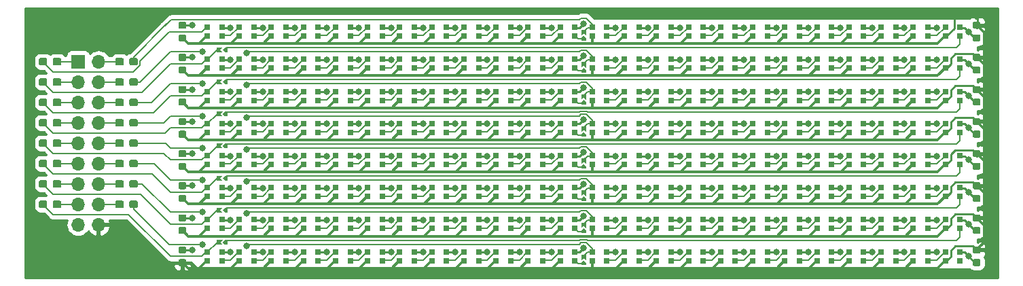
<source format=gbr>
G04 #@! TF.GenerationSoftware,KiCad,Pcbnew,5.1.4*
G04 #@! TF.CreationDate,2019-08-22T23:24:25+12:00*
G04 #@! TF.ProjectId,phloxleds,70686c6f-786c-4656-9473-2e6b69636164,rev?*
G04 #@! TF.SameCoordinates,Original*
G04 #@! TF.FileFunction,Copper,L1,Top*
G04 #@! TF.FilePolarity,Positive*
%FSLAX46Y46*%
G04 Gerber Fmt 4.6, Leading zero omitted, Abs format (unit mm)*
G04 Created by KiCad (PCBNEW 5.1.4) date 2019-08-22 23:24:25*
%MOMM*%
%LPD*%
G04 APERTURE LIST*
%ADD10O,1.700000X1.700000*%
%ADD11R,1.700000X1.700000*%
%ADD12C,0.300000*%
%ADD13C,0.100000*%
%ADD14R,0.700000X0.700000*%
%ADD15C,0.875000*%
%ADD16C,0.950000*%
%ADD17C,0.800000*%
%ADD18C,0.300000*%
%ADD19C,0.250000*%
%ADD20C,0.150000*%
%ADD21C,0.254000*%
G04 APERTURE END LIST*
D10*
X66455000Y-47570000D03*
X63915000Y-47570000D03*
X66455000Y-45030000D03*
X63915000Y-45030000D03*
X66455000Y-42490000D03*
X63915000Y-42490000D03*
X66455000Y-39950000D03*
X63915000Y-39950000D03*
X66455000Y-37410000D03*
X63915000Y-37410000D03*
X66455000Y-34870000D03*
X63915000Y-34870000D03*
X66455000Y-32330000D03*
X63915000Y-32330000D03*
X66455000Y-29790000D03*
X63915000Y-29790000D03*
X66455000Y-27250000D03*
D11*
X63915000Y-27250000D03*
D12*
X81415000Y-49750000D03*
D13*
G36*
X81215000Y-49450000D02*
G01*
X81915000Y-49450000D01*
X81615000Y-49750000D01*
X81915000Y-50050000D01*
X81215000Y-50050000D01*
X81215000Y-49450000D01*
X81215000Y-49450000D01*
G37*
D12*
X82315000Y-49750000D03*
D13*
G36*
X81915000Y-49750000D02*
G01*
X82215000Y-49450000D01*
X82515000Y-49450000D01*
X82515000Y-50050000D01*
X82215000Y-50050000D01*
X81915000Y-49750000D01*
X81915000Y-49750000D01*
G37*
D12*
X81415000Y-45750000D03*
D13*
G36*
X81215000Y-45450000D02*
G01*
X81915000Y-45450000D01*
X81615000Y-45750000D01*
X81915000Y-46050000D01*
X81215000Y-46050000D01*
X81215000Y-45450000D01*
X81215000Y-45450000D01*
G37*
D12*
X82315000Y-45750000D03*
D13*
G36*
X81915000Y-45750000D02*
G01*
X82215000Y-45450000D01*
X82515000Y-45450000D01*
X82515000Y-46050000D01*
X82215000Y-46050000D01*
X81915000Y-45750000D01*
X81915000Y-45750000D01*
G37*
D12*
X81415000Y-41750000D03*
D13*
G36*
X81215000Y-41450000D02*
G01*
X81915000Y-41450000D01*
X81615000Y-41750000D01*
X81915000Y-42050000D01*
X81215000Y-42050000D01*
X81215000Y-41450000D01*
X81215000Y-41450000D01*
G37*
D12*
X82315000Y-41750000D03*
D13*
G36*
X81915000Y-41750000D02*
G01*
X82215000Y-41450000D01*
X82515000Y-41450000D01*
X82515000Y-42050000D01*
X82215000Y-42050000D01*
X81915000Y-41750000D01*
X81915000Y-41750000D01*
G37*
D12*
X81415000Y-37750000D03*
D13*
G36*
X81215000Y-37450000D02*
G01*
X81915000Y-37450000D01*
X81615000Y-37750000D01*
X81915000Y-38050000D01*
X81215000Y-38050000D01*
X81215000Y-37450000D01*
X81215000Y-37450000D01*
G37*
D12*
X82315000Y-37750000D03*
D13*
G36*
X81915000Y-37750000D02*
G01*
X82215000Y-37450000D01*
X82515000Y-37450000D01*
X82515000Y-38050000D01*
X82215000Y-38050000D01*
X81915000Y-37750000D01*
X81915000Y-37750000D01*
G37*
D12*
X81415000Y-33750000D03*
D13*
G36*
X81215000Y-33450000D02*
G01*
X81915000Y-33450000D01*
X81615000Y-33750000D01*
X81915000Y-34050000D01*
X81215000Y-34050000D01*
X81215000Y-33450000D01*
X81215000Y-33450000D01*
G37*
D12*
X82315000Y-33750000D03*
D13*
G36*
X81915000Y-33750000D02*
G01*
X82215000Y-33450000D01*
X82515000Y-33450000D01*
X82515000Y-34050000D01*
X82215000Y-34050000D01*
X81915000Y-33750000D01*
X81915000Y-33750000D01*
G37*
D12*
X81415000Y-29750000D03*
D13*
G36*
X81215000Y-29450000D02*
G01*
X81915000Y-29450000D01*
X81615000Y-29750000D01*
X81915000Y-30050000D01*
X81215000Y-30050000D01*
X81215000Y-29450000D01*
X81215000Y-29450000D01*
G37*
D12*
X82315000Y-29750000D03*
D13*
G36*
X81915000Y-29750000D02*
G01*
X82215000Y-29450000D01*
X82515000Y-29450000D01*
X82515000Y-30050000D01*
X82215000Y-30050000D01*
X81915000Y-29750000D01*
X81915000Y-29750000D01*
G37*
D12*
X126915000Y-51500000D03*
D13*
G36*
X127215000Y-51300000D02*
G01*
X127215000Y-52000000D01*
X126915000Y-51700000D01*
X126615000Y-52000000D01*
X126615000Y-51300000D01*
X127215000Y-51300000D01*
X127215000Y-51300000D01*
G37*
D12*
X126915000Y-52400000D03*
D13*
G36*
X126915000Y-52000000D02*
G01*
X127215000Y-52300000D01*
X127215000Y-52600000D01*
X126615000Y-52600000D01*
X126615000Y-52300000D01*
X126915000Y-52000000D01*
X126915000Y-52000000D01*
G37*
D12*
X126915000Y-47500000D03*
D13*
G36*
X127215000Y-47300000D02*
G01*
X127215000Y-48000000D01*
X126915000Y-47700000D01*
X126615000Y-48000000D01*
X126615000Y-47300000D01*
X127215000Y-47300000D01*
X127215000Y-47300000D01*
G37*
D12*
X126915000Y-48400000D03*
D13*
G36*
X126915000Y-48000000D02*
G01*
X127215000Y-48300000D01*
X127215000Y-48600000D01*
X126615000Y-48600000D01*
X126615000Y-48300000D01*
X126915000Y-48000000D01*
X126915000Y-48000000D01*
G37*
D12*
X126915000Y-43500000D03*
D13*
G36*
X127215000Y-43300000D02*
G01*
X127215000Y-44000000D01*
X126915000Y-43700000D01*
X126615000Y-44000000D01*
X126615000Y-43300000D01*
X127215000Y-43300000D01*
X127215000Y-43300000D01*
G37*
D12*
X126915000Y-44400000D03*
D13*
G36*
X126915000Y-44000000D02*
G01*
X127215000Y-44300000D01*
X127215000Y-44600000D01*
X126615000Y-44600000D01*
X126615000Y-44300000D01*
X126915000Y-44000000D01*
X126915000Y-44000000D01*
G37*
D12*
X126915000Y-39500000D03*
D13*
G36*
X127215000Y-39300000D02*
G01*
X127215000Y-40000000D01*
X126915000Y-39700000D01*
X126615000Y-40000000D01*
X126615000Y-39300000D01*
X127215000Y-39300000D01*
X127215000Y-39300000D01*
G37*
D12*
X126915000Y-40400000D03*
D13*
G36*
X126915000Y-40000000D02*
G01*
X127215000Y-40300000D01*
X127215000Y-40600000D01*
X126615000Y-40600000D01*
X126615000Y-40300000D01*
X126915000Y-40000000D01*
X126915000Y-40000000D01*
G37*
D12*
X126915000Y-31500000D03*
D13*
G36*
X127215000Y-31300000D02*
G01*
X127215000Y-32000000D01*
X126915000Y-31700000D01*
X126615000Y-32000000D01*
X126615000Y-31300000D01*
X127215000Y-31300000D01*
X127215000Y-31300000D01*
G37*
D12*
X126915000Y-32400000D03*
D13*
G36*
X126915000Y-32000000D02*
G01*
X127215000Y-32300000D01*
X127215000Y-32600000D01*
X126615000Y-32600000D01*
X126615000Y-32300000D01*
X126915000Y-32000000D01*
X126915000Y-32000000D01*
G37*
D12*
X126915000Y-27500000D03*
D13*
G36*
X127215000Y-27300000D02*
G01*
X127215000Y-28000000D01*
X126915000Y-27700000D01*
X126615000Y-28000000D01*
X126615000Y-27300000D01*
X127215000Y-27300000D01*
X127215000Y-27300000D01*
G37*
D12*
X126915000Y-28400000D03*
D13*
G36*
X126915000Y-28000000D02*
G01*
X127215000Y-28300000D01*
X127215000Y-28600000D01*
X126615000Y-28600000D01*
X126615000Y-28300000D01*
X126915000Y-28000000D01*
X126915000Y-28000000D01*
G37*
D12*
X126915000Y-23500000D03*
D13*
G36*
X127215000Y-23300000D02*
G01*
X127215000Y-24000000D01*
X126915000Y-23700000D01*
X126615000Y-24000000D01*
X126615000Y-23300000D01*
X127215000Y-23300000D01*
X127215000Y-23300000D01*
G37*
D12*
X126915000Y-24400000D03*
D13*
G36*
X126915000Y-24000000D02*
G01*
X127215000Y-24300000D01*
X127215000Y-24600000D01*
X126615000Y-24600000D01*
X126615000Y-24300000D01*
X126915000Y-24000000D01*
X126915000Y-24000000D01*
G37*
D12*
X81415000Y-25750000D03*
D13*
G36*
X81215000Y-25450000D02*
G01*
X81915000Y-25450000D01*
X81615000Y-25750000D01*
X81915000Y-26050000D01*
X81215000Y-26050000D01*
X81215000Y-25450000D01*
X81215000Y-25450000D01*
G37*
D12*
X82315000Y-25750000D03*
D13*
G36*
X81915000Y-25750000D02*
G01*
X82215000Y-25450000D01*
X82515000Y-25450000D01*
X82515000Y-26050000D01*
X82215000Y-26050000D01*
X81915000Y-25750000D01*
X81915000Y-25750000D01*
G37*
D12*
X126915000Y-35500000D03*
D13*
G36*
X127215000Y-35300000D02*
G01*
X127215000Y-36000000D01*
X126915000Y-35700000D01*
X126615000Y-36000000D01*
X126615000Y-35300000D01*
X127215000Y-35300000D01*
X127215000Y-35300000D01*
G37*
D12*
X126915000Y-36400000D03*
D13*
G36*
X126915000Y-36000000D02*
G01*
X127215000Y-36300000D01*
X127215000Y-36600000D01*
X126615000Y-36600000D01*
X126615000Y-36300000D01*
X126915000Y-36000000D01*
X126915000Y-36000000D01*
G37*
D14*
X173830000Y-50950000D03*
X172000000Y-52050000D03*
X172000000Y-50950000D03*
X173830000Y-52050000D03*
X169830000Y-50950000D03*
X168000000Y-52050000D03*
X168000000Y-50950000D03*
X169830000Y-52050000D03*
X165830000Y-50950000D03*
X164000000Y-52050000D03*
X164000000Y-50950000D03*
X165830000Y-52050000D03*
X161830000Y-50950000D03*
X160000000Y-52050000D03*
X160000000Y-50950000D03*
X161830000Y-52050000D03*
X157830000Y-50950000D03*
X156000000Y-52050000D03*
X156000000Y-50950000D03*
X157830000Y-52050000D03*
X153830000Y-50950000D03*
X152000000Y-52050000D03*
X152000000Y-50950000D03*
X153830000Y-52050000D03*
X149830000Y-50950000D03*
X148000000Y-52050000D03*
X148000000Y-50950000D03*
X149830000Y-52050000D03*
X145830000Y-50950000D03*
X144000000Y-52050000D03*
X144000000Y-50950000D03*
X145830000Y-52050000D03*
X141830000Y-50950000D03*
X140000000Y-52050000D03*
X140000000Y-50950000D03*
X141830000Y-52050000D03*
X137830000Y-50950000D03*
X136000000Y-52050000D03*
X136000000Y-50950000D03*
X137830000Y-52050000D03*
X133830000Y-50950000D03*
X132000000Y-52050000D03*
X132000000Y-50950000D03*
X133830000Y-52050000D03*
X129830000Y-50950000D03*
X128000000Y-52050000D03*
X128000000Y-50950000D03*
X129830000Y-52050000D03*
X173830000Y-46950000D03*
X172000000Y-48050000D03*
X172000000Y-46950000D03*
X173830000Y-48050000D03*
X169830000Y-46950000D03*
X168000000Y-48050000D03*
X168000000Y-46950000D03*
X169830000Y-48050000D03*
X165830000Y-46950000D03*
X164000000Y-48050000D03*
X164000000Y-46950000D03*
X165830000Y-48050000D03*
X161830000Y-46950000D03*
X160000000Y-48050000D03*
X160000000Y-46950000D03*
X161830000Y-48050000D03*
X157830000Y-46950000D03*
X156000000Y-48050000D03*
X156000000Y-46950000D03*
X157830000Y-48050000D03*
X153830000Y-46950000D03*
X152000000Y-48050000D03*
X152000000Y-46950000D03*
X153830000Y-48050000D03*
X149830000Y-46950000D03*
X148000000Y-48050000D03*
X148000000Y-46950000D03*
X149830000Y-48050000D03*
X145830000Y-46950000D03*
X144000000Y-48050000D03*
X144000000Y-46950000D03*
X145830000Y-48050000D03*
X141830000Y-46950000D03*
X140000000Y-48050000D03*
X140000000Y-46950000D03*
X141830000Y-48050000D03*
X137830000Y-46950000D03*
X136000000Y-48050000D03*
X136000000Y-46950000D03*
X137830000Y-48050000D03*
X133830000Y-46950000D03*
X132000000Y-48050000D03*
X132000000Y-46950000D03*
X133830000Y-48050000D03*
X129830000Y-46950000D03*
X128000000Y-48050000D03*
X128000000Y-46950000D03*
X129830000Y-48050000D03*
X173830000Y-42950000D03*
X172000000Y-44050000D03*
X172000000Y-42950000D03*
X173830000Y-44050000D03*
X169830000Y-42950000D03*
X168000000Y-44050000D03*
X168000000Y-42950000D03*
X169830000Y-44050000D03*
X165830000Y-42950000D03*
X164000000Y-44050000D03*
X164000000Y-42950000D03*
X165830000Y-44050000D03*
X161830000Y-42950000D03*
X160000000Y-44050000D03*
X160000000Y-42950000D03*
X161830000Y-44050000D03*
X157830000Y-42950000D03*
X156000000Y-44050000D03*
X156000000Y-42950000D03*
X157830000Y-44050000D03*
X153830000Y-42950000D03*
X152000000Y-44050000D03*
X152000000Y-42950000D03*
X153830000Y-44050000D03*
X149830000Y-42950000D03*
X148000000Y-44050000D03*
X148000000Y-42950000D03*
X149830000Y-44050000D03*
X145830000Y-42950000D03*
X144000000Y-44050000D03*
X144000000Y-42950000D03*
X145830000Y-44050000D03*
X141830000Y-42950000D03*
X140000000Y-44050000D03*
X140000000Y-42950000D03*
X141830000Y-44050000D03*
X137830000Y-42950000D03*
X136000000Y-44050000D03*
X136000000Y-42950000D03*
X137830000Y-44050000D03*
X133830000Y-42950000D03*
X132000000Y-44050000D03*
X132000000Y-42950000D03*
X133830000Y-44050000D03*
X129830000Y-42950000D03*
X128000000Y-44050000D03*
X128000000Y-42950000D03*
X129830000Y-44050000D03*
X173830000Y-38950000D03*
X172000000Y-40050000D03*
X172000000Y-38950000D03*
X173830000Y-40050000D03*
X169830000Y-38950000D03*
X168000000Y-40050000D03*
X168000000Y-38950000D03*
X169830000Y-40050000D03*
X165830000Y-38950000D03*
X164000000Y-40050000D03*
X164000000Y-38950000D03*
X165830000Y-40050000D03*
X161830000Y-38950000D03*
X160000000Y-40050000D03*
X160000000Y-38950000D03*
X161830000Y-40050000D03*
X157830000Y-38950000D03*
X156000000Y-40050000D03*
X156000000Y-38950000D03*
X157830000Y-40050000D03*
X153830000Y-38950000D03*
X152000000Y-40050000D03*
X152000000Y-38950000D03*
X153830000Y-40050000D03*
X149830000Y-38950000D03*
X148000000Y-40050000D03*
X148000000Y-38950000D03*
X149830000Y-40050000D03*
X145830000Y-38950000D03*
X144000000Y-40050000D03*
X144000000Y-38950000D03*
X145830000Y-40050000D03*
X141830000Y-38950000D03*
X140000000Y-40050000D03*
X140000000Y-38950000D03*
X141830000Y-40050000D03*
X137830000Y-38950000D03*
X136000000Y-40050000D03*
X136000000Y-38950000D03*
X137830000Y-40050000D03*
X133830000Y-38950000D03*
X132000000Y-40050000D03*
X132000000Y-38950000D03*
X133830000Y-40050000D03*
X129830000Y-38950000D03*
X128000000Y-40050000D03*
X128000000Y-38950000D03*
X129830000Y-40050000D03*
X173830000Y-34950000D03*
X172000000Y-36050000D03*
X172000000Y-34950000D03*
X173830000Y-36050000D03*
X169830000Y-34950000D03*
X168000000Y-36050000D03*
X168000000Y-34950000D03*
X169830000Y-36050000D03*
X165830000Y-34950000D03*
X164000000Y-36050000D03*
X164000000Y-34950000D03*
X165830000Y-36050000D03*
X161830000Y-34950000D03*
X160000000Y-36050000D03*
X160000000Y-34950000D03*
X161830000Y-36050000D03*
X157830000Y-34950000D03*
X156000000Y-36050000D03*
X156000000Y-34950000D03*
X157830000Y-36050000D03*
X153830000Y-34950000D03*
X152000000Y-36050000D03*
X152000000Y-34950000D03*
X153830000Y-36050000D03*
X149830000Y-34950000D03*
X148000000Y-36050000D03*
X148000000Y-34950000D03*
X149830000Y-36050000D03*
X145830000Y-34950000D03*
X144000000Y-36050000D03*
X144000000Y-34950000D03*
X145830000Y-36050000D03*
X141830000Y-34950000D03*
X140000000Y-36050000D03*
X140000000Y-34950000D03*
X141830000Y-36050000D03*
X137830000Y-34950000D03*
X136000000Y-36050000D03*
X136000000Y-34950000D03*
X137830000Y-36050000D03*
X133830000Y-34950000D03*
X132000000Y-36050000D03*
X132000000Y-34950000D03*
X133830000Y-36050000D03*
X129830000Y-34950000D03*
X128000000Y-36050000D03*
X128000000Y-34950000D03*
X129830000Y-36050000D03*
X173830000Y-30950000D03*
X172000000Y-32050000D03*
X172000000Y-30950000D03*
X173830000Y-32050000D03*
X169830000Y-30950000D03*
X168000000Y-32050000D03*
X168000000Y-30950000D03*
X169830000Y-32050000D03*
X165830000Y-30950000D03*
X164000000Y-32050000D03*
X164000000Y-30950000D03*
X165830000Y-32050000D03*
X161830000Y-30950000D03*
X160000000Y-32050000D03*
X160000000Y-30950000D03*
X161830000Y-32050000D03*
X157830000Y-30950000D03*
X156000000Y-32050000D03*
X156000000Y-30950000D03*
X157830000Y-32050000D03*
X153830000Y-30950000D03*
X152000000Y-32050000D03*
X152000000Y-30950000D03*
X153830000Y-32050000D03*
X149830000Y-30950000D03*
X148000000Y-32050000D03*
X148000000Y-30950000D03*
X149830000Y-32050000D03*
X145830000Y-30950000D03*
X144000000Y-32050000D03*
X144000000Y-30950000D03*
X145830000Y-32050000D03*
X141830000Y-30950000D03*
X140000000Y-32050000D03*
X140000000Y-30950000D03*
X141830000Y-32050000D03*
X137830000Y-30950000D03*
X136000000Y-32050000D03*
X136000000Y-30950000D03*
X137830000Y-32050000D03*
X133830000Y-30950000D03*
X132000000Y-32050000D03*
X132000000Y-30950000D03*
X133830000Y-32050000D03*
X129830000Y-32050000D03*
X128000000Y-30950000D03*
X128000000Y-32050000D03*
X129830000Y-30950000D03*
X125830000Y-52050000D03*
X124000000Y-50950000D03*
X124000000Y-52050000D03*
X125830000Y-50950000D03*
X121830000Y-52050000D03*
X120000000Y-50950000D03*
X120000000Y-52050000D03*
X121830000Y-50950000D03*
X117830000Y-52050000D03*
X116000000Y-50950000D03*
X116000000Y-52050000D03*
X117830000Y-50950000D03*
X113830000Y-52050000D03*
X112000000Y-50950000D03*
X112000000Y-52050000D03*
X113830000Y-50950000D03*
X109830000Y-52050000D03*
X108000000Y-50950000D03*
X108000000Y-52050000D03*
X109830000Y-50950000D03*
X105830000Y-52050000D03*
X104000000Y-50950000D03*
X104000000Y-52050000D03*
X105830000Y-50950000D03*
X101830000Y-52050000D03*
X100000000Y-50950000D03*
X100000000Y-52050000D03*
X101830000Y-50950000D03*
X97830000Y-52050000D03*
X96000000Y-50950000D03*
X96000000Y-52050000D03*
X97830000Y-50950000D03*
X93830000Y-52050000D03*
X92000000Y-50950000D03*
X92000000Y-52050000D03*
X93830000Y-50950000D03*
X89830000Y-52050000D03*
X88000000Y-50950000D03*
X88000000Y-52050000D03*
X89830000Y-50950000D03*
X85830000Y-52050000D03*
X84000000Y-50950000D03*
X84000000Y-52050000D03*
X85830000Y-50950000D03*
X81830000Y-52050000D03*
X80000000Y-50950000D03*
X80000000Y-52050000D03*
X81830000Y-50950000D03*
X125830000Y-48050000D03*
X124000000Y-46950000D03*
X124000000Y-48050000D03*
X125830000Y-46950000D03*
X121830000Y-48050000D03*
X120000000Y-46950000D03*
X120000000Y-48050000D03*
X121830000Y-46950000D03*
X117830000Y-48050000D03*
X116000000Y-46950000D03*
X116000000Y-48050000D03*
X117830000Y-46950000D03*
X113830000Y-48050000D03*
X112000000Y-46950000D03*
X112000000Y-48050000D03*
X113830000Y-46950000D03*
X109830000Y-48050000D03*
X108000000Y-46950000D03*
X108000000Y-48050000D03*
X109830000Y-46950000D03*
X105830000Y-48050000D03*
X104000000Y-46950000D03*
X104000000Y-48050000D03*
X105830000Y-46950000D03*
X101830000Y-48050000D03*
X100000000Y-46950000D03*
X100000000Y-48050000D03*
X101830000Y-46950000D03*
X97830000Y-48050000D03*
X96000000Y-46950000D03*
X96000000Y-48050000D03*
X97830000Y-46950000D03*
X93830000Y-48050000D03*
X92000000Y-46950000D03*
X92000000Y-48050000D03*
X93830000Y-46950000D03*
X89830000Y-48050000D03*
X88000000Y-46950000D03*
X88000000Y-48050000D03*
X89830000Y-46950000D03*
X85830000Y-48050000D03*
X84000000Y-46950000D03*
X84000000Y-48050000D03*
X85830000Y-46950000D03*
X81830000Y-48050000D03*
X80000000Y-46950000D03*
X80000000Y-48050000D03*
X81830000Y-46950000D03*
X125830000Y-44050000D03*
X124000000Y-42950000D03*
X124000000Y-44050000D03*
X125830000Y-42950000D03*
X121830000Y-44050000D03*
X120000000Y-42950000D03*
X120000000Y-44050000D03*
X121830000Y-42950000D03*
X117830000Y-44050000D03*
X116000000Y-42950000D03*
X116000000Y-44050000D03*
X117830000Y-42950000D03*
X113830000Y-44050000D03*
X112000000Y-42950000D03*
X112000000Y-44050000D03*
X113830000Y-42950000D03*
X109830000Y-44050000D03*
X108000000Y-42950000D03*
X108000000Y-44050000D03*
X109830000Y-42950000D03*
X105830000Y-44050000D03*
X104000000Y-42950000D03*
X104000000Y-44050000D03*
X105830000Y-42950000D03*
X101830000Y-44050000D03*
X100000000Y-42950000D03*
X100000000Y-44050000D03*
X101830000Y-42950000D03*
X97830000Y-44050000D03*
X96000000Y-42950000D03*
X96000000Y-44050000D03*
X97830000Y-42950000D03*
X93830000Y-44050000D03*
X92000000Y-42950000D03*
X92000000Y-44050000D03*
X93830000Y-42950000D03*
X89830000Y-44050000D03*
X88000000Y-42950000D03*
X88000000Y-44050000D03*
X89830000Y-42950000D03*
X85830000Y-44050000D03*
X84000000Y-42950000D03*
X84000000Y-44050000D03*
X85830000Y-42950000D03*
X81830000Y-44050000D03*
X80000000Y-42950000D03*
X80000000Y-44050000D03*
X81830000Y-42950000D03*
X125830000Y-40050000D03*
X124000000Y-38950000D03*
X124000000Y-40050000D03*
X125830000Y-38950000D03*
X121830000Y-40050000D03*
X120000000Y-38950000D03*
X120000000Y-40050000D03*
X121830000Y-38950000D03*
X117830000Y-40050000D03*
X116000000Y-38950000D03*
X116000000Y-40050000D03*
X117830000Y-38950000D03*
X113830000Y-40050000D03*
X112000000Y-38950000D03*
X112000000Y-40050000D03*
X113830000Y-38950000D03*
X109830000Y-40050000D03*
X108000000Y-38950000D03*
X108000000Y-40050000D03*
X109830000Y-38950000D03*
X105830000Y-40050000D03*
X104000000Y-38950000D03*
X104000000Y-40050000D03*
X105830000Y-38950000D03*
X101830000Y-40050000D03*
X100000000Y-38950000D03*
X100000000Y-40050000D03*
X101830000Y-38950000D03*
X97830000Y-40050000D03*
X96000000Y-38950000D03*
X96000000Y-40050000D03*
X97830000Y-38950000D03*
X93830000Y-40050000D03*
X92000000Y-38950000D03*
X92000000Y-40050000D03*
X93830000Y-38950000D03*
X89830000Y-40050000D03*
X88000000Y-38950000D03*
X88000000Y-40050000D03*
X89830000Y-38950000D03*
X85830000Y-40050000D03*
X84000000Y-38950000D03*
X84000000Y-40050000D03*
X85830000Y-38950000D03*
X125830000Y-36050000D03*
X124000000Y-34950000D03*
X124000000Y-36050000D03*
X125830000Y-34950000D03*
X121830000Y-36050000D03*
X120000000Y-34950000D03*
X120000000Y-36050000D03*
X121830000Y-34950000D03*
X117830000Y-36050000D03*
X116000000Y-34950000D03*
X116000000Y-36050000D03*
X117830000Y-34950000D03*
X113830000Y-36050000D03*
X112000000Y-34950000D03*
X112000000Y-36050000D03*
X113830000Y-34950000D03*
X109830000Y-36050000D03*
X108000000Y-34950000D03*
X108000000Y-36050000D03*
X109830000Y-34950000D03*
X105830000Y-36050000D03*
X104000000Y-34950000D03*
X104000000Y-36050000D03*
X105830000Y-34950000D03*
X101830000Y-36050000D03*
X100000000Y-34950000D03*
X100000000Y-36050000D03*
X101830000Y-34950000D03*
X97830000Y-36050000D03*
X96000000Y-34950000D03*
X96000000Y-36050000D03*
X97830000Y-34950000D03*
X93830000Y-36050000D03*
X92000000Y-34950000D03*
X92000000Y-36050000D03*
X93830000Y-34950000D03*
X89830000Y-36050000D03*
X88000000Y-34950000D03*
X88000000Y-36050000D03*
X89830000Y-34950000D03*
X85830000Y-36050000D03*
X84000000Y-34950000D03*
X84000000Y-36050000D03*
X85830000Y-34950000D03*
D13*
G36*
X77192691Y-50276053D02*
G01*
X77213926Y-50279203D01*
X77234750Y-50284419D01*
X77254962Y-50291651D01*
X77274368Y-50300830D01*
X77292781Y-50311866D01*
X77310024Y-50324654D01*
X77325930Y-50339070D01*
X77340346Y-50354976D01*
X77353134Y-50372219D01*
X77364170Y-50390632D01*
X77373349Y-50410038D01*
X77380581Y-50430250D01*
X77385797Y-50451074D01*
X77388947Y-50472309D01*
X77390000Y-50493750D01*
X77390000Y-50931250D01*
X77388947Y-50952691D01*
X77385797Y-50973926D01*
X77380581Y-50994750D01*
X77373349Y-51014962D01*
X77364170Y-51034368D01*
X77353134Y-51052781D01*
X77340346Y-51070024D01*
X77325930Y-51085930D01*
X77310024Y-51100346D01*
X77292781Y-51113134D01*
X77274368Y-51124170D01*
X77254962Y-51133349D01*
X77234750Y-51140581D01*
X77213926Y-51145797D01*
X77192691Y-51148947D01*
X77171250Y-51150000D01*
X76658750Y-51150000D01*
X76637309Y-51148947D01*
X76616074Y-51145797D01*
X76595250Y-51140581D01*
X76575038Y-51133349D01*
X76555632Y-51124170D01*
X76537219Y-51113134D01*
X76519976Y-51100346D01*
X76504070Y-51085930D01*
X76489654Y-51070024D01*
X76476866Y-51052781D01*
X76465830Y-51034368D01*
X76456651Y-51014962D01*
X76449419Y-50994750D01*
X76444203Y-50973926D01*
X76441053Y-50952691D01*
X76440000Y-50931250D01*
X76440000Y-50493750D01*
X76441053Y-50472309D01*
X76444203Y-50451074D01*
X76449419Y-50430250D01*
X76456651Y-50410038D01*
X76465830Y-50390632D01*
X76476866Y-50372219D01*
X76489654Y-50354976D01*
X76504070Y-50339070D01*
X76519976Y-50324654D01*
X76537219Y-50311866D01*
X76555632Y-50300830D01*
X76575038Y-50291651D01*
X76595250Y-50284419D01*
X76616074Y-50279203D01*
X76637309Y-50276053D01*
X76658750Y-50275000D01*
X77171250Y-50275000D01*
X77192691Y-50276053D01*
X77192691Y-50276053D01*
G37*
D15*
X76915000Y-50712500D03*
D13*
G36*
X77192691Y-51851053D02*
G01*
X77213926Y-51854203D01*
X77234750Y-51859419D01*
X77254962Y-51866651D01*
X77274368Y-51875830D01*
X77292781Y-51886866D01*
X77310024Y-51899654D01*
X77325930Y-51914070D01*
X77340346Y-51929976D01*
X77353134Y-51947219D01*
X77364170Y-51965632D01*
X77373349Y-51985038D01*
X77380581Y-52005250D01*
X77385797Y-52026074D01*
X77388947Y-52047309D01*
X77390000Y-52068750D01*
X77390000Y-52506250D01*
X77388947Y-52527691D01*
X77385797Y-52548926D01*
X77380581Y-52569750D01*
X77373349Y-52589962D01*
X77364170Y-52609368D01*
X77353134Y-52627781D01*
X77340346Y-52645024D01*
X77325930Y-52660930D01*
X77310024Y-52675346D01*
X77292781Y-52688134D01*
X77274368Y-52699170D01*
X77254962Y-52708349D01*
X77234750Y-52715581D01*
X77213926Y-52720797D01*
X77192691Y-52723947D01*
X77171250Y-52725000D01*
X76658750Y-52725000D01*
X76637309Y-52723947D01*
X76616074Y-52720797D01*
X76595250Y-52715581D01*
X76575038Y-52708349D01*
X76555632Y-52699170D01*
X76537219Y-52688134D01*
X76519976Y-52675346D01*
X76504070Y-52660930D01*
X76489654Y-52645024D01*
X76476866Y-52627781D01*
X76465830Y-52609368D01*
X76456651Y-52589962D01*
X76449419Y-52569750D01*
X76444203Y-52548926D01*
X76441053Y-52527691D01*
X76440000Y-52506250D01*
X76440000Y-52068750D01*
X76441053Y-52047309D01*
X76444203Y-52026074D01*
X76449419Y-52005250D01*
X76456651Y-51985038D01*
X76465830Y-51965632D01*
X76476866Y-51947219D01*
X76489654Y-51929976D01*
X76504070Y-51914070D01*
X76519976Y-51899654D01*
X76537219Y-51886866D01*
X76555632Y-51875830D01*
X76575038Y-51866651D01*
X76595250Y-51859419D01*
X76616074Y-51854203D01*
X76637309Y-51851053D01*
X76658750Y-51850000D01*
X77171250Y-51850000D01*
X77192691Y-51851053D01*
X77192691Y-51851053D01*
G37*
D15*
X76915000Y-52287500D03*
D13*
G36*
X77192691Y-46276053D02*
G01*
X77213926Y-46279203D01*
X77234750Y-46284419D01*
X77254962Y-46291651D01*
X77274368Y-46300830D01*
X77292781Y-46311866D01*
X77310024Y-46324654D01*
X77325930Y-46339070D01*
X77340346Y-46354976D01*
X77353134Y-46372219D01*
X77364170Y-46390632D01*
X77373349Y-46410038D01*
X77380581Y-46430250D01*
X77385797Y-46451074D01*
X77388947Y-46472309D01*
X77390000Y-46493750D01*
X77390000Y-46931250D01*
X77388947Y-46952691D01*
X77385797Y-46973926D01*
X77380581Y-46994750D01*
X77373349Y-47014962D01*
X77364170Y-47034368D01*
X77353134Y-47052781D01*
X77340346Y-47070024D01*
X77325930Y-47085930D01*
X77310024Y-47100346D01*
X77292781Y-47113134D01*
X77274368Y-47124170D01*
X77254962Y-47133349D01*
X77234750Y-47140581D01*
X77213926Y-47145797D01*
X77192691Y-47148947D01*
X77171250Y-47150000D01*
X76658750Y-47150000D01*
X76637309Y-47148947D01*
X76616074Y-47145797D01*
X76595250Y-47140581D01*
X76575038Y-47133349D01*
X76555632Y-47124170D01*
X76537219Y-47113134D01*
X76519976Y-47100346D01*
X76504070Y-47085930D01*
X76489654Y-47070024D01*
X76476866Y-47052781D01*
X76465830Y-47034368D01*
X76456651Y-47014962D01*
X76449419Y-46994750D01*
X76444203Y-46973926D01*
X76441053Y-46952691D01*
X76440000Y-46931250D01*
X76440000Y-46493750D01*
X76441053Y-46472309D01*
X76444203Y-46451074D01*
X76449419Y-46430250D01*
X76456651Y-46410038D01*
X76465830Y-46390632D01*
X76476866Y-46372219D01*
X76489654Y-46354976D01*
X76504070Y-46339070D01*
X76519976Y-46324654D01*
X76537219Y-46311866D01*
X76555632Y-46300830D01*
X76575038Y-46291651D01*
X76595250Y-46284419D01*
X76616074Y-46279203D01*
X76637309Y-46276053D01*
X76658750Y-46275000D01*
X77171250Y-46275000D01*
X77192691Y-46276053D01*
X77192691Y-46276053D01*
G37*
D15*
X76915000Y-46712500D03*
D13*
G36*
X77192691Y-47851053D02*
G01*
X77213926Y-47854203D01*
X77234750Y-47859419D01*
X77254962Y-47866651D01*
X77274368Y-47875830D01*
X77292781Y-47886866D01*
X77310024Y-47899654D01*
X77325930Y-47914070D01*
X77340346Y-47929976D01*
X77353134Y-47947219D01*
X77364170Y-47965632D01*
X77373349Y-47985038D01*
X77380581Y-48005250D01*
X77385797Y-48026074D01*
X77388947Y-48047309D01*
X77390000Y-48068750D01*
X77390000Y-48506250D01*
X77388947Y-48527691D01*
X77385797Y-48548926D01*
X77380581Y-48569750D01*
X77373349Y-48589962D01*
X77364170Y-48609368D01*
X77353134Y-48627781D01*
X77340346Y-48645024D01*
X77325930Y-48660930D01*
X77310024Y-48675346D01*
X77292781Y-48688134D01*
X77274368Y-48699170D01*
X77254962Y-48708349D01*
X77234750Y-48715581D01*
X77213926Y-48720797D01*
X77192691Y-48723947D01*
X77171250Y-48725000D01*
X76658750Y-48725000D01*
X76637309Y-48723947D01*
X76616074Y-48720797D01*
X76595250Y-48715581D01*
X76575038Y-48708349D01*
X76555632Y-48699170D01*
X76537219Y-48688134D01*
X76519976Y-48675346D01*
X76504070Y-48660930D01*
X76489654Y-48645024D01*
X76476866Y-48627781D01*
X76465830Y-48609368D01*
X76456651Y-48589962D01*
X76449419Y-48569750D01*
X76444203Y-48548926D01*
X76441053Y-48527691D01*
X76440000Y-48506250D01*
X76440000Y-48068750D01*
X76441053Y-48047309D01*
X76444203Y-48026074D01*
X76449419Y-48005250D01*
X76456651Y-47985038D01*
X76465830Y-47965632D01*
X76476866Y-47947219D01*
X76489654Y-47929976D01*
X76504070Y-47914070D01*
X76519976Y-47899654D01*
X76537219Y-47886866D01*
X76555632Y-47875830D01*
X76575038Y-47866651D01*
X76595250Y-47859419D01*
X76616074Y-47854203D01*
X76637309Y-47851053D01*
X76658750Y-47850000D01*
X77171250Y-47850000D01*
X77192691Y-47851053D01*
X77192691Y-47851053D01*
G37*
D15*
X76915000Y-48287500D03*
D13*
G36*
X77192691Y-42276053D02*
G01*
X77213926Y-42279203D01*
X77234750Y-42284419D01*
X77254962Y-42291651D01*
X77274368Y-42300830D01*
X77292781Y-42311866D01*
X77310024Y-42324654D01*
X77325930Y-42339070D01*
X77340346Y-42354976D01*
X77353134Y-42372219D01*
X77364170Y-42390632D01*
X77373349Y-42410038D01*
X77380581Y-42430250D01*
X77385797Y-42451074D01*
X77388947Y-42472309D01*
X77390000Y-42493750D01*
X77390000Y-42931250D01*
X77388947Y-42952691D01*
X77385797Y-42973926D01*
X77380581Y-42994750D01*
X77373349Y-43014962D01*
X77364170Y-43034368D01*
X77353134Y-43052781D01*
X77340346Y-43070024D01*
X77325930Y-43085930D01*
X77310024Y-43100346D01*
X77292781Y-43113134D01*
X77274368Y-43124170D01*
X77254962Y-43133349D01*
X77234750Y-43140581D01*
X77213926Y-43145797D01*
X77192691Y-43148947D01*
X77171250Y-43150000D01*
X76658750Y-43150000D01*
X76637309Y-43148947D01*
X76616074Y-43145797D01*
X76595250Y-43140581D01*
X76575038Y-43133349D01*
X76555632Y-43124170D01*
X76537219Y-43113134D01*
X76519976Y-43100346D01*
X76504070Y-43085930D01*
X76489654Y-43070024D01*
X76476866Y-43052781D01*
X76465830Y-43034368D01*
X76456651Y-43014962D01*
X76449419Y-42994750D01*
X76444203Y-42973926D01*
X76441053Y-42952691D01*
X76440000Y-42931250D01*
X76440000Y-42493750D01*
X76441053Y-42472309D01*
X76444203Y-42451074D01*
X76449419Y-42430250D01*
X76456651Y-42410038D01*
X76465830Y-42390632D01*
X76476866Y-42372219D01*
X76489654Y-42354976D01*
X76504070Y-42339070D01*
X76519976Y-42324654D01*
X76537219Y-42311866D01*
X76555632Y-42300830D01*
X76575038Y-42291651D01*
X76595250Y-42284419D01*
X76616074Y-42279203D01*
X76637309Y-42276053D01*
X76658750Y-42275000D01*
X77171250Y-42275000D01*
X77192691Y-42276053D01*
X77192691Y-42276053D01*
G37*
D15*
X76915000Y-42712500D03*
D13*
G36*
X77192691Y-43851053D02*
G01*
X77213926Y-43854203D01*
X77234750Y-43859419D01*
X77254962Y-43866651D01*
X77274368Y-43875830D01*
X77292781Y-43886866D01*
X77310024Y-43899654D01*
X77325930Y-43914070D01*
X77340346Y-43929976D01*
X77353134Y-43947219D01*
X77364170Y-43965632D01*
X77373349Y-43985038D01*
X77380581Y-44005250D01*
X77385797Y-44026074D01*
X77388947Y-44047309D01*
X77390000Y-44068750D01*
X77390000Y-44506250D01*
X77388947Y-44527691D01*
X77385797Y-44548926D01*
X77380581Y-44569750D01*
X77373349Y-44589962D01*
X77364170Y-44609368D01*
X77353134Y-44627781D01*
X77340346Y-44645024D01*
X77325930Y-44660930D01*
X77310024Y-44675346D01*
X77292781Y-44688134D01*
X77274368Y-44699170D01*
X77254962Y-44708349D01*
X77234750Y-44715581D01*
X77213926Y-44720797D01*
X77192691Y-44723947D01*
X77171250Y-44725000D01*
X76658750Y-44725000D01*
X76637309Y-44723947D01*
X76616074Y-44720797D01*
X76595250Y-44715581D01*
X76575038Y-44708349D01*
X76555632Y-44699170D01*
X76537219Y-44688134D01*
X76519976Y-44675346D01*
X76504070Y-44660930D01*
X76489654Y-44645024D01*
X76476866Y-44627781D01*
X76465830Y-44609368D01*
X76456651Y-44589962D01*
X76449419Y-44569750D01*
X76444203Y-44548926D01*
X76441053Y-44527691D01*
X76440000Y-44506250D01*
X76440000Y-44068750D01*
X76441053Y-44047309D01*
X76444203Y-44026074D01*
X76449419Y-44005250D01*
X76456651Y-43985038D01*
X76465830Y-43965632D01*
X76476866Y-43947219D01*
X76489654Y-43929976D01*
X76504070Y-43914070D01*
X76519976Y-43899654D01*
X76537219Y-43886866D01*
X76555632Y-43875830D01*
X76575038Y-43866651D01*
X76595250Y-43859419D01*
X76616074Y-43854203D01*
X76637309Y-43851053D01*
X76658750Y-43850000D01*
X77171250Y-43850000D01*
X77192691Y-43851053D01*
X77192691Y-43851053D01*
G37*
D15*
X76915000Y-44287500D03*
D13*
G36*
X77192691Y-38276053D02*
G01*
X77213926Y-38279203D01*
X77234750Y-38284419D01*
X77254962Y-38291651D01*
X77274368Y-38300830D01*
X77292781Y-38311866D01*
X77310024Y-38324654D01*
X77325930Y-38339070D01*
X77340346Y-38354976D01*
X77353134Y-38372219D01*
X77364170Y-38390632D01*
X77373349Y-38410038D01*
X77380581Y-38430250D01*
X77385797Y-38451074D01*
X77388947Y-38472309D01*
X77390000Y-38493750D01*
X77390000Y-38931250D01*
X77388947Y-38952691D01*
X77385797Y-38973926D01*
X77380581Y-38994750D01*
X77373349Y-39014962D01*
X77364170Y-39034368D01*
X77353134Y-39052781D01*
X77340346Y-39070024D01*
X77325930Y-39085930D01*
X77310024Y-39100346D01*
X77292781Y-39113134D01*
X77274368Y-39124170D01*
X77254962Y-39133349D01*
X77234750Y-39140581D01*
X77213926Y-39145797D01*
X77192691Y-39148947D01*
X77171250Y-39150000D01*
X76658750Y-39150000D01*
X76637309Y-39148947D01*
X76616074Y-39145797D01*
X76595250Y-39140581D01*
X76575038Y-39133349D01*
X76555632Y-39124170D01*
X76537219Y-39113134D01*
X76519976Y-39100346D01*
X76504070Y-39085930D01*
X76489654Y-39070024D01*
X76476866Y-39052781D01*
X76465830Y-39034368D01*
X76456651Y-39014962D01*
X76449419Y-38994750D01*
X76444203Y-38973926D01*
X76441053Y-38952691D01*
X76440000Y-38931250D01*
X76440000Y-38493750D01*
X76441053Y-38472309D01*
X76444203Y-38451074D01*
X76449419Y-38430250D01*
X76456651Y-38410038D01*
X76465830Y-38390632D01*
X76476866Y-38372219D01*
X76489654Y-38354976D01*
X76504070Y-38339070D01*
X76519976Y-38324654D01*
X76537219Y-38311866D01*
X76555632Y-38300830D01*
X76575038Y-38291651D01*
X76595250Y-38284419D01*
X76616074Y-38279203D01*
X76637309Y-38276053D01*
X76658750Y-38275000D01*
X77171250Y-38275000D01*
X77192691Y-38276053D01*
X77192691Y-38276053D01*
G37*
D15*
X76915000Y-38712500D03*
D13*
G36*
X77192691Y-39851053D02*
G01*
X77213926Y-39854203D01*
X77234750Y-39859419D01*
X77254962Y-39866651D01*
X77274368Y-39875830D01*
X77292781Y-39886866D01*
X77310024Y-39899654D01*
X77325930Y-39914070D01*
X77340346Y-39929976D01*
X77353134Y-39947219D01*
X77364170Y-39965632D01*
X77373349Y-39985038D01*
X77380581Y-40005250D01*
X77385797Y-40026074D01*
X77388947Y-40047309D01*
X77390000Y-40068750D01*
X77390000Y-40506250D01*
X77388947Y-40527691D01*
X77385797Y-40548926D01*
X77380581Y-40569750D01*
X77373349Y-40589962D01*
X77364170Y-40609368D01*
X77353134Y-40627781D01*
X77340346Y-40645024D01*
X77325930Y-40660930D01*
X77310024Y-40675346D01*
X77292781Y-40688134D01*
X77274368Y-40699170D01*
X77254962Y-40708349D01*
X77234750Y-40715581D01*
X77213926Y-40720797D01*
X77192691Y-40723947D01*
X77171250Y-40725000D01*
X76658750Y-40725000D01*
X76637309Y-40723947D01*
X76616074Y-40720797D01*
X76595250Y-40715581D01*
X76575038Y-40708349D01*
X76555632Y-40699170D01*
X76537219Y-40688134D01*
X76519976Y-40675346D01*
X76504070Y-40660930D01*
X76489654Y-40645024D01*
X76476866Y-40627781D01*
X76465830Y-40609368D01*
X76456651Y-40589962D01*
X76449419Y-40569750D01*
X76444203Y-40548926D01*
X76441053Y-40527691D01*
X76440000Y-40506250D01*
X76440000Y-40068750D01*
X76441053Y-40047309D01*
X76444203Y-40026074D01*
X76449419Y-40005250D01*
X76456651Y-39985038D01*
X76465830Y-39965632D01*
X76476866Y-39947219D01*
X76489654Y-39929976D01*
X76504070Y-39914070D01*
X76519976Y-39899654D01*
X76537219Y-39886866D01*
X76555632Y-39875830D01*
X76575038Y-39866651D01*
X76595250Y-39859419D01*
X76616074Y-39854203D01*
X76637309Y-39851053D01*
X76658750Y-39850000D01*
X77171250Y-39850000D01*
X77192691Y-39851053D01*
X77192691Y-39851053D01*
G37*
D15*
X76915000Y-40287500D03*
D13*
G36*
X77192691Y-34276053D02*
G01*
X77213926Y-34279203D01*
X77234750Y-34284419D01*
X77254962Y-34291651D01*
X77274368Y-34300830D01*
X77292781Y-34311866D01*
X77310024Y-34324654D01*
X77325930Y-34339070D01*
X77340346Y-34354976D01*
X77353134Y-34372219D01*
X77364170Y-34390632D01*
X77373349Y-34410038D01*
X77380581Y-34430250D01*
X77385797Y-34451074D01*
X77388947Y-34472309D01*
X77390000Y-34493750D01*
X77390000Y-34931250D01*
X77388947Y-34952691D01*
X77385797Y-34973926D01*
X77380581Y-34994750D01*
X77373349Y-35014962D01*
X77364170Y-35034368D01*
X77353134Y-35052781D01*
X77340346Y-35070024D01*
X77325930Y-35085930D01*
X77310024Y-35100346D01*
X77292781Y-35113134D01*
X77274368Y-35124170D01*
X77254962Y-35133349D01*
X77234750Y-35140581D01*
X77213926Y-35145797D01*
X77192691Y-35148947D01*
X77171250Y-35150000D01*
X76658750Y-35150000D01*
X76637309Y-35148947D01*
X76616074Y-35145797D01*
X76595250Y-35140581D01*
X76575038Y-35133349D01*
X76555632Y-35124170D01*
X76537219Y-35113134D01*
X76519976Y-35100346D01*
X76504070Y-35085930D01*
X76489654Y-35070024D01*
X76476866Y-35052781D01*
X76465830Y-35034368D01*
X76456651Y-35014962D01*
X76449419Y-34994750D01*
X76444203Y-34973926D01*
X76441053Y-34952691D01*
X76440000Y-34931250D01*
X76440000Y-34493750D01*
X76441053Y-34472309D01*
X76444203Y-34451074D01*
X76449419Y-34430250D01*
X76456651Y-34410038D01*
X76465830Y-34390632D01*
X76476866Y-34372219D01*
X76489654Y-34354976D01*
X76504070Y-34339070D01*
X76519976Y-34324654D01*
X76537219Y-34311866D01*
X76555632Y-34300830D01*
X76575038Y-34291651D01*
X76595250Y-34284419D01*
X76616074Y-34279203D01*
X76637309Y-34276053D01*
X76658750Y-34275000D01*
X77171250Y-34275000D01*
X77192691Y-34276053D01*
X77192691Y-34276053D01*
G37*
D15*
X76915000Y-34712500D03*
D13*
G36*
X77192691Y-35851053D02*
G01*
X77213926Y-35854203D01*
X77234750Y-35859419D01*
X77254962Y-35866651D01*
X77274368Y-35875830D01*
X77292781Y-35886866D01*
X77310024Y-35899654D01*
X77325930Y-35914070D01*
X77340346Y-35929976D01*
X77353134Y-35947219D01*
X77364170Y-35965632D01*
X77373349Y-35985038D01*
X77380581Y-36005250D01*
X77385797Y-36026074D01*
X77388947Y-36047309D01*
X77390000Y-36068750D01*
X77390000Y-36506250D01*
X77388947Y-36527691D01*
X77385797Y-36548926D01*
X77380581Y-36569750D01*
X77373349Y-36589962D01*
X77364170Y-36609368D01*
X77353134Y-36627781D01*
X77340346Y-36645024D01*
X77325930Y-36660930D01*
X77310024Y-36675346D01*
X77292781Y-36688134D01*
X77274368Y-36699170D01*
X77254962Y-36708349D01*
X77234750Y-36715581D01*
X77213926Y-36720797D01*
X77192691Y-36723947D01*
X77171250Y-36725000D01*
X76658750Y-36725000D01*
X76637309Y-36723947D01*
X76616074Y-36720797D01*
X76595250Y-36715581D01*
X76575038Y-36708349D01*
X76555632Y-36699170D01*
X76537219Y-36688134D01*
X76519976Y-36675346D01*
X76504070Y-36660930D01*
X76489654Y-36645024D01*
X76476866Y-36627781D01*
X76465830Y-36609368D01*
X76456651Y-36589962D01*
X76449419Y-36569750D01*
X76444203Y-36548926D01*
X76441053Y-36527691D01*
X76440000Y-36506250D01*
X76440000Y-36068750D01*
X76441053Y-36047309D01*
X76444203Y-36026074D01*
X76449419Y-36005250D01*
X76456651Y-35985038D01*
X76465830Y-35965632D01*
X76476866Y-35947219D01*
X76489654Y-35929976D01*
X76504070Y-35914070D01*
X76519976Y-35899654D01*
X76537219Y-35886866D01*
X76555632Y-35875830D01*
X76575038Y-35866651D01*
X76595250Y-35859419D01*
X76616074Y-35854203D01*
X76637309Y-35851053D01*
X76658750Y-35850000D01*
X77171250Y-35850000D01*
X77192691Y-35851053D01*
X77192691Y-35851053D01*
G37*
D15*
X76915000Y-36287500D03*
D13*
G36*
X77192691Y-30276053D02*
G01*
X77213926Y-30279203D01*
X77234750Y-30284419D01*
X77254962Y-30291651D01*
X77274368Y-30300830D01*
X77292781Y-30311866D01*
X77310024Y-30324654D01*
X77325930Y-30339070D01*
X77340346Y-30354976D01*
X77353134Y-30372219D01*
X77364170Y-30390632D01*
X77373349Y-30410038D01*
X77380581Y-30430250D01*
X77385797Y-30451074D01*
X77388947Y-30472309D01*
X77390000Y-30493750D01*
X77390000Y-30931250D01*
X77388947Y-30952691D01*
X77385797Y-30973926D01*
X77380581Y-30994750D01*
X77373349Y-31014962D01*
X77364170Y-31034368D01*
X77353134Y-31052781D01*
X77340346Y-31070024D01*
X77325930Y-31085930D01*
X77310024Y-31100346D01*
X77292781Y-31113134D01*
X77274368Y-31124170D01*
X77254962Y-31133349D01*
X77234750Y-31140581D01*
X77213926Y-31145797D01*
X77192691Y-31148947D01*
X77171250Y-31150000D01*
X76658750Y-31150000D01*
X76637309Y-31148947D01*
X76616074Y-31145797D01*
X76595250Y-31140581D01*
X76575038Y-31133349D01*
X76555632Y-31124170D01*
X76537219Y-31113134D01*
X76519976Y-31100346D01*
X76504070Y-31085930D01*
X76489654Y-31070024D01*
X76476866Y-31052781D01*
X76465830Y-31034368D01*
X76456651Y-31014962D01*
X76449419Y-30994750D01*
X76444203Y-30973926D01*
X76441053Y-30952691D01*
X76440000Y-30931250D01*
X76440000Y-30493750D01*
X76441053Y-30472309D01*
X76444203Y-30451074D01*
X76449419Y-30430250D01*
X76456651Y-30410038D01*
X76465830Y-30390632D01*
X76476866Y-30372219D01*
X76489654Y-30354976D01*
X76504070Y-30339070D01*
X76519976Y-30324654D01*
X76537219Y-30311866D01*
X76555632Y-30300830D01*
X76575038Y-30291651D01*
X76595250Y-30284419D01*
X76616074Y-30279203D01*
X76637309Y-30276053D01*
X76658750Y-30275000D01*
X77171250Y-30275000D01*
X77192691Y-30276053D01*
X77192691Y-30276053D01*
G37*
D15*
X76915000Y-30712500D03*
D13*
G36*
X77192691Y-31851053D02*
G01*
X77213926Y-31854203D01*
X77234750Y-31859419D01*
X77254962Y-31866651D01*
X77274368Y-31875830D01*
X77292781Y-31886866D01*
X77310024Y-31899654D01*
X77325930Y-31914070D01*
X77340346Y-31929976D01*
X77353134Y-31947219D01*
X77364170Y-31965632D01*
X77373349Y-31985038D01*
X77380581Y-32005250D01*
X77385797Y-32026074D01*
X77388947Y-32047309D01*
X77390000Y-32068750D01*
X77390000Y-32506250D01*
X77388947Y-32527691D01*
X77385797Y-32548926D01*
X77380581Y-32569750D01*
X77373349Y-32589962D01*
X77364170Y-32609368D01*
X77353134Y-32627781D01*
X77340346Y-32645024D01*
X77325930Y-32660930D01*
X77310024Y-32675346D01*
X77292781Y-32688134D01*
X77274368Y-32699170D01*
X77254962Y-32708349D01*
X77234750Y-32715581D01*
X77213926Y-32720797D01*
X77192691Y-32723947D01*
X77171250Y-32725000D01*
X76658750Y-32725000D01*
X76637309Y-32723947D01*
X76616074Y-32720797D01*
X76595250Y-32715581D01*
X76575038Y-32708349D01*
X76555632Y-32699170D01*
X76537219Y-32688134D01*
X76519976Y-32675346D01*
X76504070Y-32660930D01*
X76489654Y-32645024D01*
X76476866Y-32627781D01*
X76465830Y-32609368D01*
X76456651Y-32589962D01*
X76449419Y-32569750D01*
X76444203Y-32548926D01*
X76441053Y-32527691D01*
X76440000Y-32506250D01*
X76440000Y-32068750D01*
X76441053Y-32047309D01*
X76444203Y-32026074D01*
X76449419Y-32005250D01*
X76456651Y-31985038D01*
X76465830Y-31965632D01*
X76476866Y-31947219D01*
X76489654Y-31929976D01*
X76504070Y-31914070D01*
X76519976Y-31899654D01*
X76537219Y-31886866D01*
X76555632Y-31875830D01*
X76575038Y-31866651D01*
X76595250Y-31859419D01*
X76616074Y-31854203D01*
X76637309Y-31851053D01*
X76658750Y-31850000D01*
X77171250Y-31850000D01*
X77192691Y-31851053D01*
X77192691Y-31851053D01*
G37*
D15*
X76915000Y-32287500D03*
D14*
X81830000Y-34950000D03*
X80000000Y-36050000D03*
X80000000Y-34950000D03*
X81830000Y-36050000D03*
D13*
G36*
X176192691Y-51851053D02*
G01*
X176213926Y-51854203D01*
X176234750Y-51859419D01*
X176254962Y-51866651D01*
X176274368Y-51875830D01*
X176292781Y-51886866D01*
X176310024Y-51899654D01*
X176325930Y-51914070D01*
X176340346Y-51929976D01*
X176353134Y-51947219D01*
X176364170Y-51965632D01*
X176373349Y-51985038D01*
X176380581Y-52005250D01*
X176385797Y-52026074D01*
X176388947Y-52047309D01*
X176390000Y-52068750D01*
X176390000Y-52506250D01*
X176388947Y-52527691D01*
X176385797Y-52548926D01*
X176380581Y-52569750D01*
X176373349Y-52589962D01*
X176364170Y-52609368D01*
X176353134Y-52627781D01*
X176340346Y-52645024D01*
X176325930Y-52660930D01*
X176310024Y-52675346D01*
X176292781Y-52688134D01*
X176274368Y-52699170D01*
X176254962Y-52708349D01*
X176234750Y-52715581D01*
X176213926Y-52720797D01*
X176192691Y-52723947D01*
X176171250Y-52725000D01*
X175658750Y-52725000D01*
X175637309Y-52723947D01*
X175616074Y-52720797D01*
X175595250Y-52715581D01*
X175575038Y-52708349D01*
X175555632Y-52699170D01*
X175537219Y-52688134D01*
X175519976Y-52675346D01*
X175504070Y-52660930D01*
X175489654Y-52645024D01*
X175476866Y-52627781D01*
X175465830Y-52609368D01*
X175456651Y-52589962D01*
X175449419Y-52569750D01*
X175444203Y-52548926D01*
X175441053Y-52527691D01*
X175440000Y-52506250D01*
X175440000Y-52068750D01*
X175441053Y-52047309D01*
X175444203Y-52026074D01*
X175449419Y-52005250D01*
X175456651Y-51985038D01*
X175465830Y-51965632D01*
X175476866Y-51947219D01*
X175489654Y-51929976D01*
X175504070Y-51914070D01*
X175519976Y-51899654D01*
X175537219Y-51886866D01*
X175555632Y-51875830D01*
X175575038Y-51866651D01*
X175595250Y-51859419D01*
X175616074Y-51854203D01*
X175637309Y-51851053D01*
X175658750Y-51850000D01*
X176171250Y-51850000D01*
X176192691Y-51851053D01*
X176192691Y-51851053D01*
G37*
D15*
X175915000Y-52287500D03*
D13*
G36*
X176192691Y-50276053D02*
G01*
X176213926Y-50279203D01*
X176234750Y-50284419D01*
X176254962Y-50291651D01*
X176274368Y-50300830D01*
X176292781Y-50311866D01*
X176310024Y-50324654D01*
X176325930Y-50339070D01*
X176340346Y-50354976D01*
X176353134Y-50372219D01*
X176364170Y-50390632D01*
X176373349Y-50410038D01*
X176380581Y-50430250D01*
X176385797Y-50451074D01*
X176388947Y-50472309D01*
X176390000Y-50493750D01*
X176390000Y-50931250D01*
X176388947Y-50952691D01*
X176385797Y-50973926D01*
X176380581Y-50994750D01*
X176373349Y-51014962D01*
X176364170Y-51034368D01*
X176353134Y-51052781D01*
X176340346Y-51070024D01*
X176325930Y-51085930D01*
X176310024Y-51100346D01*
X176292781Y-51113134D01*
X176274368Y-51124170D01*
X176254962Y-51133349D01*
X176234750Y-51140581D01*
X176213926Y-51145797D01*
X176192691Y-51148947D01*
X176171250Y-51150000D01*
X175658750Y-51150000D01*
X175637309Y-51148947D01*
X175616074Y-51145797D01*
X175595250Y-51140581D01*
X175575038Y-51133349D01*
X175555632Y-51124170D01*
X175537219Y-51113134D01*
X175519976Y-51100346D01*
X175504070Y-51085930D01*
X175489654Y-51070024D01*
X175476866Y-51052781D01*
X175465830Y-51034368D01*
X175456651Y-51014962D01*
X175449419Y-50994750D01*
X175444203Y-50973926D01*
X175441053Y-50952691D01*
X175440000Y-50931250D01*
X175440000Y-50493750D01*
X175441053Y-50472309D01*
X175444203Y-50451074D01*
X175449419Y-50430250D01*
X175456651Y-50410038D01*
X175465830Y-50390632D01*
X175476866Y-50372219D01*
X175489654Y-50354976D01*
X175504070Y-50339070D01*
X175519976Y-50324654D01*
X175537219Y-50311866D01*
X175555632Y-50300830D01*
X175575038Y-50291651D01*
X175595250Y-50284419D01*
X175616074Y-50279203D01*
X175637309Y-50276053D01*
X175658750Y-50275000D01*
X176171250Y-50275000D01*
X176192691Y-50276053D01*
X176192691Y-50276053D01*
G37*
D15*
X175915000Y-50712500D03*
D13*
G36*
X176192691Y-47851053D02*
G01*
X176213926Y-47854203D01*
X176234750Y-47859419D01*
X176254962Y-47866651D01*
X176274368Y-47875830D01*
X176292781Y-47886866D01*
X176310024Y-47899654D01*
X176325930Y-47914070D01*
X176340346Y-47929976D01*
X176353134Y-47947219D01*
X176364170Y-47965632D01*
X176373349Y-47985038D01*
X176380581Y-48005250D01*
X176385797Y-48026074D01*
X176388947Y-48047309D01*
X176390000Y-48068750D01*
X176390000Y-48506250D01*
X176388947Y-48527691D01*
X176385797Y-48548926D01*
X176380581Y-48569750D01*
X176373349Y-48589962D01*
X176364170Y-48609368D01*
X176353134Y-48627781D01*
X176340346Y-48645024D01*
X176325930Y-48660930D01*
X176310024Y-48675346D01*
X176292781Y-48688134D01*
X176274368Y-48699170D01*
X176254962Y-48708349D01*
X176234750Y-48715581D01*
X176213926Y-48720797D01*
X176192691Y-48723947D01*
X176171250Y-48725000D01*
X175658750Y-48725000D01*
X175637309Y-48723947D01*
X175616074Y-48720797D01*
X175595250Y-48715581D01*
X175575038Y-48708349D01*
X175555632Y-48699170D01*
X175537219Y-48688134D01*
X175519976Y-48675346D01*
X175504070Y-48660930D01*
X175489654Y-48645024D01*
X175476866Y-48627781D01*
X175465830Y-48609368D01*
X175456651Y-48589962D01*
X175449419Y-48569750D01*
X175444203Y-48548926D01*
X175441053Y-48527691D01*
X175440000Y-48506250D01*
X175440000Y-48068750D01*
X175441053Y-48047309D01*
X175444203Y-48026074D01*
X175449419Y-48005250D01*
X175456651Y-47985038D01*
X175465830Y-47965632D01*
X175476866Y-47947219D01*
X175489654Y-47929976D01*
X175504070Y-47914070D01*
X175519976Y-47899654D01*
X175537219Y-47886866D01*
X175555632Y-47875830D01*
X175575038Y-47866651D01*
X175595250Y-47859419D01*
X175616074Y-47854203D01*
X175637309Y-47851053D01*
X175658750Y-47850000D01*
X176171250Y-47850000D01*
X176192691Y-47851053D01*
X176192691Y-47851053D01*
G37*
D15*
X175915000Y-48287500D03*
D13*
G36*
X176192691Y-46276053D02*
G01*
X176213926Y-46279203D01*
X176234750Y-46284419D01*
X176254962Y-46291651D01*
X176274368Y-46300830D01*
X176292781Y-46311866D01*
X176310024Y-46324654D01*
X176325930Y-46339070D01*
X176340346Y-46354976D01*
X176353134Y-46372219D01*
X176364170Y-46390632D01*
X176373349Y-46410038D01*
X176380581Y-46430250D01*
X176385797Y-46451074D01*
X176388947Y-46472309D01*
X176390000Y-46493750D01*
X176390000Y-46931250D01*
X176388947Y-46952691D01*
X176385797Y-46973926D01*
X176380581Y-46994750D01*
X176373349Y-47014962D01*
X176364170Y-47034368D01*
X176353134Y-47052781D01*
X176340346Y-47070024D01*
X176325930Y-47085930D01*
X176310024Y-47100346D01*
X176292781Y-47113134D01*
X176274368Y-47124170D01*
X176254962Y-47133349D01*
X176234750Y-47140581D01*
X176213926Y-47145797D01*
X176192691Y-47148947D01*
X176171250Y-47150000D01*
X175658750Y-47150000D01*
X175637309Y-47148947D01*
X175616074Y-47145797D01*
X175595250Y-47140581D01*
X175575038Y-47133349D01*
X175555632Y-47124170D01*
X175537219Y-47113134D01*
X175519976Y-47100346D01*
X175504070Y-47085930D01*
X175489654Y-47070024D01*
X175476866Y-47052781D01*
X175465830Y-47034368D01*
X175456651Y-47014962D01*
X175449419Y-46994750D01*
X175444203Y-46973926D01*
X175441053Y-46952691D01*
X175440000Y-46931250D01*
X175440000Y-46493750D01*
X175441053Y-46472309D01*
X175444203Y-46451074D01*
X175449419Y-46430250D01*
X175456651Y-46410038D01*
X175465830Y-46390632D01*
X175476866Y-46372219D01*
X175489654Y-46354976D01*
X175504070Y-46339070D01*
X175519976Y-46324654D01*
X175537219Y-46311866D01*
X175555632Y-46300830D01*
X175575038Y-46291651D01*
X175595250Y-46284419D01*
X175616074Y-46279203D01*
X175637309Y-46276053D01*
X175658750Y-46275000D01*
X176171250Y-46275000D01*
X176192691Y-46276053D01*
X176192691Y-46276053D01*
G37*
D15*
X175915000Y-46712500D03*
D13*
G36*
X176192691Y-43851053D02*
G01*
X176213926Y-43854203D01*
X176234750Y-43859419D01*
X176254962Y-43866651D01*
X176274368Y-43875830D01*
X176292781Y-43886866D01*
X176310024Y-43899654D01*
X176325930Y-43914070D01*
X176340346Y-43929976D01*
X176353134Y-43947219D01*
X176364170Y-43965632D01*
X176373349Y-43985038D01*
X176380581Y-44005250D01*
X176385797Y-44026074D01*
X176388947Y-44047309D01*
X176390000Y-44068750D01*
X176390000Y-44506250D01*
X176388947Y-44527691D01*
X176385797Y-44548926D01*
X176380581Y-44569750D01*
X176373349Y-44589962D01*
X176364170Y-44609368D01*
X176353134Y-44627781D01*
X176340346Y-44645024D01*
X176325930Y-44660930D01*
X176310024Y-44675346D01*
X176292781Y-44688134D01*
X176274368Y-44699170D01*
X176254962Y-44708349D01*
X176234750Y-44715581D01*
X176213926Y-44720797D01*
X176192691Y-44723947D01*
X176171250Y-44725000D01*
X175658750Y-44725000D01*
X175637309Y-44723947D01*
X175616074Y-44720797D01*
X175595250Y-44715581D01*
X175575038Y-44708349D01*
X175555632Y-44699170D01*
X175537219Y-44688134D01*
X175519976Y-44675346D01*
X175504070Y-44660930D01*
X175489654Y-44645024D01*
X175476866Y-44627781D01*
X175465830Y-44609368D01*
X175456651Y-44589962D01*
X175449419Y-44569750D01*
X175444203Y-44548926D01*
X175441053Y-44527691D01*
X175440000Y-44506250D01*
X175440000Y-44068750D01*
X175441053Y-44047309D01*
X175444203Y-44026074D01*
X175449419Y-44005250D01*
X175456651Y-43985038D01*
X175465830Y-43965632D01*
X175476866Y-43947219D01*
X175489654Y-43929976D01*
X175504070Y-43914070D01*
X175519976Y-43899654D01*
X175537219Y-43886866D01*
X175555632Y-43875830D01*
X175575038Y-43866651D01*
X175595250Y-43859419D01*
X175616074Y-43854203D01*
X175637309Y-43851053D01*
X175658750Y-43850000D01*
X176171250Y-43850000D01*
X176192691Y-43851053D01*
X176192691Y-43851053D01*
G37*
D15*
X175915000Y-44287500D03*
D13*
G36*
X176192691Y-42276053D02*
G01*
X176213926Y-42279203D01*
X176234750Y-42284419D01*
X176254962Y-42291651D01*
X176274368Y-42300830D01*
X176292781Y-42311866D01*
X176310024Y-42324654D01*
X176325930Y-42339070D01*
X176340346Y-42354976D01*
X176353134Y-42372219D01*
X176364170Y-42390632D01*
X176373349Y-42410038D01*
X176380581Y-42430250D01*
X176385797Y-42451074D01*
X176388947Y-42472309D01*
X176390000Y-42493750D01*
X176390000Y-42931250D01*
X176388947Y-42952691D01*
X176385797Y-42973926D01*
X176380581Y-42994750D01*
X176373349Y-43014962D01*
X176364170Y-43034368D01*
X176353134Y-43052781D01*
X176340346Y-43070024D01*
X176325930Y-43085930D01*
X176310024Y-43100346D01*
X176292781Y-43113134D01*
X176274368Y-43124170D01*
X176254962Y-43133349D01*
X176234750Y-43140581D01*
X176213926Y-43145797D01*
X176192691Y-43148947D01*
X176171250Y-43150000D01*
X175658750Y-43150000D01*
X175637309Y-43148947D01*
X175616074Y-43145797D01*
X175595250Y-43140581D01*
X175575038Y-43133349D01*
X175555632Y-43124170D01*
X175537219Y-43113134D01*
X175519976Y-43100346D01*
X175504070Y-43085930D01*
X175489654Y-43070024D01*
X175476866Y-43052781D01*
X175465830Y-43034368D01*
X175456651Y-43014962D01*
X175449419Y-42994750D01*
X175444203Y-42973926D01*
X175441053Y-42952691D01*
X175440000Y-42931250D01*
X175440000Y-42493750D01*
X175441053Y-42472309D01*
X175444203Y-42451074D01*
X175449419Y-42430250D01*
X175456651Y-42410038D01*
X175465830Y-42390632D01*
X175476866Y-42372219D01*
X175489654Y-42354976D01*
X175504070Y-42339070D01*
X175519976Y-42324654D01*
X175537219Y-42311866D01*
X175555632Y-42300830D01*
X175575038Y-42291651D01*
X175595250Y-42284419D01*
X175616074Y-42279203D01*
X175637309Y-42276053D01*
X175658750Y-42275000D01*
X176171250Y-42275000D01*
X176192691Y-42276053D01*
X176192691Y-42276053D01*
G37*
D15*
X175915000Y-42712500D03*
D13*
G36*
X176192691Y-39851053D02*
G01*
X176213926Y-39854203D01*
X176234750Y-39859419D01*
X176254962Y-39866651D01*
X176274368Y-39875830D01*
X176292781Y-39886866D01*
X176310024Y-39899654D01*
X176325930Y-39914070D01*
X176340346Y-39929976D01*
X176353134Y-39947219D01*
X176364170Y-39965632D01*
X176373349Y-39985038D01*
X176380581Y-40005250D01*
X176385797Y-40026074D01*
X176388947Y-40047309D01*
X176390000Y-40068750D01*
X176390000Y-40506250D01*
X176388947Y-40527691D01*
X176385797Y-40548926D01*
X176380581Y-40569750D01*
X176373349Y-40589962D01*
X176364170Y-40609368D01*
X176353134Y-40627781D01*
X176340346Y-40645024D01*
X176325930Y-40660930D01*
X176310024Y-40675346D01*
X176292781Y-40688134D01*
X176274368Y-40699170D01*
X176254962Y-40708349D01*
X176234750Y-40715581D01*
X176213926Y-40720797D01*
X176192691Y-40723947D01*
X176171250Y-40725000D01*
X175658750Y-40725000D01*
X175637309Y-40723947D01*
X175616074Y-40720797D01*
X175595250Y-40715581D01*
X175575038Y-40708349D01*
X175555632Y-40699170D01*
X175537219Y-40688134D01*
X175519976Y-40675346D01*
X175504070Y-40660930D01*
X175489654Y-40645024D01*
X175476866Y-40627781D01*
X175465830Y-40609368D01*
X175456651Y-40589962D01*
X175449419Y-40569750D01*
X175444203Y-40548926D01*
X175441053Y-40527691D01*
X175440000Y-40506250D01*
X175440000Y-40068750D01*
X175441053Y-40047309D01*
X175444203Y-40026074D01*
X175449419Y-40005250D01*
X175456651Y-39985038D01*
X175465830Y-39965632D01*
X175476866Y-39947219D01*
X175489654Y-39929976D01*
X175504070Y-39914070D01*
X175519976Y-39899654D01*
X175537219Y-39886866D01*
X175555632Y-39875830D01*
X175575038Y-39866651D01*
X175595250Y-39859419D01*
X175616074Y-39854203D01*
X175637309Y-39851053D01*
X175658750Y-39850000D01*
X176171250Y-39850000D01*
X176192691Y-39851053D01*
X176192691Y-39851053D01*
G37*
D15*
X175915000Y-40287500D03*
D13*
G36*
X176192691Y-38276053D02*
G01*
X176213926Y-38279203D01*
X176234750Y-38284419D01*
X176254962Y-38291651D01*
X176274368Y-38300830D01*
X176292781Y-38311866D01*
X176310024Y-38324654D01*
X176325930Y-38339070D01*
X176340346Y-38354976D01*
X176353134Y-38372219D01*
X176364170Y-38390632D01*
X176373349Y-38410038D01*
X176380581Y-38430250D01*
X176385797Y-38451074D01*
X176388947Y-38472309D01*
X176390000Y-38493750D01*
X176390000Y-38931250D01*
X176388947Y-38952691D01*
X176385797Y-38973926D01*
X176380581Y-38994750D01*
X176373349Y-39014962D01*
X176364170Y-39034368D01*
X176353134Y-39052781D01*
X176340346Y-39070024D01*
X176325930Y-39085930D01*
X176310024Y-39100346D01*
X176292781Y-39113134D01*
X176274368Y-39124170D01*
X176254962Y-39133349D01*
X176234750Y-39140581D01*
X176213926Y-39145797D01*
X176192691Y-39148947D01*
X176171250Y-39150000D01*
X175658750Y-39150000D01*
X175637309Y-39148947D01*
X175616074Y-39145797D01*
X175595250Y-39140581D01*
X175575038Y-39133349D01*
X175555632Y-39124170D01*
X175537219Y-39113134D01*
X175519976Y-39100346D01*
X175504070Y-39085930D01*
X175489654Y-39070024D01*
X175476866Y-39052781D01*
X175465830Y-39034368D01*
X175456651Y-39014962D01*
X175449419Y-38994750D01*
X175444203Y-38973926D01*
X175441053Y-38952691D01*
X175440000Y-38931250D01*
X175440000Y-38493750D01*
X175441053Y-38472309D01*
X175444203Y-38451074D01*
X175449419Y-38430250D01*
X175456651Y-38410038D01*
X175465830Y-38390632D01*
X175476866Y-38372219D01*
X175489654Y-38354976D01*
X175504070Y-38339070D01*
X175519976Y-38324654D01*
X175537219Y-38311866D01*
X175555632Y-38300830D01*
X175575038Y-38291651D01*
X175595250Y-38284419D01*
X175616074Y-38279203D01*
X175637309Y-38276053D01*
X175658750Y-38275000D01*
X176171250Y-38275000D01*
X176192691Y-38276053D01*
X176192691Y-38276053D01*
G37*
D15*
X175915000Y-38712500D03*
D13*
G36*
X176192691Y-35851053D02*
G01*
X176213926Y-35854203D01*
X176234750Y-35859419D01*
X176254962Y-35866651D01*
X176274368Y-35875830D01*
X176292781Y-35886866D01*
X176310024Y-35899654D01*
X176325930Y-35914070D01*
X176340346Y-35929976D01*
X176353134Y-35947219D01*
X176364170Y-35965632D01*
X176373349Y-35985038D01*
X176380581Y-36005250D01*
X176385797Y-36026074D01*
X176388947Y-36047309D01*
X176390000Y-36068750D01*
X176390000Y-36506250D01*
X176388947Y-36527691D01*
X176385797Y-36548926D01*
X176380581Y-36569750D01*
X176373349Y-36589962D01*
X176364170Y-36609368D01*
X176353134Y-36627781D01*
X176340346Y-36645024D01*
X176325930Y-36660930D01*
X176310024Y-36675346D01*
X176292781Y-36688134D01*
X176274368Y-36699170D01*
X176254962Y-36708349D01*
X176234750Y-36715581D01*
X176213926Y-36720797D01*
X176192691Y-36723947D01*
X176171250Y-36725000D01*
X175658750Y-36725000D01*
X175637309Y-36723947D01*
X175616074Y-36720797D01*
X175595250Y-36715581D01*
X175575038Y-36708349D01*
X175555632Y-36699170D01*
X175537219Y-36688134D01*
X175519976Y-36675346D01*
X175504070Y-36660930D01*
X175489654Y-36645024D01*
X175476866Y-36627781D01*
X175465830Y-36609368D01*
X175456651Y-36589962D01*
X175449419Y-36569750D01*
X175444203Y-36548926D01*
X175441053Y-36527691D01*
X175440000Y-36506250D01*
X175440000Y-36068750D01*
X175441053Y-36047309D01*
X175444203Y-36026074D01*
X175449419Y-36005250D01*
X175456651Y-35985038D01*
X175465830Y-35965632D01*
X175476866Y-35947219D01*
X175489654Y-35929976D01*
X175504070Y-35914070D01*
X175519976Y-35899654D01*
X175537219Y-35886866D01*
X175555632Y-35875830D01*
X175575038Y-35866651D01*
X175595250Y-35859419D01*
X175616074Y-35854203D01*
X175637309Y-35851053D01*
X175658750Y-35850000D01*
X176171250Y-35850000D01*
X176192691Y-35851053D01*
X176192691Y-35851053D01*
G37*
D15*
X175915000Y-36287500D03*
D13*
G36*
X176192691Y-34276053D02*
G01*
X176213926Y-34279203D01*
X176234750Y-34284419D01*
X176254962Y-34291651D01*
X176274368Y-34300830D01*
X176292781Y-34311866D01*
X176310024Y-34324654D01*
X176325930Y-34339070D01*
X176340346Y-34354976D01*
X176353134Y-34372219D01*
X176364170Y-34390632D01*
X176373349Y-34410038D01*
X176380581Y-34430250D01*
X176385797Y-34451074D01*
X176388947Y-34472309D01*
X176390000Y-34493750D01*
X176390000Y-34931250D01*
X176388947Y-34952691D01*
X176385797Y-34973926D01*
X176380581Y-34994750D01*
X176373349Y-35014962D01*
X176364170Y-35034368D01*
X176353134Y-35052781D01*
X176340346Y-35070024D01*
X176325930Y-35085930D01*
X176310024Y-35100346D01*
X176292781Y-35113134D01*
X176274368Y-35124170D01*
X176254962Y-35133349D01*
X176234750Y-35140581D01*
X176213926Y-35145797D01*
X176192691Y-35148947D01*
X176171250Y-35150000D01*
X175658750Y-35150000D01*
X175637309Y-35148947D01*
X175616074Y-35145797D01*
X175595250Y-35140581D01*
X175575038Y-35133349D01*
X175555632Y-35124170D01*
X175537219Y-35113134D01*
X175519976Y-35100346D01*
X175504070Y-35085930D01*
X175489654Y-35070024D01*
X175476866Y-35052781D01*
X175465830Y-35034368D01*
X175456651Y-35014962D01*
X175449419Y-34994750D01*
X175444203Y-34973926D01*
X175441053Y-34952691D01*
X175440000Y-34931250D01*
X175440000Y-34493750D01*
X175441053Y-34472309D01*
X175444203Y-34451074D01*
X175449419Y-34430250D01*
X175456651Y-34410038D01*
X175465830Y-34390632D01*
X175476866Y-34372219D01*
X175489654Y-34354976D01*
X175504070Y-34339070D01*
X175519976Y-34324654D01*
X175537219Y-34311866D01*
X175555632Y-34300830D01*
X175575038Y-34291651D01*
X175595250Y-34284419D01*
X175616074Y-34279203D01*
X175637309Y-34276053D01*
X175658750Y-34275000D01*
X176171250Y-34275000D01*
X176192691Y-34276053D01*
X176192691Y-34276053D01*
G37*
D15*
X175915000Y-34712500D03*
D13*
G36*
X176192691Y-31851053D02*
G01*
X176213926Y-31854203D01*
X176234750Y-31859419D01*
X176254962Y-31866651D01*
X176274368Y-31875830D01*
X176292781Y-31886866D01*
X176310024Y-31899654D01*
X176325930Y-31914070D01*
X176340346Y-31929976D01*
X176353134Y-31947219D01*
X176364170Y-31965632D01*
X176373349Y-31985038D01*
X176380581Y-32005250D01*
X176385797Y-32026074D01*
X176388947Y-32047309D01*
X176390000Y-32068750D01*
X176390000Y-32506250D01*
X176388947Y-32527691D01*
X176385797Y-32548926D01*
X176380581Y-32569750D01*
X176373349Y-32589962D01*
X176364170Y-32609368D01*
X176353134Y-32627781D01*
X176340346Y-32645024D01*
X176325930Y-32660930D01*
X176310024Y-32675346D01*
X176292781Y-32688134D01*
X176274368Y-32699170D01*
X176254962Y-32708349D01*
X176234750Y-32715581D01*
X176213926Y-32720797D01*
X176192691Y-32723947D01*
X176171250Y-32725000D01*
X175658750Y-32725000D01*
X175637309Y-32723947D01*
X175616074Y-32720797D01*
X175595250Y-32715581D01*
X175575038Y-32708349D01*
X175555632Y-32699170D01*
X175537219Y-32688134D01*
X175519976Y-32675346D01*
X175504070Y-32660930D01*
X175489654Y-32645024D01*
X175476866Y-32627781D01*
X175465830Y-32609368D01*
X175456651Y-32589962D01*
X175449419Y-32569750D01*
X175444203Y-32548926D01*
X175441053Y-32527691D01*
X175440000Y-32506250D01*
X175440000Y-32068750D01*
X175441053Y-32047309D01*
X175444203Y-32026074D01*
X175449419Y-32005250D01*
X175456651Y-31985038D01*
X175465830Y-31965632D01*
X175476866Y-31947219D01*
X175489654Y-31929976D01*
X175504070Y-31914070D01*
X175519976Y-31899654D01*
X175537219Y-31886866D01*
X175555632Y-31875830D01*
X175575038Y-31866651D01*
X175595250Y-31859419D01*
X175616074Y-31854203D01*
X175637309Y-31851053D01*
X175658750Y-31850000D01*
X176171250Y-31850000D01*
X176192691Y-31851053D01*
X176192691Y-31851053D01*
G37*
D15*
X175915000Y-32287500D03*
D13*
G36*
X176192691Y-30276053D02*
G01*
X176213926Y-30279203D01*
X176234750Y-30284419D01*
X176254962Y-30291651D01*
X176274368Y-30300830D01*
X176292781Y-30311866D01*
X176310024Y-30324654D01*
X176325930Y-30339070D01*
X176340346Y-30354976D01*
X176353134Y-30372219D01*
X176364170Y-30390632D01*
X176373349Y-30410038D01*
X176380581Y-30430250D01*
X176385797Y-30451074D01*
X176388947Y-30472309D01*
X176390000Y-30493750D01*
X176390000Y-30931250D01*
X176388947Y-30952691D01*
X176385797Y-30973926D01*
X176380581Y-30994750D01*
X176373349Y-31014962D01*
X176364170Y-31034368D01*
X176353134Y-31052781D01*
X176340346Y-31070024D01*
X176325930Y-31085930D01*
X176310024Y-31100346D01*
X176292781Y-31113134D01*
X176274368Y-31124170D01*
X176254962Y-31133349D01*
X176234750Y-31140581D01*
X176213926Y-31145797D01*
X176192691Y-31148947D01*
X176171250Y-31150000D01*
X175658750Y-31150000D01*
X175637309Y-31148947D01*
X175616074Y-31145797D01*
X175595250Y-31140581D01*
X175575038Y-31133349D01*
X175555632Y-31124170D01*
X175537219Y-31113134D01*
X175519976Y-31100346D01*
X175504070Y-31085930D01*
X175489654Y-31070024D01*
X175476866Y-31052781D01*
X175465830Y-31034368D01*
X175456651Y-31014962D01*
X175449419Y-30994750D01*
X175444203Y-30973926D01*
X175441053Y-30952691D01*
X175440000Y-30931250D01*
X175440000Y-30493750D01*
X175441053Y-30472309D01*
X175444203Y-30451074D01*
X175449419Y-30430250D01*
X175456651Y-30410038D01*
X175465830Y-30390632D01*
X175476866Y-30372219D01*
X175489654Y-30354976D01*
X175504070Y-30339070D01*
X175519976Y-30324654D01*
X175537219Y-30311866D01*
X175555632Y-30300830D01*
X175575038Y-30291651D01*
X175595250Y-30284419D01*
X175616074Y-30279203D01*
X175637309Y-30276053D01*
X175658750Y-30275000D01*
X176171250Y-30275000D01*
X176192691Y-30276053D01*
X176192691Y-30276053D01*
G37*
D15*
X175915000Y-30712500D03*
D13*
G36*
X176192691Y-27851053D02*
G01*
X176213926Y-27854203D01*
X176234750Y-27859419D01*
X176254962Y-27866651D01*
X176274368Y-27875830D01*
X176292781Y-27886866D01*
X176310024Y-27899654D01*
X176325930Y-27914070D01*
X176340346Y-27929976D01*
X176353134Y-27947219D01*
X176364170Y-27965632D01*
X176373349Y-27985038D01*
X176380581Y-28005250D01*
X176385797Y-28026074D01*
X176388947Y-28047309D01*
X176390000Y-28068750D01*
X176390000Y-28506250D01*
X176388947Y-28527691D01*
X176385797Y-28548926D01*
X176380581Y-28569750D01*
X176373349Y-28589962D01*
X176364170Y-28609368D01*
X176353134Y-28627781D01*
X176340346Y-28645024D01*
X176325930Y-28660930D01*
X176310024Y-28675346D01*
X176292781Y-28688134D01*
X176274368Y-28699170D01*
X176254962Y-28708349D01*
X176234750Y-28715581D01*
X176213926Y-28720797D01*
X176192691Y-28723947D01*
X176171250Y-28725000D01*
X175658750Y-28725000D01*
X175637309Y-28723947D01*
X175616074Y-28720797D01*
X175595250Y-28715581D01*
X175575038Y-28708349D01*
X175555632Y-28699170D01*
X175537219Y-28688134D01*
X175519976Y-28675346D01*
X175504070Y-28660930D01*
X175489654Y-28645024D01*
X175476866Y-28627781D01*
X175465830Y-28609368D01*
X175456651Y-28589962D01*
X175449419Y-28569750D01*
X175444203Y-28548926D01*
X175441053Y-28527691D01*
X175440000Y-28506250D01*
X175440000Y-28068750D01*
X175441053Y-28047309D01*
X175444203Y-28026074D01*
X175449419Y-28005250D01*
X175456651Y-27985038D01*
X175465830Y-27965632D01*
X175476866Y-27947219D01*
X175489654Y-27929976D01*
X175504070Y-27914070D01*
X175519976Y-27899654D01*
X175537219Y-27886866D01*
X175555632Y-27875830D01*
X175575038Y-27866651D01*
X175595250Y-27859419D01*
X175616074Y-27854203D01*
X175637309Y-27851053D01*
X175658750Y-27850000D01*
X176171250Y-27850000D01*
X176192691Y-27851053D01*
X176192691Y-27851053D01*
G37*
D15*
X175915000Y-28287500D03*
D13*
G36*
X176192691Y-26276053D02*
G01*
X176213926Y-26279203D01*
X176234750Y-26284419D01*
X176254962Y-26291651D01*
X176274368Y-26300830D01*
X176292781Y-26311866D01*
X176310024Y-26324654D01*
X176325930Y-26339070D01*
X176340346Y-26354976D01*
X176353134Y-26372219D01*
X176364170Y-26390632D01*
X176373349Y-26410038D01*
X176380581Y-26430250D01*
X176385797Y-26451074D01*
X176388947Y-26472309D01*
X176390000Y-26493750D01*
X176390000Y-26931250D01*
X176388947Y-26952691D01*
X176385797Y-26973926D01*
X176380581Y-26994750D01*
X176373349Y-27014962D01*
X176364170Y-27034368D01*
X176353134Y-27052781D01*
X176340346Y-27070024D01*
X176325930Y-27085930D01*
X176310024Y-27100346D01*
X176292781Y-27113134D01*
X176274368Y-27124170D01*
X176254962Y-27133349D01*
X176234750Y-27140581D01*
X176213926Y-27145797D01*
X176192691Y-27148947D01*
X176171250Y-27150000D01*
X175658750Y-27150000D01*
X175637309Y-27148947D01*
X175616074Y-27145797D01*
X175595250Y-27140581D01*
X175575038Y-27133349D01*
X175555632Y-27124170D01*
X175537219Y-27113134D01*
X175519976Y-27100346D01*
X175504070Y-27085930D01*
X175489654Y-27070024D01*
X175476866Y-27052781D01*
X175465830Y-27034368D01*
X175456651Y-27014962D01*
X175449419Y-26994750D01*
X175444203Y-26973926D01*
X175441053Y-26952691D01*
X175440000Y-26931250D01*
X175440000Y-26493750D01*
X175441053Y-26472309D01*
X175444203Y-26451074D01*
X175449419Y-26430250D01*
X175456651Y-26410038D01*
X175465830Y-26390632D01*
X175476866Y-26372219D01*
X175489654Y-26354976D01*
X175504070Y-26339070D01*
X175519976Y-26324654D01*
X175537219Y-26311866D01*
X175555632Y-26300830D01*
X175575038Y-26291651D01*
X175595250Y-26284419D01*
X175616074Y-26279203D01*
X175637309Y-26276053D01*
X175658750Y-26275000D01*
X176171250Y-26275000D01*
X176192691Y-26276053D01*
X176192691Y-26276053D01*
G37*
D15*
X175915000Y-26712500D03*
D13*
G36*
X69390779Y-44556144D02*
G01*
X69413834Y-44559563D01*
X69436443Y-44565227D01*
X69458387Y-44573079D01*
X69479457Y-44583044D01*
X69499448Y-44595026D01*
X69518168Y-44608910D01*
X69535438Y-44624562D01*
X69551090Y-44641832D01*
X69564974Y-44660552D01*
X69576956Y-44680543D01*
X69586921Y-44701613D01*
X69594773Y-44723557D01*
X69600437Y-44746166D01*
X69603856Y-44769221D01*
X69605000Y-44792500D01*
X69605000Y-45267500D01*
X69603856Y-45290779D01*
X69600437Y-45313834D01*
X69594773Y-45336443D01*
X69586921Y-45358387D01*
X69576956Y-45379457D01*
X69564974Y-45399448D01*
X69551090Y-45418168D01*
X69535438Y-45435438D01*
X69518168Y-45451090D01*
X69499448Y-45464974D01*
X69479457Y-45476956D01*
X69458387Y-45486921D01*
X69436443Y-45494773D01*
X69413834Y-45500437D01*
X69390779Y-45503856D01*
X69367500Y-45505000D01*
X68792500Y-45505000D01*
X68769221Y-45503856D01*
X68746166Y-45500437D01*
X68723557Y-45494773D01*
X68701613Y-45486921D01*
X68680543Y-45476956D01*
X68660552Y-45464974D01*
X68641832Y-45451090D01*
X68624562Y-45435438D01*
X68608910Y-45418168D01*
X68595026Y-45399448D01*
X68583044Y-45379457D01*
X68573079Y-45358387D01*
X68565227Y-45336443D01*
X68559563Y-45313834D01*
X68556144Y-45290779D01*
X68555000Y-45267500D01*
X68555000Y-44792500D01*
X68556144Y-44769221D01*
X68559563Y-44746166D01*
X68565227Y-44723557D01*
X68573079Y-44701613D01*
X68583044Y-44680543D01*
X68595026Y-44660552D01*
X68608910Y-44641832D01*
X68624562Y-44624562D01*
X68641832Y-44608910D01*
X68660552Y-44595026D01*
X68680543Y-44583044D01*
X68701613Y-44573079D01*
X68723557Y-44565227D01*
X68746166Y-44559563D01*
X68769221Y-44556144D01*
X68792500Y-44555000D01*
X69367500Y-44555000D01*
X69390779Y-44556144D01*
X69390779Y-44556144D01*
G37*
D16*
X69080000Y-45030000D03*
D13*
G36*
X71140779Y-44556144D02*
G01*
X71163834Y-44559563D01*
X71186443Y-44565227D01*
X71208387Y-44573079D01*
X71229457Y-44583044D01*
X71249448Y-44595026D01*
X71268168Y-44608910D01*
X71285438Y-44624562D01*
X71301090Y-44641832D01*
X71314974Y-44660552D01*
X71326956Y-44680543D01*
X71336921Y-44701613D01*
X71344773Y-44723557D01*
X71350437Y-44746166D01*
X71353856Y-44769221D01*
X71355000Y-44792500D01*
X71355000Y-45267500D01*
X71353856Y-45290779D01*
X71350437Y-45313834D01*
X71344773Y-45336443D01*
X71336921Y-45358387D01*
X71326956Y-45379457D01*
X71314974Y-45399448D01*
X71301090Y-45418168D01*
X71285438Y-45435438D01*
X71268168Y-45451090D01*
X71249448Y-45464974D01*
X71229457Y-45476956D01*
X71208387Y-45486921D01*
X71186443Y-45494773D01*
X71163834Y-45500437D01*
X71140779Y-45503856D01*
X71117500Y-45505000D01*
X70542500Y-45505000D01*
X70519221Y-45503856D01*
X70496166Y-45500437D01*
X70473557Y-45494773D01*
X70451613Y-45486921D01*
X70430543Y-45476956D01*
X70410552Y-45464974D01*
X70391832Y-45451090D01*
X70374562Y-45435438D01*
X70358910Y-45418168D01*
X70345026Y-45399448D01*
X70333044Y-45379457D01*
X70323079Y-45358387D01*
X70315227Y-45336443D01*
X70309563Y-45313834D01*
X70306144Y-45290779D01*
X70305000Y-45267500D01*
X70305000Y-44792500D01*
X70306144Y-44769221D01*
X70309563Y-44746166D01*
X70315227Y-44723557D01*
X70323079Y-44701613D01*
X70333044Y-44680543D01*
X70345026Y-44660552D01*
X70358910Y-44641832D01*
X70374562Y-44624562D01*
X70391832Y-44608910D01*
X70410552Y-44595026D01*
X70430543Y-44583044D01*
X70451613Y-44573079D01*
X70473557Y-44565227D01*
X70496166Y-44559563D01*
X70519221Y-44556144D01*
X70542500Y-44555000D01*
X71117500Y-44555000D01*
X71140779Y-44556144D01*
X71140779Y-44556144D01*
G37*
D16*
X70830000Y-45030000D03*
D13*
G36*
X69390779Y-42016144D02*
G01*
X69413834Y-42019563D01*
X69436443Y-42025227D01*
X69458387Y-42033079D01*
X69479457Y-42043044D01*
X69499448Y-42055026D01*
X69518168Y-42068910D01*
X69535438Y-42084562D01*
X69551090Y-42101832D01*
X69564974Y-42120552D01*
X69576956Y-42140543D01*
X69586921Y-42161613D01*
X69594773Y-42183557D01*
X69600437Y-42206166D01*
X69603856Y-42229221D01*
X69605000Y-42252500D01*
X69605000Y-42727500D01*
X69603856Y-42750779D01*
X69600437Y-42773834D01*
X69594773Y-42796443D01*
X69586921Y-42818387D01*
X69576956Y-42839457D01*
X69564974Y-42859448D01*
X69551090Y-42878168D01*
X69535438Y-42895438D01*
X69518168Y-42911090D01*
X69499448Y-42924974D01*
X69479457Y-42936956D01*
X69458387Y-42946921D01*
X69436443Y-42954773D01*
X69413834Y-42960437D01*
X69390779Y-42963856D01*
X69367500Y-42965000D01*
X68792500Y-42965000D01*
X68769221Y-42963856D01*
X68746166Y-42960437D01*
X68723557Y-42954773D01*
X68701613Y-42946921D01*
X68680543Y-42936956D01*
X68660552Y-42924974D01*
X68641832Y-42911090D01*
X68624562Y-42895438D01*
X68608910Y-42878168D01*
X68595026Y-42859448D01*
X68583044Y-42839457D01*
X68573079Y-42818387D01*
X68565227Y-42796443D01*
X68559563Y-42773834D01*
X68556144Y-42750779D01*
X68555000Y-42727500D01*
X68555000Y-42252500D01*
X68556144Y-42229221D01*
X68559563Y-42206166D01*
X68565227Y-42183557D01*
X68573079Y-42161613D01*
X68583044Y-42140543D01*
X68595026Y-42120552D01*
X68608910Y-42101832D01*
X68624562Y-42084562D01*
X68641832Y-42068910D01*
X68660552Y-42055026D01*
X68680543Y-42043044D01*
X68701613Y-42033079D01*
X68723557Y-42025227D01*
X68746166Y-42019563D01*
X68769221Y-42016144D01*
X68792500Y-42015000D01*
X69367500Y-42015000D01*
X69390779Y-42016144D01*
X69390779Y-42016144D01*
G37*
D16*
X69080000Y-42490000D03*
D13*
G36*
X71140779Y-42016144D02*
G01*
X71163834Y-42019563D01*
X71186443Y-42025227D01*
X71208387Y-42033079D01*
X71229457Y-42043044D01*
X71249448Y-42055026D01*
X71268168Y-42068910D01*
X71285438Y-42084562D01*
X71301090Y-42101832D01*
X71314974Y-42120552D01*
X71326956Y-42140543D01*
X71336921Y-42161613D01*
X71344773Y-42183557D01*
X71350437Y-42206166D01*
X71353856Y-42229221D01*
X71355000Y-42252500D01*
X71355000Y-42727500D01*
X71353856Y-42750779D01*
X71350437Y-42773834D01*
X71344773Y-42796443D01*
X71336921Y-42818387D01*
X71326956Y-42839457D01*
X71314974Y-42859448D01*
X71301090Y-42878168D01*
X71285438Y-42895438D01*
X71268168Y-42911090D01*
X71249448Y-42924974D01*
X71229457Y-42936956D01*
X71208387Y-42946921D01*
X71186443Y-42954773D01*
X71163834Y-42960437D01*
X71140779Y-42963856D01*
X71117500Y-42965000D01*
X70542500Y-42965000D01*
X70519221Y-42963856D01*
X70496166Y-42960437D01*
X70473557Y-42954773D01*
X70451613Y-42946921D01*
X70430543Y-42936956D01*
X70410552Y-42924974D01*
X70391832Y-42911090D01*
X70374562Y-42895438D01*
X70358910Y-42878168D01*
X70345026Y-42859448D01*
X70333044Y-42839457D01*
X70323079Y-42818387D01*
X70315227Y-42796443D01*
X70309563Y-42773834D01*
X70306144Y-42750779D01*
X70305000Y-42727500D01*
X70305000Y-42252500D01*
X70306144Y-42229221D01*
X70309563Y-42206166D01*
X70315227Y-42183557D01*
X70323079Y-42161613D01*
X70333044Y-42140543D01*
X70345026Y-42120552D01*
X70358910Y-42101832D01*
X70374562Y-42084562D01*
X70391832Y-42068910D01*
X70410552Y-42055026D01*
X70430543Y-42043044D01*
X70451613Y-42033079D01*
X70473557Y-42025227D01*
X70496166Y-42019563D01*
X70519221Y-42016144D01*
X70542500Y-42015000D01*
X71117500Y-42015000D01*
X71140779Y-42016144D01*
X71140779Y-42016144D01*
G37*
D16*
X70830000Y-42490000D03*
D13*
G36*
X69390779Y-39476144D02*
G01*
X69413834Y-39479563D01*
X69436443Y-39485227D01*
X69458387Y-39493079D01*
X69479457Y-39503044D01*
X69499448Y-39515026D01*
X69518168Y-39528910D01*
X69535438Y-39544562D01*
X69551090Y-39561832D01*
X69564974Y-39580552D01*
X69576956Y-39600543D01*
X69586921Y-39621613D01*
X69594773Y-39643557D01*
X69600437Y-39666166D01*
X69603856Y-39689221D01*
X69605000Y-39712500D01*
X69605000Y-40187500D01*
X69603856Y-40210779D01*
X69600437Y-40233834D01*
X69594773Y-40256443D01*
X69586921Y-40278387D01*
X69576956Y-40299457D01*
X69564974Y-40319448D01*
X69551090Y-40338168D01*
X69535438Y-40355438D01*
X69518168Y-40371090D01*
X69499448Y-40384974D01*
X69479457Y-40396956D01*
X69458387Y-40406921D01*
X69436443Y-40414773D01*
X69413834Y-40420437D01*
X69390779Y-40423856D01*
X69367500Y-40425000D01*
X68792500Y-40425000D01*
X68769221Y-40423856D01*
X68746166Y-40420437D01*
X68723557Y-40414773D01*
X68701613Y-40406921D01*
X68680543Y-40396956D01*
X68660552Y-40384974D01*
X68641832Y-40371090D01*
X68624562Y-40355438D01*
X68608910Y-40338168D01*
X68595026Y-40319448D01*
X68583044Y-40299457D01*
X68573079Y-40278387D01*
X68565227Y-40256443D01*
X68559563Y-40233834D01*
X68556144Y-40210779D01*
X68555000Y-40187500D01*
X68555000Y-39712500D01*
X68556144Y-39689221D01*
X68559563Y-39666166D01*
X68565227Y-39643557D01*
X68573079Y-39621613D01*
X68583044Y-39600543D01*
X68595026Y-39580552D01*
X68608910Y-39561832D01*
X68624562Y-39544562D01*
X68641832Y-39528910D01*
X68660552Y-39515026D01*
X68680543Y-39503044D01*
X68701613Y-39493079D01*
X68723557Y-39485227D01*
X68746166Y-39479563D01*
X68769221Y-39476144D01*
X68792500Y-39475000D01*
X69367500Y-39475000D01*
X69390779Y-39476144D01*
X69390779Y-39476144D01*
G37*
D16*
X69080000Y-39950000D03*
D13*
G36*
X71140779Y-39476144D02*
G01*
X71163834Y-39479563D01*
X71186443Y-39485227D01*
X71208387Y-39493079D01*
X71229457Y-39503044D01*
X71249448Y-39515026D01*
X71268168Y-39528910D01*
X71285438Y-39544562D01*
X71301090Y-39561832D01*
X71314974Y-39580552D01*
X71326956Y-39600543D01*
X71336921Y-39621613D01*
X71344773Y-39643557D01*
X71350437Y-39666166D01*
X71353856Y-39689221D01*
X71355000Y-39712500D01*
X71355000Y-40187500D01*
X71353856Y-40210779D01*
X71350437Y-40233834D01*
X71344773Y-40256443D01*
X71336921Y-40278387D01*
X71326956Y-40299457D01*
X71314974Y-40319448D01*
X71301090Y-40338168D01*
X71285438Y-40355438D01*
X71268168Y-40371090D01*
X71249448Y-40384974D01*
X71229457Y-40396956D01*
X71208387Y-40406921D01*
X71186443Y-40414773D01*
X71163834Y-40420437D01*
X71140779Y-40423856D01*
X71117500Y-40425000D01*
X70542500Y-40425000D01*
X70519221Y-40423856D01*
X70496166Y-40420437D01*
X70473557Y-40414773D01*
X70451613Y-40406921D01*
X70430543Y-40396956D01*
X70410552Y-40384974D01*
X70391832Y-40371090D01*
X70374562Y-40355438D01*
X70358910Y-40338168D01*
X70345026Y-40319448D01*
X70333044Y-40299457D01*
X70323079Y-40278387D01*
X70315227Y-40256443D01*
X70309563Y-40233834D01*
X70306144Y-40210779D01*
X70305000Y-40187500D01*
X70305000Y-39712500D01*
X70306144Y-39689221D01*
X70309563Y-39666166D01*
X70315227Y-39643557D01*
X70323079Y-39621613D01*
X70333044Y-39600543D01*
X70345026Y-39580552D01*
X70358910Y-39561832D01*
X70374562Y-39544562D01*
X70391832Y-39528910D01*
X70410552Y-39515026D01*
X70430543Y-39503044D01*
X70451613Y-39493079D01*
X70473557Y-39485227D01*
X70496166Y-39479563D01*
X70519221Y-39476144D01*
X70542500Y-39475000D01*
X71117500Y-39475000D01*
X71140779Y-39476144D01*
X71140779Y-39476144D01*
G37*
D16*
X70830000Y-39950000D03*
D13*
G36*
X69390779Y-36936144D02*
G01*
X69413834Y-36939563D01*
X69436443Y-36945227D01*
X69458387Y-36953079D01*
X69479457Y-36963044D01*
X69499448Y-36975026D01*
X69518168Y-36988910D01*
X69535438Y-37004562D01*
X69551090Y-37021832D01*
X69564974Y-37040552D01*
X69576956Y-37060543D01*
X69586921Y-37081613D01*
X69594773Y-37103557D01*
X69600437Y-37126166D01*
X69603856Y-37149221D01*
X69605000Y-37172500D01*
X69605000Y-37647500D01*
X69603856Y-37670779D01*
X69600437Y-37693834D01*
X69594773Y-37716443D01*
X69586921Y-37738387D01*
X69576956Y-37759457D01*
X69564974Y-37779448D01*
X69551090Y-37798168D01*
X69535438Y-37815438D01*
X69518168Y-37831090D01*
X69499448Y-37844974D01*
X69479457Y-37856956D01*
X69458387Y-37866921D01*
X69436443Y-37874773D01*
X69413834Y-37880437D01*
X69390779Y-37883856D01*
X69367500Y-37885000D01*
X68792500Y-37885000D01*
X68769221Y-37883856D01*
X68746166Y-37880437D01*
X68723557Y-37874773D01*
X68701613Y-37866921D01*
X68680543Y-37856956D01*
X68660552Y-37844974D01*
X68641832Y-37831090D01*
X68624562Y-37815438D01*
X68608910Y-37798168D01*
X68595026Y-37779448D01*
X68583044Y-37759457D01*
X68573079Y-37738387D01*
X68565227Y-37716443D01*
X68559563Y-37693834D01*
X68556144Y-37670779D01*
X68555000Y-37647500D01*
X68555000Y-37172500D01*
X68556144Y-37149221D01*
X68559563Y-37126166D01*
X68565227Y-37103557D01*
X68573079Y-37081613D01*
X68583044Y-37060543D01*
X68595026Y-37040552D01*
X68608910Y-37021832D01*
X68624562Y-37004562D01*
X68641832Y-36988910D01*
X68660552Y-36975026D01*
X68680543Y-36963044D01*
X68701613Y-36953079D01*
X68723557Y-36945227D01*
X68746166Y-36939563D01*
X68769221Y-36936144D01*
X68792500Y-36935000D01*
X69367500Y-36935000D01*
X69390779Y-36936144D01*
X69390779Y-36936144D01*
G37*
D16*
X69080000Y-37410000D03*
D13*
G36*
X71140779Y-36936144D02*
G01*
X71163834Y-36939563D01*
X71186443Y-36945227D01*
X71208387Y-36953079D01*
X71229457Y-36963044D01*
X71249448Y-36975026D01*
X71268168Y-36988910D01*
X71285438Y-37004562D01*
X71301090Y-37021832D01*
X71314974Y-37040552D01*
X71326956Y-37060543D01*
X71336921Y-37081613D01*
X71344773Y-37103557D01*
X71350437Y-37126166D01*
X71353856Y-37149221D01*
X71355000Y-37172500D01*
X71355000Y-37647500D01*
X71353856Y-37670779D01*
X71350437Y-37693834D01*
X71344773Y-37716443D01*
X71336921Y-37738387D01*
X71326956Y-37759457D01*
X71314974Y-37779448D01*
X71301090Y-37798168D01*
X71285438Y-37815438D01*
X71268168Y-37831090D01*
X71249448Y-37844974D01*
X71229457Y-37856956D01*
X71208387Y-37866921D01*
X71186443Y-37874773D01*
X71163834Y-37880437D01*
X71140779Y-37883856D01*
X71117500Y-37885000D01*
X70542500Y-37885000D01*
X70519221Y-37883856D01*
X70496166Y-37880437D01*
X70473557Y-37874773D01*
X70451613Y-37866921D01*
X70430543Y-37856956D01*
X70410552Y-37844974D01*
X70391832Y-37831090D01*
X70374562Y-37815438D01*
X70358910Y-37798168D01*
X70345026Y-37779448D01*
X70333044Y-37759457D01*
X70323079Y-37738387D01*
X70315227Y-37716443D01*
X70309563Y-37693834D01*
X70306144Y-37670779D01*
X70305000Y-37647500D01*
X70305000Y-37172500D01*
X70306144Y-37149221D01*
X70309563Y-37126166D01*
X70315227Y-37103557D01*
X70323079Y-37081613D01*
X70333044Y-37060543D01*
X70345026Y-37040552D01*
X70358910Y-37021832D01*
X70374562Y-37004562D01*
X70391832Y-36988910D01*
X70410552Y-36975026D01*
X70430543Y-36963044D01*
X70451613Y-36953079D01*
X70473557Y-36945227D01*
X70496166Y-36939563D01*
X70519221Y-36936144D01*
X70542500Y-36935000D01*
X71117500Y-36935000D01*
X71140779Y-36936144D01*
X71140779Y-36936144D01*
G37*
D16*
X70830000Y-37410000D03*
D13*
G36*
X69390779Y-34396144D02*
G01*
X69413834Y-34399563D01*
X69436443Y-34405227D01*
X69458387Y-34413079D01*
X69479457Y-34423044D01*
X69499448Y-34435026D01*
X69518168Y-34448910D01*
X69535438Y-34464562D01*
X69551090Y-34481832D01*
X69564974Y-34500552D01*
X69576956Y-34520543D01*
X69586921Y-34541613D01*
X69594773Y-34563557D01*
X69600437Y-34586166D01*
X69603856Y-34609221D01*
X69605000Y-34632500D01*
X69605000Y-35107500D01*
X69603856Y-35130779D01*
X69600437Y-35153834D01*
X69594773Y-35176443D01*
X69586921Y-35198387D01*
X69576956Y-35219457D01*
X69564974Y-35239448D01*
X69551090Y-35258168D01*
X69535438Y-35275438D01*
X69518168Y-35291090D01*
X69499448Y-35304974D01*
X69479457Y-35316956D01*
X69458387Y-35326921D01*
X69436443Y-35334773D01*
X69413834Y-35340437D01*
X69390779Y-35343856D01*
X69367500Y-35345000D01*
X68792500Y-35345000D01*
X68769221Y-35343856D01*
X68746166Y-35340437D01*
X68723557Y-35334773D01*
X68701613Y-35326921D01*
X68680543Y-35316956D01*
X68660552Y-35304974D01*
X68641832Y-35291090D01*
X68624562Y-35275438D01*
X68608910Y-35258168D01*
X68595026Y-35239448D01*
X68583044Y-35219457D01*
X68573079Y-35198387D01*
X68565227Y-35176443D01*
X68559563Y-35153834D01*
X68556144Y-35130779D01*
X68555000Y-35107500D01*
X68555000Y-34632500D01*
X68556144Y-34609221D01*
X68559563Y-34586166D01*
X68565227Y-34563557D01*
X68573079Y-34541613D01*
X68583044Y-34520543D01*
X68595026Y-34500552D01*
X68608910Y-34481832D01*
X68624562Y-34464562D01*
X68641832Y-34448910D01*
X68660552Y-34435026D01*
X68680543Y-34423044D01*
X68701613Y-34413079D01*
X68723557Y-34405227D01*
X68746166Y-34399563D01*
X68769221Y-34396144D01*
X68792500Y-34395000D01*
X69367500Y-34395000D01*
X69390779Y-34396144D01*
X69390779Y-34396144D01*
G37*
D16*
X69080000Y-34870000D03*
D13*
G36*
X71140779Y-34396144D02*
G01*
X71163834Y-34399563D01*
X71186443Y-34405227D01*
X71208387Y-34413079D01*
X71229457Y-34423044D01*
X71249448Y-34435026D01*
X71268168Y-34448910D01*
X71285438Y-34464562D01*
X71301090Y-34481832D01*
X71314974Y-34500552D01*
X71326956Y-34520543D01*
X71336921Y-34541613D01*
X71344773Y-34563557D01*
X71350437Y-34586166D01*
X71353856Y-34609221D01*
X71355000Y-34632500D01*
X71355000Y-35107500D01*
X71353856Y-35130779D01*
X71350437Y-35153834D01*
X71344773Y-35176443D01*
X71336921Y-35198387D01*
X71326956Y-35219457D01*
X71314974Y-35239448D01*
X71301090Y-35258168D01*
X71285438Y-35275438D01*
X71268168Y-35291090D01*
X71249448Y-35304974D01*
X71229457Y-35316956D01*
X71208387Y-35326921D01*
X71186443Y-35334773D01*
X71163834Y-35340437D01*
X71140779Y-35343856D01*
X71117500Y-35345000D01*
X70542500Y-35345000D01*
X70519221Y-35343856D01*
X70496166Y-35340437D01*
X70473557Y-35334773D01*
X70451613Y-35326921D01*
X70430543Y-35316956D01*
X70410552Y-35304974D01*
X70391832Y-35291090D01*
X70374562Y-35275438D01*
X70358910Y-35258168D01*
X70345026Y-35239448D01*
X70333044Y-35219457D01*
X70323079Y-35198387D01*
X70315227Y-35176443D01*
X70309563Y-35153834D01*
X70306144Y-35130779D01*
X70305000Y-35107500D01*
X70305000Y-34632500D01*
X70306144Y-34609221D01*
X70309563Y-34586166D01*
X70315227Y-34563557D01*
X70323079Y-34541613D01*
X70333044Y-34520543D01*
X70345026Y-34500552D01*
X70358910Y-34481832D01*
X70374562Y-34464562D01*
X70391832Y-34448910D01*
X70410552Y-34435026D01*
X70430543Y-34423044D01*
X70451613Y-34413079D01*
X70473557Y-34405227D01*
X70496166Y-34399563D01*
X70519221Y-34396144D01*
X70542500Y-34395000D01*
X71117500Y-34395000D01*
X71140779Y-34396144D01*
X71140779Y-34396144D01*
G37*
D16*
X70830000Y-34870000D03*
D13*
G36*
X69390779Y-31856144D02*
G01*
X69413834Y-31859563D01*
X69436443Y-31865227D01*
X69458387Y-31873079D01*
X69479457Y-31883044D01*
X69499448Y-31895026D01*
X69518168Y-31908910D01*
X69535438Y-31924562D01*
X69551090Y-31941832D01*
X69564974Y-31960552D01*
X69576956Y-31980543D01*
X69586921Y-32001613D01*
X69594773Y-32023557D01*
X69600437Y-32046166D01*
X69603856Y-32069221D01*
X69605000Y-32092500D01*
X69605000Y-32567500D01*
X69603856Y-32590779D01*
X69600437Y-32613834D01*
X69594773Y-32636443D01*
X69586921Y-32658387D01*
X69576956Y-32679457D01*
X69564974Y-32699448D01*
X69551090Y-32718168D01*
X69535438Y-32735438D01*
X69518168Y-32751090D01*
X69499448Y-32764974D01*
X69479457Y-32776956D01*
X69458387Y-32786921D01*
X69436443Y-32794773D01*
X69413834Y-32800437D01*
X69390779Y-32803856D01*
X69367500Y-32805000D01*
X68792500Y-32805000D01*
X68769221Y-32803856D01*
X68746166Y-32800437D01*
X68723557Y-32794773D01*
X68701613Y-32786921D01*
X68680543Y-32776956D01*
X68660552Y-32764974D01*
X68641832Y-32751090D01*
X68624562Y-32735438D01*
X68608910Y-32718168D01*
X68595026Y-32699448D01*
X68583044Y-32679457D01*
X68573079Y-32658387D01*
X68565227Y-32636443D01*
X68559563Y-32613834D01*
X68556144Y-32590779D01*
X68555000Y-32567500D01*
X68555000Y-32092500D01*
X68556144Y-32069221D01*
X68559563Y-32046166D01*
X68565227Y-32023557D01*
X68573079Y-32001613D01*
X68583044Y-31980543D01*
X68595026Y-31960552D01*
X68608910Y-31941832D01*
X68624562Y-31924562D01*
X68641832Y-31908910D01*
X68660552Y-31895026D01*
X68680543Y-31883044D01*
X68701613Y-31873079D01*
X68723557Y-31865227D01*
X68746166Y-31859563D01*
X68769221Y-31856144D01*
X68792500Y-31855000D01*
X69367500Y-31855000D01*
X69390779Y-31856144D01*
X69390779Y-31856144D01*
G37*
D16*
X69080000Y-32330000D03*
D13*
G36*
X71140779Y-31856144D02*
G01*
X71163834Y-31859563D01*
X71186443Y-31865227D01*
X71208387Y-31873079D01*
X71229457Y-31883044D01*
X71249448Y-31895026D01*
X71268168Y-31908910D01*
X71285438Y-31924562D01*
X71301090Y-31941832D01*
X71314974Y-31960552D01*
X71326956Y-31980543D01*
X71336921Y-32001613D01*
X71344773Y-32023557D01*
X71350437Y-32046166D01*
X71353856Y-32069221D01*
X71355000Y-32092500D01*
X71355000Y-32567500D01*
X71353856Y-32590779D01*
X71350437Y-32613834D01*
X71344773Y-32636443D01*
X71336921Y-32658387D01*
X71326956Y-32679457D01*
X71314974Y-32699448D01*
X71301090Y-32718168D01*
X71285438Y-32735438D01*
X71268168Y-32751090D01*
X71249448Y-32764974D01*
X71229457Y-32776956D01*
X71208387Y-32786921D01*
X71186443Y-32794773D01*
X71163834Y-32800437D01*
X71140779Y-32803856D01*
X71117500Y-32805000D01*
X70542500Y-32805000D01*
X70519221Y-32803856D01*
X70496166Y-32800437D01*
X70473557Y-32794773D01*
X70451613Y-32786921D01*
X70430543Y-32776956D01*
X70410552Y-32764974D01*
X70391832Y-32751090D01*
X70374562Y-32735438D01*
X70358910Y-32718168D01*
X70345026Y-32699448D01*
X70333044Y-32679457D01*
X70323079Y-32658387D01*
X70315227Y-32636443D01*
X70309563Y-32613834D01*
X70306144Y-32590779D01*
X70305000Y-32567500D01*
X70305000Y-32092500D01*
X70306144Y-32069221D01*
X70309563Y-32046166D01*
X70315227Y-32023557D01*
X70323079Y-32001613D01*
X70333044Y-31980543D01*
X70345026Y-31960552D01*
X70358910Y-31941832D01*
X70374562Y-31924562D01*
X70391832Y-31908910D01*
X70410552Y-31895026D01*
X70430543Y-31883044D01*
X70451613Y-31873079D01*
X70473557Y-31865227D01*
X70496166Y-31859563D01*
X70519221Y-31856144D01*
X70542500Y-31855000D01*
X71117500Y-31855000D01*
X71140779Y-31856144D01*
X71140779Y-31856144D01*
G37*
D16*
X70830000Y-32330000D03*
D13*
G36*
X69390779Y-29316144D02*
G01*
X69413834Y-29319563D01*
X69436443Y-29325227D01*
X69458387Y-29333079D01*
X69479457Y-29343044D01*
X69499448Y-29355026D01*
X69518168Y-29368910D01*
X69535438Y-29384562D01*
X69551090Y-29401832D01*
X69564974Y-29420552D01*
X69576956Y-29440543D01*
X69586921Y-29461613D01*
X69594773Y-29483557D01*
X69600437Y-29506166D01*
X69603856Y-29529221D01*
X69605000Y-29552500D01*
X69605000Y-30027500D01*
X69603856Y-30050779D01*
X69600437Y-30073834D01*
X69594773Y-30096443D01*
X69586921Y-30118387D01*
X69576956Y-30139457D01*
X69564974Y-30159448D01*
X69551090Y-30178168D01*
X69535438Y-30195438D01*
X69518168Y-30211090D01*
X69499448Y-30224974D01*
X69479457Y-30236956D01*
X69458387Y-30246921D01*
X69436443Y-30254773D01*
X69413834Y-30260437D01*
X69390779Y-30263856D01*
X69367500Y-30265000D01*
X68792500Y-30265000D01*
X68769221Y-30263856D01*
X68746166Y-30260437D01*
X68723557Y-30254773D01*
X68701613Y-30246921D01*
X68680543Y-30236956D01*
X68660552Y-30224974D01*
X68641832Y-30211090D01*
X68624562Y-30195438D01*
X68608910Y-30178168D01*
X68595026Y-30159448D01*
X68583044Y-30139457D01*
X68573079Y-30118387D01*
X68565227Y-30096443D01*
X68559563Y-30073834D01*
X68556144Y-30050779D01*
X68555000Y-30027500D01*
X68555000Y-29552500D01*
X68556144Y-29529221D01*
X68559563Y-29506166D01*
X68565227Y-29483557D01*
X68573079Y-29461613D01*
X68583044Y-29440543D01*
X68595026Y-29420552D01*
X68608910Y-29401832D01*
X68624562Y-29384562D01*
X68641832Y-29368910D01*
X68660552Y-29355026D01*
X68680543Y-29343044D01*
X68701613Y-29333079D01*
X68723557Y-29325227D01*
X68746166Y-29319563D01*
X68769221Y-29316144D01*
X68792500Y-29315000D01*
X69367500Y-29315000D01*
X69390779Y-29316144D01*
X69390779Y-29316144D01*
G37*
D16*
X69080000Y-29790000D03*
D13*
G36*
X71140779Y-29316144D02*
G01*
X71163834Y-29319563D01*
X71186443Y-29325227D01*
X71208387Y-29333079D01*
X71229457Y-29343044D01*
X71249448Y-29355026D01*
X71268168Y-29368910D01*
X71285438Y-29384562D01*
X71301090Y-29401832D01*
X71314974Y-29420552D01*
X71326956Y-29440543D01*
X71336921Y-29461613D01*
X71344773Y-29483557D01*
X71350437Y-29506166D01*
X71353856Y-29529221D01*
X71355000Y-29552500D01*
X71355000Y-30027500D01*
X71353856Y-30050779D01*
X71350437Y-30073834D01*
X71344773Y-30096443D01*
X71336921Y-30118387D01*
X71326956Y-30139457D01*
X71314974Y-30159448D01*
X71301090Y-30178168D01*
X71285438Y-30195438D01*
X71268168Y-30211090D01*
X71249448Y-30224974D01*
X71229457Y-30236956D01*
X71208387Y-30246921D01*
X71186443Y-30254773D01*
X71163834Y-30260437D01*
X71140779Y-30263856D01*
X71117500Y-30265000D01*
X70542500Y-30265000D01*
X70519221Y-30263856D01*
X70496166Y-30260437D01*
X70473557Y-30254773D01*
X70451613Y-30246921D01*
X70430543Y-30236956D01*
X70410552Y-30224974D01*
X70391832Y-30211090D01*
X70374562Y-30195438D01*
X70358910Y-30178168D01*
X70345026Y-30159448D01*
X70333044Y-30139457D01*
X70323079Y-30118387D01*
X70315227Y-30096443D01*
X70309563Y-30073834D01*
X70306144Y-30050779D01*
X70305000Y-30027500D01*
X70305000Y-29552500D01*
X70306144Y-29529221D01*
X70309563Y-29506166D01*
X70315227Y-29483557D01*
X70323079Y-29461613D01*
X70333044Y-29440543D01*
X70345026Y-29420552D01*
X70358910Y-29401832D01*
X70374562Y-29384562D01*
X70391832Y-29368910D01*
X70410552Y-29355026D01*
X70430543Y-29343044D01*
X70451613Y-29333079D01*
X70473557Y-29325227D01*
X70496166Y-29319563D01*
X70519221Y-29316144D01*
X70542500Y-29315000D01*
X71117500Y-29315000D01*
X71140779Y-29316144D01*
X71140779Y-29316144D01*
G37*
D16*
X70830000Y-29790000D03*
D13*
G36*
X69390779Y-26776144D02*
G01*
X69413834Y-26779563D01*
X69436443Y-26785227D01*
X69458387Y-26793079D01*
X69479457Y-26803044D01*
X69499448Y-26815026D01*
X69518168Y-26828910D01*
X69535438Y-26844562D01*
X69551090Y-26861832D01*
X69564974Y-26880552D01*
X69576956Y-26900543D01*
X69586921Y-26921613D01*
X69594773Y-26943557D01*
X69600437Y-26966166D01*
X69603856Y-26989221D01*
X69605000Y-27012500D01*
X69605000Y-27487500D01*
X69603856Y-27510779D01*
X69600437Y-27533834D01*
X69594773Y-27556443D01*
X69586921Y-27578387D01*
X69576956Y-27599457D01*
X69564974Y-27619448D01*
X69551090Y-27638168D01*
X69535438Y-27655438D01*
X69518168Y-27671090D01*
X69499448Y-27684974D01*
X69479457Y-27696956D01*
X69458387Y-27706921D01*
X69436443Y-27714773D01*
X69413834Y-27720437D01*
X69390779Y-27723856D01*
X69367500Y-27725000D01*
X68792500Y-27725000D01*
X68769221Y-27723856D01*
X68746166Y-27720437D01*
X68723557Y-27714773D01*
X68701613Y-27706921D01*
X68680543Y-27696956D01*
X68660552Y-27684974D01*
X68641832Y-27671090D01*
X68624562Y-27655438D01*
X68608910Y-27638168D01*
X68595026Y-27619448D01*
X68583044Y-27599457D01*
X68573079Y-27578387D01*
X68565227Y-27556443D01*
X68559563Y-27533834D01*
X68556144Y-27510779D01*
X68555000Y-27487500D01*
X68555000Y-27012500D01*
X68556144Y-26989221D01*
X68559563Y-26966166D01*
X68565227Y-26943557D01*
X68573079Y-26921613D01*
X68583044Y-26900543D01*
X68595026Y-26880552D01*
X68608910Y-26861832D01*
X68624562Y-26844562D01*
X68641832Y-26828910D01*
X68660552Y-26815026D01*
X68680543Y-26803044D01*
X68701613Y-26793079D01*
X68723557Y-26785227D01*
X68746166Y-26779563D01*
X68769221Y-26776144D01*
X68792500Y-26775000D01*
X69367500Y-26775000D01*
X69390779Y-26776144D01*
X69390779Y-26776144D01*
G37*
D16*
X69080000Y-27250000D03*
D13*
G36*
X71140779Y-26776144D02*
G01*
X71163834Y-26779563D01*
X71186443Y-26785227D01*
X71208387Y-26793079D01*
X71229457Y-26803044D01*
X71249448Y-26815026D01*
X71268168Y-26828910D01*
X71285438Y-26844562D01*
X71301090Y-26861832D01*
X71314974Y-26880552D01*
X71326956Y-26900543D01*
X71336921Y-26921613D01*
X71344773Y-26943557D01*
X71350437Y-26966166D01*
X71353856Y-26989221D01*
X71355000Y-27012500D01*
X71355000Y-27487500D01*
X71353856Y-27510779D01*
X71350437Y-27533834D01*
X71344773Y-27556443D01*
X71336921Y-27578387D01*
X71326956Y-27599457D01*
X71314974Y-27619448D01*
X71301090Y-27638168D01*
X71285438Y-27655438D01*
X71268168Y-27671090D01*
X71249448Y-27684974D01*
X71229457Y-27696956D01*
X71208387Y-27706921D01*
X71186443Y-27714773D01*
X71163834Y-27720437D01*
X71140779Y-27723856D01*
X71117500Y-27725000D01*
X70542500Y-27725000D01*
X70519221Y-27723856D01*
X70496166Y-27720437D01*
X70473557Y-27714773D01*
X70451613Y-27706921D01*
X70430543Y-27696956D01*
X70410552Y-27684974D01*
X70391832Y-27671090D01*
X70374562Y-27655438D01*
X70358910Y-27638168D01*
X70345026Y-27619448D01*
X70333044Y-27599457D01*
X70323079Y-27578387D01*
X70315227Y-27556443D01*
X70309563Y-27533834D01*
X70306144Y-27510779D01*
X70305000Y-27487500D01*
X70305000Y-27012500D01*
X70306144Y-26989221D01*
X70309563Y-26966166D01*
X70315227Y-26943557D01*
X70323079Y-26921613D01*
X70333044Y-26900543D01*
X70345026Y-26880552D01*
X70358910Y-26861832D01*
X70374562Y-26844562D01*
X70391832Y-26828910D01*
X70410552Y-26815026D01*
X70430543Y-26803044D01*
X70451613Y-26793079D01*
X70473557Y-26785227D01*
X70496166Y-26779563D01*
X70519221Y-26776144D01*
X70542500Y-26775000D01*
X71117500Y-26775000D01*
X71140779Y-26776144D01*
X71140779Y-26776144D01*
G37*
D16*
X70830000Y-27250000D03*
D13*
G36*
X59850779Y-44556144D02*
G01*
X59873834Y-44559563D01*
X59896443Y-44565227D01*
X59918387Y-44573079D01*
X59939457Y-44583044D01*
X59959448Y-44595026D01*
X59978168Y-44608910D01*
X59995438Y-44624562D01*
X60011090Y-44641832D01*
X60024974Y-44660552D01*
X60036956Y-44680543D01*
X60046921Y-44701613D01*
X60054773Y-44723557D01*
X60060437Y-44746166D01*
X60063856Y-44769221D01*
X60065000Y-44792500D01*
X60065000Y-45267500D01*
X60063856Y-45290779D01*
X60060437Y-45313834D01*
X60054773Y-45336443D01*
X60046921Y-45358387D01*
X60036956Y-45379457D01*
X60024974Y-45399448D01*
X60011090Y-45418168D01*
X59995438Y-45435438D01*
X59978168Y-45451090D01*
X59959448Y-45464974D01*
X59939457Y-45476956D01*
X59918387Y-45486921D01*
X59896443Y-45494773D01*
X59873834Y-45500437D01*
X59850779Y-45503856D01*
X59827500Y-45505000D01*
X59252500Y-45505000D01*
X59229221Y-45503856D01*
X59206166Y-45500437D01*
X59183557Y-45494773D01*
X59161613Y-45486921D01*
X59140543Y-45476956D01*
X59120552Y-45464974D01*
X59101832Y-45451090D01*
X59084562Y-45435438D01*
X59068910Y-45418168D01*
X59055026Y-45399448D01*
X59043044Y-45379457D01*
X59033079Y-45358387D01*
X59025227Y-45336443D01*
X59019563Y-45313834D01*
X59016144Y-45290779D01*
X59015000Y-45267500D01*
X59015000Y-44792500D01*
X59016144Y-44769221D01*
X59019563Y-44746166D01*
X59025227Y-44723557D01*
X59033079Y-44701613D01*
X59043044Y-44680543D01*
X59055026Y-44660552D01*
X59068910Y-44641832D01*
X59084562Y-44624562D01*
X59101832Y-44608910D01*
X59120552Y-44595026D01*
X59140543Y-44583044D01*
X59161613Y-44573079D01*
X59183557Y-44565227D01*
X59206166Y-44559563D01*
X59229221Y-44556144D01*
X59252500Y-44555000D01*
X59827500Y-44555000D01*
X59850779Y-44556144D01*
X59850779Y-44556144D01*
G37*
D16*
X59540000Y-45030000D03*
D13*
G36*
X61600779Y-44556144D02*
G01*
X61623834Y-44559563D01*
X61646443Y-44565227D01*
X61668387Y-44573079D01*
X61689457Y-44583044D01*
X61709448Y-44595026D01*
X61728168Y-44608910D01*
X61745438Y-44624562D01*
X61761090Y-44641832D01*
X61774974Y-44660552D01*
X61786956Y-44680543D01*
X61796921Y-44701613D01*
X61804773Y-44723557D01*
X61810437Y-44746166D01*
X61813856Y-44769221D01*
X61815000Y-44792500D01*
X61815000Y-45267500D01*
X61813856Y-45290779D01*
X61810437Y-45313834D01*
X61804773Y-45336443D01*
X61796921Y-45358387D01*
X61786956Y-45379457D01*
X61774974Y-45399448D01*
X61761090Y-45418168D01*
X61745438Y-45435438D01*
X61728168Y-45451090D01*
X61709448Y-45464974D01*
X61689457Y-45476956D01*
X61668387Y-45486921D01*
X61646443Y-45494773D01*
X61623834Y-45500437D01*
X61600779Y-45503856D01*
X61577500Y-45505000D01*
X61002500Y-45505000D01*
X60979221Y-45503856D01*
X60956166Y-45500437D01*
X60933557Y-45494773D01*
X60911613Y-45486921D01*
X60890543Y-45476956D01*
X60870552Y-45464974D01*
X60851832Y-45451090D01*
X60834562Y-45435438D01*
X60818910Y-45418168D01*
X60805026Y-45399448D01*
X60793044Y-45379457D01*
X60783079Y-45358387D01*
X60775227Y-45336443D01*
X60769563Y-45313834D01*
X60766144Y-45290779D01*
X60765000Y-45267500D01*
X60765000Y-44792500D01*
X60766144Y-44769221D01*
X60769563Y-44746166D01*
X60775227Y-44723557D01*
X60783079Y-44701613D01*
X60793044Y-44680543D01*
X60805026Y-44660552D01*
X60818910Y-44641832D01*
X60834562Y-44624562D01*
X60851832Y-44608910D01*
X60870552Y-44595026D01*
X60890543Y-44583044D01*
X60911613Y-44573079D01*
X60933557Y-44565227D01*
X60956166Y-44559563D01*
X60979221Y-44556144D01*
X61002500Y-44555000D01*
X61577500Y-44555000D01*
X61600779Y-44556144D01*
X61600779Y-44556144D01*
G37*
D16*
X61290000Y-45030000D03*
D13*
G36*
X61600779Y-42016144D02*
G01*
X61623834Y-42019563D01*
X61646443Y-42025227D01*
X61668387Y-42033079D01*
X61689457Y-42043044D01*
X61709448Y-42055026D01*
X61728168Y-42068910D01*
X61745438Y-42084562D01*
X61761090Y-42101832D01*
X61774974Y-42120552D01*
X61786956Y-42140543D01*
X61796921Y-42161613D01*
X61804773Y-42183557D01*
X61810437Y-42206166D01*
X61813856Y-42229221D01*
X61815000Y-42252500D01*
X61815000Y-42727500D01*
X61813856Y-42750779D01*
X61810437Y-42773834D01*
X61804773Y-42796443D01*
X61796921Y-42818387D01*
X61786956Y-42839457D01*
X61774974Y-42859448D01*
X61761090Y-42878168D01*
X61745438Y-42895438D01*
X61728168Y-42911090D01*
X61709448Y-42924974D01*
X61689457Y-42936956D01*
X61668387Y-42946921D01*
X61646443Y-42954773D01*
X61623834Y-42960437D01*
X61600779Y-42963856D01*
X61577500Y-42965000D01*
X61002500Y-42965000D01*
X60979221Y-42963856D01*
X60956166Y-42960437D01*
X60933557Y-42954773D01*
X60911613Y-42946921D01*
X60890543Y-42936956D01*
X60870552Y-42924974D01*
X60851832Y-42911090D01*
X60834562Y-42895438D01*
X60818910Y-42878168D01*
X60805026Y-42859448D01*
X60793044Y-42839457D01*
X60783079Y-42818387D01*
X60775227Y-42796443D01*
X60769563Y-42773834D01*
X60766144Y-42750779D01*
X60765000Y-42727500D01*
X60765000Y-42252500D01*
X60766144Y-42229221D01*
X60769563Y-42206166D01*
X60775227Y-42183557D01*
X60783079Y-42161613D01*
X60793044Y-42140543D01*
X60805026Y-42120552D01*
X60818910Y-42101832D01*
X60834562Y-42084562D01*
X60851832Y-42068910D01*
X60870552Y-42055026D01*
X60890543Y-42043044D01*
X60911613Y-42033079D01*
X60933557Y-42025227D01*
X60956166Y-42019563D01*
X60979221Y-42016144D01*
X61002500Y-42015000D01*
X61577500Y-42015000D01*
X61600779Y-42016144D01*
X61600779Y-42016144D01*
G37*
D16*
X61290000Y-42490000D03*
D13*
G36*
X59850779Y-42016144D02*
G01*
X59873834Y-42019563D01*
X59896443Y-42025227D01*
X59918387Y-42033079D01*
X59939457Y-42043044D01*
X59959448Y-42055026D01*
X59978168Y-42068910D01*
X59995438Y-42084562D01*
X60011090Y-42101832D01*
X60024974Y-42120552D01*
X60036956Y-42140543D01*
X60046921Y-42161613D01*
X60054773Y-42183557D01*
X60060437Y-42206166D01*
X60063856Y-42229221D01*
X60065000Y-42252500D01*
X60065000Y-42727500D01*
X60063856Y-42750779D01*
X60060437Y-42773834D01*
X60054773Y-42796443D01*
X60046921Y-42818387D01*
X60036956Y-42839457D01*
X60024974Y-42859448D01*
X60011090Y-42878168D01*
X59995438Y-42895438D01*
X59978168Y-42911090D01*
X59959448Y-42924974D01*
X59939457Y-42936956D01*
X59918387Y-42946921D01*
X59896443Y-42954773D01*
X59873834Y-42960437D01*
X59850779Y-42963856D01*
X59827500Y-42965000D01*
X59252500Y-42965000D01*
X59229221Y-42963856D01*
X59206166Y-42960437D01*
X59183557Y-42954773D01*
X59161613Y-42946921D01*
X59140543Y-42936956D01*
X59120552Y-42924974D01*
X59101832Y-42911090D01*
X59084562Y-42895438D01*
X59068910Y-42878168D01*
X59055026Y-42859448D01*
X59043044Y-42839457D01*
X59033079Y-42818387D01*
X59025227Y-42796443D01*
X59019563Y-42773834D01*
X59016144Y-42750779D01*
X59015000Y-42727500D01*
X59015000Y-42252500D01*
X59016144Y-42229221D01*
X59019563Y-42206166D01*
X59025227Y-42183557D01*
X59033079Y-42161613D01*
X59043044Y-42140543D01*
X59055026Y-42120552D01*
X59068910Y-42101832D01*
X59084562Y-42084562D01*
X59101832Y-42068910D01*
X59120552Y-42055026D01*
X59140543Y-42043044D01*
X59161613Y-42033079D01*
X59183557Y-42025227D01*
X59206166Y-42019563D01*
X59229221Y-42016144D01*
X59252500Y-42015000D01*
X59827500Y-42015000D01*
X59850779Y-42016144D01*
X59850779Y-42016144D01*
G37*
D16*
X59540000Y-42490000D03*
D13*
G36*
X61600779Y-39476144D02*
G01*
X61623834Y-39479563D01*
X61646443Y-39485227D01*
X61668387Y-39493079D01*
X61689457Y-39503044D01*
X61709448Y-39515026D01*
X61728168Y-39528910D01*
X61745438Y-39544562D01*
X61761090Y-39561832D01*
X61774974Y-39580552D01*
X61786956Y-39600543D01*
X61796921Y-39621613D01*
X61804773Y-39643557D01*
X61810437Y-39666166D01*
X61813856Y-39689221D01*
X61815000Y-39712500D01*
X61815000Y-40187500D01*
X61813856Y-40210779D01*
X61810437Y-40233834D01*
X61804773Y-40256443D01*
X61796921Y-40278387D01*
X61786956Y-40299457D01*
X61774974Y-40319448D01*
X61761090Y-40338168D01*
X61745438Y-40355438D01*
X61728168Y-40371090D01*
X61709448Y-40384974D01*
X61689457Y-40396956D01*
X61668387Y-40406921D01*
X61646443Y-40414773D01*
X61623834Y-40420437D01*
X61600779Y-40423856D01*
X61577500Y-40425000D01*
X61002500Y-40425000D01*
X60979221Y-40423856D01*
X60956166Y-40420437D01*
X60933557Y-40414773D01*
X60911613Y-40406921D01*
X60890543Y-40396956D01*
X60870552Y-40384974D01*
X60851832Y-40371090D01*
X60834562Y-40355438D01*
X60818910Y-40338168D01*
X60805026Y-40319448D01*
X60793044Y-40299457D01*
X60783079Y-40278387D01*
X60775227Y-40256443D01*
X60769563Y-40233834D01*
X60766144Y-40210779D01*
X60765000Y-40187500D01*
X60765000Y-39712500D01*
X60766144Y-39689221D01*
X60769563Y-39666166D01*
X60775227Y-39643557D01*
X60783079Y-39621613D01*
X60793044Y-39600543D01*
X60805026Y-39580552D01*
X60818910Y-39561832D01*
X60834562Y-39544562D01*
X60851832Y-39528910D01*
X60870552Y-39515026D01*
X60890543Y-39503044D01*
X60911613Y-39493079D01*
X60933557Y-39485227D01*
X60956166Y-39479563D01*
X60979221Y-39476144D01*
X61002500Y-39475000D01*
X61577500Y-39475000D01*
X61600779Y-39476144D01*
X61600779Y-39476144D01*
G37*
D16*
X61290000Y-39950000D03*
D13*
G36*
X59850779Y-39476144D02*
G01*
X59873834Y-39479563D01*
X59896443Y-39485227D01*
X59918387Y-39493079D01*
X59939457Y-39503044D01*
X59959448Y-39515026D01*
X59978168Y-39528910D01*
X59995438Y-39544562D01*
X60011090Y-39561832D01*
X60024974Y-39580552D01*
X60036956Y-39600543D01*
X60046921Y-39621613D01*
X60054773Y-39643557D01*
X60060437Y-39666166D01*
X60063856Y-39689221D01*
X60065000Y-39712500D01*
X60065000Y-40187500D01*
X60063856Y-40210779D01*
X60060437Y-40233834D01*
X60054773Y-40256443D01*
X60046921Y-40278387D01*
X60036956Y-40299457D01*
X60024974Y-40319448D01*
X60011090Y-40338168D01*
X59995438Y-40355438D01*
X59978168Y-40371090D01*
X59959448Y-40384974D01*
X59939457Y-40396956D01*
X59918387Y-40406921D01*
X59896443Y-40414773D01*
X59873834Y-40420437D01*
X59850779Y-40423856D01*
X59827500Y-40425000D01*
X59252500Y-40425000D01*
X59229221Y-40423856D01*
X59206166Y-40420437D01*
X59183557Y-40414773D01*
X59161613Y-40406921D01*
X59140543Y-40396956D01*
X59120552Y-40384974D01*
X59101832Y-40371090D01*
X59084562Y-40355438D01*
X59068910Y-40338168D01*
X59055026Y-40319448D01*
X59043044Y-40299457D01*
X59033079Y-40278387D01*
X59025227Y-40256443D01*
X59019563Y-40233834D01*
X59016144Y-40210779D01*
X59015000Y-40187500D01*
X59015000Y-39712500D01*
X59016144Y-39689221D01*
X59019563Y-39666166D01*
X59025227Y-39643557D01*
X59033079Y-39621613D01*
X59043044Y-39600543D01*
X59055026Y-39580552D01*
X59068910Y-39561832D01*
X59084562Y-39544562D01*
X59101832Y-39528910D01*
X59120552Y-39515026D01*
X59140543Y-39503044D01*
X59161613Y-39493079D01*
X59183557Y-39485227D01*
X59206166Y-39479563D01*
X59229221Y-39476144D01*
X59252500Y-39475000D01*
X59827500Y-39475000D01*
X59850779Y-39476144D01*
X59850779Y-39476144D01*
G37*
D16*
X59540000Y-39950000D03*
D13*
G36*
X61600779Y-36936144D02*
G01*
X61623834Y-36939563D01*
X61646443Y-36945227D01*
X61668387Y-36953079D01*
X61689457Y-36963044D01*
X61709448Y-36975026D01*
X61728168Y-36988910D01*
X61745438Y-37004562D01*
X61761090Y-37021832D01*
X61774974Y-37040552D01*
X61786956Y-37060543D01*
X61796921Y-37081613D01*
X61804773Y-37103557D01*
X61810437Y-37126166D01*
X61813856Y-37149221D01*
X61815000Y-37172500D01*
X61815000Y-37647500D01*
X61813856Y-37670779D01*
X61810437Y-37693834D01*
X61804773Y-37716443D01*
X61796921Y-37738387D01*
X61786956Y-37759457D01*
X61774974Y-37779448D01*
X61761090Y-37798168D01*
X61745438Y-37815438D01*
X61728168Y-37831090D01*
X61709448Y-37844974D01*
X61689457Y-37856956D01*
X61668387Y-37866921D01*
X61646443Y-37874773D01*
X61623834Y-37880437D01*
X61600779Y-37883856D01*
X61577500Y-37885000D01*
X61002500Y-37885000D01*
X60979221Y-37883856D01*
X60956166Y-37880437D01*
X60933557Y-37874773D01*
X60911613Y-37866921D01*
X60890543Y-37856956D01*
X60870552Y-37844974D01*
X60851832Y-37831090D01*
X60834562Y-37815438D01*
X60818910Y-37798168D01*
X60805026Y-37779448D01*
X60793044Y-37759457D01*
X60783079Y-37738387D01*
X60775227Y-37716443D01*
X60769563Y-37693834D01*
X60766144Y-37670779D01*
X60765000Y-37647500D01*
X60765000Y-37172500D01*
X60766144Y-37149221D01*
X60769563Y-37126166D01*
X60775227Y-37103557D01*
X60783079Y-37081613D01*
X60793044Y-37060543D01*
X60805026Y-37040552D01*
X60818910Y-37021832D01*
X60834562Y-37004562D01*
X60851832Y-36988910D01*
X60870552Y-36975026D01*
X60890543Y-36963044D01*
X60911613Y-36953079D01*
X60933557Y-36945227D01*
X60956166Y-36939563D01*
X60979221Y-36936144D01*
X61002500Y-36935000D01*
X61577500Y-36935000D01*
X61600779Y-36936144D01*
X61600779Y-36936144D01*
G37*
D16*
X61290000Y-37410000D03*
D13*
G36*
X59850779Y-36936144D02*
G01*
X59873834Y-36939563D01*
X59896443Y-36945227D01*
X59918387Y-36953079D01*
X59939457Y-36963044D01*
X59959448Y-36975026D01*
X59978168Y-36988910D01*
X59995438Y-37004562D01*
X60011090Y-37021832D01*
X60024974Y-37040552D01*
X60036956Y-37060543D01*
X60046921Y-37081613D01*
X60054773Y-37103557D01*
X60060437Y-37126166D01*
X60063856Y-37149221D01*
X60065000Y-37172500D01*
X60065000Y-37647500D01*
X60063856Y-37670779D01*
X60060437Y-37693834D01*
X60054773Y-37716443D01*
X60046921Y-37738387D01*
X60036956Y-37759457D01*
X60024974Y-37779448D01*
X60011090Y-37798168D01*
X59995438Y-37815438D01*
X59978168Y-37831090D01*
X59959448Y-37844974D01*
X59939457Y-37856956D01*
X59918387Y-37866921D01*
X59896443Y-37874773D01*
X59873834Y-37880437D01*
X59850779Y-37883856D01*
X59827500Y-37885000D01*
X59252500Y-37885000D01*
X59229221Y-37883856D01*
X59206166Y-37880437D01*
X59183557Y-37874773D01*
X59161613Y-37866921D01*
X59140543Y-37856956D01*
X59120552Y-37844974D01*
X59101832Y-37831090D01*
X59084562Y-37815438D01*
X59068910Y-37798168D01*
X59055026Y-37779448D01*
X59043044Y-37759457D01*
X59033079Y-37738387D01*
X59025227Y-37716443D01*
X59019563Y-37693834D01*
X59016144Y-37670779D01*
X59015000Y-37647500D01*
X59015000Y-37172500D01*
X59016144Y-37149221D01*
X59019563Y-37126166D01*
X59025227Y-37103557D01*
X59033079Y-37081613D01*
X59043044Y-37060543D01*
X59055026Y-37040552D01*
X59068910Y-37021832D01*
X59084562Y-37004562D01*
X59101832Y-36988910D01*
X59120552Y-36975026D01*
X59140543Y-36963044D01*
X59161613Y-36953079D01*
X59183557Y-36945227D01*
X59206166Y-36939563D01*
X59229221Y-36936144D01*
X59252500Y-36935000D01*
X59827500Y-36935000D01*
X59850779Y-36936144D01*
X59850779Y-36936144D01*
G37*
D16*
X59540000Y-37410000D03*
D13*
G36*
X61600779Y-34396144D02*
G01*
X61623834Y-34399563D01*
X61646443Y-34405227D01*
X61668387Y-34413079D01*
X61689457Y-34423044D01*
X61709448Y-34435026D01*
X61728168Y-34448910D01*
X61745438Y-34464562D01*
X61761090Y-34481832D01*
X61774974Y-34500552D01*
X61786956Y-34520543D01*
X61796921Y-34541613D01*
X61804773Y-34563557D01*
X61810437Y-34586166D01*
X61813856Y-34609221D01*
X61815000Y-34632500D01*
X61815000Y-35107500D01*
X61813856Y-35130779D01*
X61810437Y-35153834D01*
X61804773Y-35176443D01*
X61796921Y-35198387D01*
X61786956Y-35219457D01*
X61774974Y-35239448D01*
X61761090Y-35258168D01*
X61745438Y-35275438D01*
X61728168Y-35291090D01*
X61709448Y-35304974D01*
X61689457Y-35316956D01*
X61668387Y-35326921D01*
X61646443Y-35334773D01*
X61623834Y-35340437D01*
X61600779Y-35343856D01*
X61577500Y-35345000D01*
X61002500Y-35345000D01*
X60979221Y-35343856D01*
X60956166Y-35340437D01*
X60933557Y-35334773D01*
X60911613Y-35326921D01*
X60890543Y-35316956D01*
X60870552Y-35304974D01*
X60851832Y-35291090D01*
X60834562Y-35275438D01*
X60818910Y-35258168D01*
X60805026Y-35239448D01*
X60793044Y-35219457D01*
X60783079Y-35198387D01*
X60775227Y-35176443D01*
X60769563Y-35153834D01*
X60766144Y-35130779D01*
X60765000Y-35107500D01*
X60765000Y-34632500D01*
X60766144Y-34609221D01*
X60769563Y-34586166D01*
X60775227Y-34563557D01*
X60783079Y-34541613D01*
X60793044Y-34520543D01*
X60805026Y-34500552D01*
X60818910Y-34481832D01*
X60834562Y-34464562D01*
X60851832Y-34448910D01*
X60870552Y-34435026D01*
X60890543Y-34423044D01*
X60911613Y-34413079D01*
X60933557Y-34405227D01*
X60956166Y-34399563D01*
X60979221Y-34396144D01*
X61002500Y-34395000D01*
X61577500Y-34395000D01*
X61600779Y-34396144D01*
X61600779Y-34396144D01*
G37*
D16*
X61290000Y-34870000D03*
D13*
G36*
X59850779Y-34396144D02*
G01*
X59873834Y-34399563D01*
X59896443Y-34405227D01*
X59918387Y-34413079D01*
X59939457Y-34423044D01*
X59959448Y-34435026D01*
X59978168Y-34448910D01*
X59995438Y-34464562D01*
X60011090Y-34481832D01*
X60024974Y-34500552D01*
X60036956Y-34520543D01*
X60046921Y-34541613D01*
X60054773Y-34563557D01*
X60060437Y-34586166D01*
X60063856Y-34609221D01*
X60065000Y-34632500D01*
X60065000Y-35107500D01*
X60063856Y-35130779D01*
X60060437Y-35153834D01*
X60054773Y-35176443D01*
X60046921Y-35198387D01*
X60036956Y-35219457D01*
X60024974Y-35239448D01*
X60011090Y-35258168D01*
X59995438Y-35275438D01*
X59978168Y-35291090D01*
X59959448Y-35304974D01*
X59939457Y-35316956D01*
X59918387Y-35326921D01*
X59896443Y-35334773D01*
X59873834Y-35340437D01*
X59850779Y-35343856D01*
X59827500Y-35345000D01*
X59252500Y-35345000D01*
X59229221Y-35343856D01*
X59206166Y-35340437D01*
X59183557Y-35334773D01*
X59161613Y-35326921D01*
X59140543Y-35316956D01*
X59120552Y-35304974D01*
X59101832Y-35291090D01*
X59084562Y-35275438D01*
X59068910Y-35258168D01*
X59055026Y-35239448D01*
X59043044Y-35219457D01*
X59033079Y-35198387D01*
X59025227Y-35176443D01*
X59019563Y-35153834D01*
X59016144Y-35130779D01*
X59015000Y-35107500D01*
X59015000Y-34632500D01*
X59016144Y-34609221D01*
X59019563Y-34586166D01*
X59025227Y-34563557D01*
X59033079Y-34541613D01*
X59043044Y-34520543D01*
X59055026Y-34500552D01*
X59068910Y-34481832D01*
X59084562Y-34464562D01*
X59101832Y-34448910D01*
X59120552Y-34435026D01*
X59140543Y-34423044D01*
X59161613Y-34413079D01*
X59183557Y-34405227D01*
X59206166Y-34399563D01*
X59229221Y-34396144D01*
X59252500Y-34395000D01*
X59827500Y-34395000D01*
X59850779Y-34396144D01*
X59850779Y-34396144D01*
G37*
D16*
X59540000Y-34870000D03*
D13*
G36*
X61600779Y-31856144D02*
G01*
X61623834Y-31859563D01*
X61646443Y-31865227D01*
X61668387Y-31873079D01*
X61689457Y-31883044D01*
X61709448Y-31895026D01*
X61728168Y-31908910D01*
X61745438Y-31924562D01*
X61761090Y-31941832D01*
X61774974Y-31960552D01*
X61786956Y-31980543D01*
X61796921Y-32001613D01*
X61804773Y-32023557D01*
X61810437Y-32046166D01*
X61813856Y-32069221D01*
X61815000Y-32092500D01*
X61815000Y-32567500D01*
X61813856Y-32590779D01*
X61810437Y-32613834D01*
X61804773Y-32636443D01*
X61796921Y-32658387D01*
X61786956Y-32679457D01*
X61774974Y-32699448D01*
X61761090Y-32718168D01*
X61745438Y-32735438D01*
X61728168Y-32751090D01*
X61709448Y-32764974D01*
X61689457Y-32776956D01*
X61668387Y-32786921D01*
X61646443Y-32794773D01*
X61623834Y-32800437D01*
X61600779Y-32803856D01*
X61577500Y-32805000D01*
X61002500Y-32805000D01*
X60979221Y-32803856D01*
X60956166Y-32800437D01*
X60933557Y-32794773D01*
X60911613Y-32786921D01*
X60890543Y-32776956D01*
X60870552Y-32764974D01*
X60851832Y-32751090D01*
X60834562Y-32735438D01*
X60818910Y-32718168D01*
X60805026Y-32699448D01*
X60793044Y-32679457D01*
X60783079Y-32658387D01*
X60775227Y-32636443D01*
X60769563Y-32613834D01*
X60766144Y-32590779D01*
X60765000Y-32567500D01*
X60765000Y-32092500D01*
X60766144Y-32069221D01*
X60769563Y-32046166D01*
X60775227Y-32023557D01*
X60783079Y-32001613D01*
X60793044Y-31980543D01*
X60805026Y-31960552D01*
X60818910Y-31941832D01*
X60834562Y-31924562D01*
X60851832Y-31908910D01*
X60870552Y-31895026D01*
X60890543Y-31883044D01*
X60911613Y-31873079D01*
X60933557Y-31865227D01*
X60956166Y-31859563D01*
X60979221Y-31856144D01*
X61002500Y-31855000D01*
X61577500Y-31855000D01*
X61600779Y-31856144D01*
X61600779Y-31856144D01*
G37*
D16*
X61290000Y-32330000D03*
D13*
G36*
X59850779Y-31856144D02*
G01*
X59873834Y-31859563D01*
X59896443Y-31865227D01*
X59918387Y-31873079D01*
X59939457Y-31883044D01*
X59959448Y-31895026D01*
X59978168Y-31908910D01*
X59995438Y-31924562D01*
X60011090Y-31941832D01*
X60024974Y-31960552D01*
X60036956Y-31980543D01*
X60046921Y-32001613D01*
X60054773Y-32023557D01*
X60060437Y-32046166D01*
X60063856Y-32069221D01*
X60065000Y-32092500D01*
X60065000Y-32567500D01*
X60063856Y-32590779D01*
X60060437Y-32613834D01*
X60054773Y-32636443D01*
X60046921Y-32658387D01*
X60036956Y-32679457D01*
X60024974Y-32699448D01*
X60011090Y-32718168D01*
X59995438Y-32735438D01*
X59978168Y-32751090D01*
X59959448Y-32764974D01*
X59939457Y-32776956D01*
X59918387Y-32786921D01*
X59896443Y-32794773D01*
X59873834Y-32800437D01*
X59850779Y-32803856D01*
X59827500Y-32805000D01*
X59252500Y-32805000D01*
X59229221Y-32803856D01*
X59206166Y-32800437D01*
X59183557Y-32794773D01*
X59161613Y-32786921D01*
X59140543Y-32776956D01*
X59120552Y-32764974D01*
X59101832Y-32751090D01*
X59084562Y-32735438D01*
X59068910Y-32718168D01*
X59055026Y-32699448D01*
X59043044Y-32679457D01*
X59033079Y-32658387D01*
X59025227Y-32636443D01*
X59019563Y-32613834D01*
X59016144Y-32590779D01*
X59015000Y-32567500D01*
X59015000Y-32092500D01*
X59016144Y-32069221D01*
X59019563Y-32046166D01*
X59025227Y-32023557D01*
X59033079Y-32001613D01*
X59043044Y-31980543D01*
X59055026Y-31960552D01*
X59068910Y-31941832D01*
X59084562Y-31924562D01*
X59101832Y-31908910D01*
X59120552Y-31895026D01*
X59140543Y-31883044D01*
X59161613Y-31873079D01*
X59183557Y-31865227D01*
X59206166Y-31859563D01*
X59229221Y-31856144D01*
X59252500Y-31855000D01*
X59827500Y-31855000D01*
X59850779Y-31856144D01*
X59850779Y-31856144D01*
G37*
D16*
X59540000Y-32330000D03*
D13*
G36*
X61600779Y-29316144D02*
G01*
X61623834Y-29319563D01*
X61646443Y-29325227D01*
X61668387Y-29333079D01*
X61689457Y-29343044D01*
X61709448Y-29355026D01*
X61728168Y-29368910D01*
X61745438Y-29384562D01*
X61761090Y-29401832D01*
X61774974Y-29420552D01*
X61786956Y-29440543D01*
X61796921Y-29461613D01*
X61804773Y-29483557D01*
X61810437Y-29506166D01*
X61813856Y-29529221D01*
X61815000Y-29552500D01*
X61815000Y-30027500D01*
X61813856Y-30050779D01*
X61810437Y-30073834D01*
X61804773Y-30096443D01*
X61796921Y-30118387D01*
X61786956Y-30139457D01*
X61774974Y-30159448D01*
X61761090Y-30178168D01*
X61745438Y-30195438D01*
X61728168Y-30211090D01*
X61709448Y-30224974D01*
X61689457Y-30236956D01*
X61668387Y-30246921D01*
X61646443Y-30254773D01*
X61623834Y-30260437D01*
X61600779Y-30263856D01*
X61577500Y-30265000D01*
X61002500Y-30265000D01*
X60979221Y-30263856D01*
X60956166Y-30260437D01*
X60933557Y-30254773D01*
X60911613Y-30246921D01*
X60890543Y-30236956D01*
X60870552Y-30224974D01*
X60851832Y-30211090D01*
X60834562Y-30195438D01*
X60818910Y-30178168D01*
X60805026Y-30159448D01*
X60793044Y-30139457D01*
X60783079Y-30118387D01*
X60775227Y-30096443D01*
X60769563Y-30073834D01*
X60766144Y-30050779D01*
X60765000Y-30027500D01*
X60765000Y-29552500D01*
X60766144Y-29529221D01*
X60769563Y-29506166D01*
X60775227Y-29483557D01*
X60783079Y-29461613D01*
X60793044Y-29440543D01*
X60805026Y-29420552D01*
X60818910Y-29401832D01*
X60834562Y-29384562D01*
X60851832Y-29368910D01*
X60870552Y-29355026D01*
X60890543Y-29343044D01*
X60911613Y-29333079D01*
X60933557Y-29325227D01*
X60956166Y-29319563D01*
X60979221Y-29316144D01*
X61002500Y-29315000D01*
X61577500Y-29315000D01*
X61600779Y-29316144D01*
X61600779Y-29316144D01*
G37*
D16*
X61290000Y-29790000D03*
D13*
G36*
X59850779Y-29316144D02*
G01*
X59873834Y-29319563D01*
X59896443Y-29325227D01*
X59918387Y-29333079D01*
X59939457Y-29343044D01*
X59959448Y-29355026D01*
X59978168Y-29368910D01*
X59995438Y-29384562D01*
X60011090Y-29401832D01*
X60024974Y-29420552D01*
X60036956Y-29440543D01*
X60046921Y-29461613D01*
X60054773Y-29483557D01*
X60060437Y-29506166D01*
X60063856Y-29529221D01*
X60065000Y-29552500D01*
X60065000Y-30027500D01*
X60063856Y-30050779D01*
X60060437Y-30073834D01*
X60054773Y-30096443D01*
X60046921Y-30118387D01*
X60036956Y-30139457D01*
X60024974Y-30159448D01*
X60011090Y-30178168D01*
X59995438Y-30195438D01*
X59978168Y-30211090D01*
X59959448Y-30224974D01*
X59939457Y-30236956D01*
X59918387Y-30246921D01*
X59896443Y-30254773D01*
X59873834Y-30260437D01*
X59850779Y-30263856D01*
X59827500Y-30265000D01*
X59252500Y-30265000D01*
X59229221Y-30263856D01*
X59206166Y-30260437D01*
X59183557Y-30254773D01*
X59161613Y-30246921D01*
X59140543Y-30236956D01*
X59120552Y-30224974D01*
X59101832Y-30211090D01*
X59084562Y-30195438D01*
X59068910Y-30178168D01*
X59055026Y-30159448D01*
X59043044Y-30139457D01*
X59033079Y-30118387D01*
X59025227Y-30096443D01*
X59019563Y-30073834D01*
X59016144Y-30050779D01*
X59015000Y-30027500D01*
X59015000Y-29552500D01*
X59016144Y-29529221D01*
X59019563Y-29506166D01*
X59025227Y-29483557D01*
X59033079Y-29461613D01*
X59043044Y-29440543D01*
X59055026Y-29420552D01*
X59068910Y-29401832D01*
X59084562Y-29384562D01*
X59101832Y-29368910D01*
X59120552Y-29355026D01*
X59140543Y-29343044D01*
X59161613Y-29333079D01*
X59183557Y-29325227D01*
X59206166Y-29319563D01*
X59229221Y-29316144D01*
X59252500Y-29315000D01*
X59827500Y-29315000D01*
X59850779Y-29316144D01*
X59850779Y-29316144D01*
G37*
D16*
X59540000Y-29790000D03*
D13*
G36*
X61600779Y-26776144D02*
G01*
X61623834Y-26779563D01*
X61646443Y-26785227D01*
X61668387Y-26793079D01*
X61689457Y-26803044D01*
X61709448Y-26815026D01*
X61728168Y-26828910D01*
X61745438Y-26844562D01*
X61761090Y-26861832D01*
X61774974Y-26880552D01*
X61786956Y-26900543D01*
X61796921Y-26921613D01*
X61804773Y-26943557D01*
X61810437Y-26966166D01*
X61813856Y-26989221D01*
X61815000Y-27012500D01*
X61815000Y-27487500D01*
X61813856Y-27510779D01*
X61810437Y-27533834D01*
X61804773Y-27556443D01*
X61796921Y-27578387D01*
X61786956Y-27599457D01*
X61774974Y-27619448D01*
X61761090Y-27638168D01*
X61745438Y-27655438D01*
X61728168Y-27671090D01*
X61709448Y-27684974D01*
X61689457Y-27696956D01*
X61668387Y-27706921D01*
X61646443Y-27714773D01*
X61623834Y-27720437D01*
X61600779Y-27723856D01*
X61577500Y-27725000D01*
X61002500Y-27725000D01*
X60979221Y-27723856D01*
X60956166Y-27720437D01*
X60933557Y-27714773D01*
X60911613Y-27706921D01*
X60890543Y-27696956D01*
X60870552Y-27684974D01*
X60851832Y-27671090D01*
X60834562Y-27655438D01*
X60818910Y-27638168D01*
X60805026Y-27619448D01*
X60793044Y-27599457D01*
X60783079Y-27578387D01*
X60775227Y-27556443D01*
X60769563Y-27533834D01*
X60766144Y-27510779D01*
X60765000Y-27487500D01*
X60765000Y-27012500D01*
X60766144Y-26989221D01*
X60769563Y-26966166D01*
X60775227Y-26943557D01*
X60783079Y-26921613D01*
X60793044Y-26900543D01*
X60805026Y-26880552D01*
X60818910Y-26861832D01*
X60834562Y-26844562D01*
X60851832Y-26828910D01*
X60870552Y-26815026D01*
X60890543Y-26803044D01*
X60911613Y-26793079D01*
X60933557Y-26785227D01*
X60956166Y-26779563D01*
X60979221Y-26776144D01*
X61002500Y-26775000D01*
X61577500Y-26775000D01*
X61600779Y-26776144D01*
X61600779Y-26776144D01*
G37*
D16*
X61290000Y-27250000D03*
D13*
G36*
X59850779Y-26776144D02*
G01*
X59873834Y-26779563D01*
X59896443Y-26785227D01*
X59918387Y-26793079D01*
X59939457Y-26803044D01*
X59959448Y-26815026D01*
X59978168Y-26828910D01*
X59995438Y-26844562D01*
X60011090Y-26861832D01*
X60024974Y-26880552D01*
X60036956Y-26900543D01*
X60046921Y-26921613D01*
X60054773Y-26943557D01*
X60060437Y-26966166D01*
X60063856Y-26989221D01*
X60065000Y-27012500D01*
X60065000Y-27487500D01*
X60063856Y-27510779D01*
X60060437Y-27533834D01*
X60054773Y-27556443D01*
X60046921Y-27578387D01*
X60036956Y-27599457D01*
X60024974Y-27619448D01*
X60011090Y-27638168D01*
X59995438Y-27655438D01*
X59978168Y-27671090D01*
X59959448Y-27684974D01*
X59939457Y-27696956D01*
X59918387Y-27706921D01*
X59896443Y-27714773D01*
X59873834Y-27720437D01*
X59850779Y-27723856D01*
X59827500Y-27725000D01*
X59252500Y-27725000D01*
X59229221Y-27723856D01*
X59206166Y-27720437D01*
X59183557Y-27714773D01*
X59161613Y-27706921D01*
X59140543Y-27696956D01*
X59120552Y-27684974D01*
X59101832Y-27671090D01*
X59084562Y-27655438D01*
X59068910Y-27638168D01*
X59055026Y-27619448D01*
X59043044Y-27599457D01*
X59033079Y-27578387D01*
X59025227Y-27556443D01*
X59019563Y-27533834D01*
X59016144Y-27510779D01*
X59015000Y-27487500D01*
X59015000Y-27012500D01*
X59016144Y-26989221D01*
X59019563Y-26966166D01*
X59025227Y-26943557D01*
X59033079Y-26921613D01*
X59043044Y-26900543D01*
X59055026Y-26880552D01*
X59068910Y-26861832D01*
X59084562Y-26844562D01*
X59101832Y-26828910D01*
X59120552Y-26815026D01*
X59140543Y-26803044D01*
X59161613Y-26793079D01*
X59183557Y-26785227D01*
X59206166Y-26779563D01*
X59229221Y-26776144D01*
X59252500Y-26775000D01*
X59827500Y-26775000D01*
X59850779Y-26776144D01*
X59850779Y-26776144D01*
G37*
D16*
X59540000Y-27250000D03*
D13*
G36*
X77192691Y-27851053D02*
G01*
X77213926Y-27854203D01*
X77234750Y-27859419D01*
X77254962Y-27866651D01*
X77274368Y-27875830D01*
X77292781Y-27886866D01*
X77310024Y-27899654D01*
X77325930Y-27914070D01*
X77340346Y-27929976D01*
X77353134Y-27947219D01*
X77364170Y-27965632D01*
X77373349Y-27985038D01*
X77380581Y-28005250D01*
X77385797Y-28026074D01*
X77388947Y-28047309D01*
X77390000Y-28068750D01*
X77390000Y-28506250D01*
X77388947Y-28527691D01*
X77385797Y-28548926D01*
X77380581Y-28569750D01*
X77373349Y-28589962D01*
X77364170Y-28609368D01*
X77353134Y-28627781D01*
X77340346Y-28645024D01*
X77325930Y-28660930D01*
X77310024Y-28675346D01*
X77292781Y-28688134D01*
X77274368Y-28699170D01*
X77254962Y-28708349D01*
X77234750Y-28715581D01*
X77213926Y-28720797D01*
X77192691Y-28723947D01*
X77171250Y-28725000D01*
X76658750Y-28725000D01*
X76637309Y-28723947D01*
X76616074Y-28720797D01*
X76595250Y-28715581D01*
X76575038Y-28708349D01*
X76555632Y-28699170D01*
X76537219Y-28688134D01*
X76519976Y-28675346D01*
X76504070Y-28660930D01*
X76489654Y-28645024D01*
X76476866Y-28627781D01*
X76465830Y-28609368D01*
X76456651Y-28589962D01*
X76449419Y-28569750D01*
X76444203Y-28548926D01*
X76441053Y-28527691D01*
X76440000Y-28506250D01*
X76440000Y-28068750D01*
X76441053Y-28047309D01*
X76444203Y-28026074D01*
X76449419Y-28005250D01*
X76456651Y-27985038D01*
X76465830Y-27965632D01*
X76476866Y-27947219D01*
X76489654Y-27929976D01*
X76504070Y-27914070D01*
X76519976Y-27899654D01*
X76537219Y-27886866D01*
X76555632Y-27875830D01*
X76575038Y-27866651D01*
X76595250Y-27859419D01*
X76616074Y-27854203D01*
X76637309Y-27851053D01*
X76658750Y-27850000D01*
X77171250Y-27850000D01*
X77192691Y-27851053D01*
X77192691Y-27851053D01*
G37*
D15*
X76915000Y-28287500D03*
D13*
G36*
X77192691Y-26276053D02*
G01*
X77213926Y-26279203D01*
X77234750Y-26284419D01*
X77254962Y-26291651D01*
X77274368Y-26300830D01*
X77292781Y-26311866D01*
X77310024Y-26324654D01*
X77325930Y-26339070D01*
X77340346Y-26354976D01*
X77353134Y-26372219D01*
X77364170Y-26390632D01*
X77373349Y-26410038D01*
X77380581Y-26430250D01*
X77385797Y-26451074D01*
X77388947Y-26472309D01*
X77390000Y-26493750D01*
X77390000Y-26931250D01*
X77388947Y-26952691D01*
X77385797Y-26973926D01*
X77380581Y-26994750D01*
X77373349Y-27014962D01*
X77364170Y-27034368D01*
X77353134Y-27052781D01*
X77340346Y-27070024D01*
X77325930Y-27085930D01*
X77310024Y-27100346D01*
X77292781Y-27113134D01*
X77274368Y-27124170D01*
X77254962Y-27133349D01*
X77234750Y-27140581D01*
X77213926Y-27145797D01*
X77192691Y-27148947D01*
X77171250Y-27150000D01*
X76658750Y-27150000D01*
X76637309Y-27148947D01*
X76616074Y-27145797D01*
X76595250Y-27140581D01*
X76575038Y-27133349D01*
X76555632Y-27124170D01*
X76537219Y-27113134D01*
X76519976Y-27100346D01*
X76504070Y-27085930D01*
X76489654Y-27070024D01*
X76476866Y-27052781D01*
X76465830Y-27034368D01*
X76456651Y-27014962D01*
X76449419Y-26994750D01*
X76444203Y-26973926D01*
X76441053Y-26952691D01*
X76440000Y-26931250D01*
X76440000Y-26493750D01*
X76441053Y-26472309D01*
X76444203Y-26451074D01*
X76449419Y-26430250D01*
X76456651Y-26410038D01*
X76465830Y-26390632D01*
X76476866Y-26372219D01*
X76489654Y-26354976D01*
X76504070Y-26339070D01*
X76519976Y-26324654D01*
X76537219Y-26311866D01*
X76555632Y-26300830D01*
X76575038Y-26291651D01*
X76595250Y-26284419D01*
X76616074Y-26279203D01*
X76637309Y-26276053D01*
X76658750Y-26275000D01*
X77171250Y-26275000D01*
X77192691Y-26276053D01*
X77192691Y-26276053D01*
G37*
D15*
X76915000Y-26712500D03*
D13*
G36*
X176192691Y-22276053D02*
G01*
X176213926Y-22279203D01*
X176234750Y-22284419D01*
X176254962Y-22291651D01*
X176274368Y-22300830D01*
X176292781Y-22311866D01*
X176310024Y-22324654D01*
X176325930Y-22339070D01*
X176340346Y-22354976D01*
X176353134Y-22372219D01*
X176364170Y-22390632D01*
X176373349Y-22410038D01*
X176380581Y-22430250D01*
X176385797Y-22451074D01*
X176388947Y-22472309D01*
X176390000Y-22493750D01*
X176390000Y-22931250D01*
X176388947Y-22952691D01*
X176385797Y-22973926D01*
X176380581Y-22994750D01*
X176373349Y-23014962D01*
X176364170Y-23034368D01*
X176353134Y-23052781D01*
X176340346Y-23070024D01*
X176325930Y-23085930D01*
X176310024Y-23100346D01*
X176292781Y-23113134D01*
X176274368Y-23124170D01*
X176254962Y-23133349D01*
X176234750Y-23140581D01*
X176213926Y-23145797D01*
X176192691Y-23148947D01*
X176171250Y-23150000D01*
X175658750Y-23150000D01*
X175637309Y-23148947D01*
X175616074Y-23145797D01*
X175595250Y-23140581D01*
X175575038Y-23133349D01*
X175555632Y-23124170D01*
X175537219Y-23113134D01*
X175519976Y-23100346D01*
X175504070Y-23085930D01*
X175489654Y-23070024D01*
X175476866Y-23052781D01*
X175465830Y-23034368D01*
X175456651Y-23014962D01*
X175449419Y-22994750D01*
X175444203Y-22973926D01*
X175441053Y-22952691D01*
X175440000Y-22931250D01*
X175440000Y-22493750D01*
X175441053Y-22472309D01*
X175444203Y-22451074D01*
X175449419Y-22430250D01*
X175456651Y-22410038D01*
X175465830Y-22390632D01*
X175476866Y-22372219D01*
X175489654Y-22354976D01*
X175504070Y-22339070D01*
X175519976Y-22324654D01*
X175537219Y-22311866D01*
X175555632Y-22300830D01*
X175575038Y-22291651D01*
X175595250Y-22284419D01*
X175616074Y-22279203D01*
X175637309Y-22276053D01*
X175658750Y-22275000D01*
X176171250Y-22275000D01*
X176192691Y-22276053D01*
X176192691Y-22276053D01*
G37*
D15*
X175915000Y-22712500D03*
D13*
G36*
X176192691Y-23851053D02*
G01*
X176213926Y-23854203D01*
X176234750Y-23859419D01*
X176254962Y-23866651D01*
X176274368Y-23875830D01*
X176292781Y-23886866D01*
X176310024Y-23899654D01*
X176325930Y-23914070D01*
X176340346Y-23929976D01*
X176353134Y-23947219D01*
X176364170Y-23965632D01*
X176373349Y-23985038D01*
X176380581Y-24005250D01*
X176385797Y-24026074D01*
X176388947Y-24047309D01*
X176390000Y-24068750D01*
X176390000Y-24506250D01*
X176388947Y-24527691D01*
X176385797Y-24548926D01*
X176380581Y-24569750D01*
X176373349Y-24589962D01*
X176364170Y-24609368D01*
X176353134Y-24627781D01*
X176340346Y-24645024D01*
X176325930Y-24660930D01*
X176310024Y-24675346D01*
X176292781Y-24688134D01*
X176274368Y-24699170D01*
X176254962Y-24708349D01*
X176234750Y-24715581D01*
X176213926Y-24720797D01*
X176192691Y-24723947D01*
X176171250Y-24725000D01*
X175658750Y-24725000D01*
X175637309Y-24723947D01*
X175616074Y-24720797D01*
X175595250Y-24715581D01*
X175575038Y-24708349D01*
X175555632Y-24699170D01*
X175537219Y-24688134D01*
X175519976Y-24675346D01*
X175504070Y-24660930D01*
X175489654Y-24645024D01*
X175476866Y-24627781D01*
X175465830Y-24609368D01*
X175456651Y-24589962D01*
X175449419Y-24569750D01*
X175444203Y-24548926D01*
X175441053Y-24527691D01*
X175440000Y-24506250D01*
X175440000Y-24068750D01*
X175441053Y-24047309D01*
X175444203Y-24026074D01*
X175449419Y-24005250D01*
X175456651Y-23985038D01*
X175465830Y-23965632D01*
X175476866Y-23947219D01*
X175489654Y-23929976D01*
X175504070Y-23914070D01*
X175519976Y-23899654D01*
X175537219Y-23886866D01*
X175555632Y-23875830D01*
X175575038Y-23866651D01*
X175595250Y-23859419D01*
X175616074Y-23854203D01*
X175637309Y-23851053D01*
X175658750Y-23850000D01*
X176171250Y-23850000D01*
X176192691Y-23851053D01*
X176192691Y-23851053D01*
G37*
D15*
X175915000Y-24287500D03*
D13*
G36*
X77192691Y-23851053D02*
G01*
X77213926Y-23854203D01*
X77234750Y-23859419D01*
X77254962Y-23866651D01*
X77274368Y-23875830D01*
X77292781Y-23886866D01*
X77310024Y-23899654D01*
X77325930Y-23914070D01*
X77340346Y-23929976D01*
X77353134Y-23947219D01*
X77364170Y-23965632D01*
X77373349Y-23985038D01*
X77380581Y-24005250D01*
X77385797Y-24026074D01*
X77388947Y-24047309D01*
X77390000Y-24068750D01*
X77390000Y-24506250D01*
X77388947Y-24527691D01*
X77385797Y-24548926D01*
X77380581Y-24569750D01*
X77373349Y-24589962D01*
X77364170Y-24609368D01*
X77353134Y-24627781D01*
X77340346Y-24645024D01*
X77325930Y-24660930D01*
X77310024Y-24675346D01*
X77292781Y-24688134D01*
X77274368Y-24699170D01*
X77254962Y-24708349D01*
X77234750Y-24715581D01*
X77213926Y-24720797D01*
X77192691Y-24723947D01*
X77171250Y-24725000D01*
X76658750Y-24725000D01*
X76637309Y-24723947D01*
X76616074Y-24720797D01*
X76595250Y-24715581D01*
X76575038Y-24708349D01*
X76555632Y-24699170D01*
X76537219Y-24688134D01*
X76519976Y-24675346D01*
X76504070Y-24660930D01*
X76489654Y-24645024D01*
X76476866Y-24627781D01*
X76465830Y-24609368D01*
X76456651Y-24589962D01*
X76449419Y-24569750D01*
X76444203Y-24548926D01*
X76441053Y-24527691D01*
X76440000Y-24506250D01*
X76440000Y-24068750D01*
X76441053Y-24047309D01*
X76444203Y-24026074D01*
X76449419Y-24005250D01*
X76456651Y-23985038D01*
X76465830Y-23965632D01*
X76476866Y-23947219D01*
X76489654Y-23929976D01*
X76504070Y-23914070D01*
X76519976Y-23899654D01*
X76537219Y-23886866D01*
X76555632Y-23875830D01*
X76575038Y-23866651D01*
X76595250Y-23859419D01*
X76616074Y-23854203D01*
X76637309Y-23851053D01*
X76658750Y-23850000D01*
X77171250Y-23850000D01*
X77192691Y-23851053D01*
X77192691Y-23851053D01*
G37*
D15*
X76915000Y-24287500D03*
D13*
G36*
X77192691Y-22276053D02*
G01*
X77213926Y-22279203D01*
X77234750Y-22284419D01*
X77254962Y-22291651D01*
X77274368Y-22300830D01*
X77292781Y-22311866D01*
X77310024Y-22324654D01*
X77325930Y-22339070D01*
X77340346Y-22354976D01*
X77353134Y-22372219D01*
X77364170Y-22390632D01*
X77373349Y-22410038D01*
X77380581Y-22430250D01*
X77385797Y-22451074D01*
X77388947Y-22472309D01*
X77390000Y-22493750D01*
X77390000Y-22931250D01*
X77388947Y-22952691D01*
X77385797Y-22973926D01*
X77380581Y-22994750D01*
X77373349Y-23014962D01*
X77364170Y-23034368D01*
X77353134Y-23052781D01*
X77340346Y-23070024D01*
X77325930Y-23085930D01*
X77310024Y-23100346D01*
X77292781Y-23113134D01*
X77274368Y-23124170D01*
X77254962Y-23133349D01*
X77234750Y-23140581D01*
X77213926Y-23145797D01*
X77192691Y-23148947D01*
X77171250Y-23150000D01*
X76658750Y-23150000D01*
X76637309Y-23148947D01*
X76616074Y-23145797D01*
X76595250Y-23140581D01*
X76575038Y-23133349D01*
X76555632Y-23124170D01*
X76537219Y-23113134D01*
X76519976Y-23100346D01*
X76504070Y-23085930D01*
X76489654Y-23070024D01*
X76476866Y-23052781D01*
X76465830Y-23034368D01*
X76456651Y-23014962D01*
X76449419Y-22994750D01*
X76444203Y-22973926D01*
X76441053Y-22952691D01*
X76440000Y-22931250D01*
X76440000Y-22493750D01*
X76441053Y-22472309D01*
X76444203Y-22451074D01*
X76449419Y-22430250D01*
X76456651Y-22410038D01*
X76465830Y-22390632D01*
X76476866Y-22372219D01*
X76489654Y-22354976D01*
X76504070Y-22339070D01*
X76519976Y-22324654D01*
X76537219Y-22311866D01*
X76555632Y-22300830D01*
X76575038Y-22291651D01*
X76595250Y-22284419D01*
X76616074Y-22279203D01*
X76637309Y-22276053D01*
X76658750Y-22275000D01*
X77171250Y-22275000D01*
X77192691Y-22276053D01*
X77192691Y-22276053D01*
G37*
D15*
X76915000Y-22712500D03*
D14*
X129830000Y-26950000D03*
X128000000Y-28050000D03*
X128000000Y-26950000D03*
X129830000Y-28050000D03*
X133830000Y-26950000D03*
X132000000Y-28050000D03*
X132000000Y-26950000D03*
X133830000Y-28050000D03*
X137830000Y-26950000D03*
X136000000Y-28050000D03*
X136000000Y-26950000D03*
X137830000Y-28050000D03*
X141830000Y-26950000D03*
X140000000Y-28050000D03*
X140000000Y-26950000D03*
X141830000Y-28050000D03*
X145830000Y-26950000D03*
X144000000Y-28050000D03*
X144000000Y-26950000D03*
X145830000Y-28050000D03*
X149830000Y-26950000D03*
X148000000Y-28050000D03*
X148000000Y-26950000D03*
X149830000Y-28050000D03*
X153830000Y-26950000D03*
X152000000Y-28050000D03*
X152000000Y-26950000D03*
X153830000Y-28050000D03*
X157830000Y-26950000D03*
X156000000Y-28050000D03*
X156000000Y-26950000D03*
X157830000Y-28050000D03*
X161830000Y-26950000D03*
X160000000Y-28050000D03*
X160000000Y-26950000D03*
X161830000Y-28050000D03*
X165830000Y-26950000D03*
X164000000Y-28050000D03*
X164000000Y-26950000D03*
X165830000Y-28050000D03*
X169830000Y-26950000D03*
X168000000Y-28050000D03*
X168000000Y-26950000D03*
X169830000Y-28050000D03*
X173830000Y-26950000D03*
X172000000Y-28050000D03*
X172000000Y-26950000D03*
X173830000Y-28050000D03*
X81830000Y-26950000D03*
X80000000Y-28050000D03*
X80000000Y-26950000D03*
X81830000Y-28050000D03*
X85830000Y-26950000D03*
X84000000Y-28050000D03*
X84000000Y-26950000D03*
X85830000Y-28050000D03*
X89830000Y-26950000D03*
X88000000Y-28050000D03*
X88000000Y-26950000D03*
X89830000Y-28050000D03*
X93830000Y-26950000D03*
X92000000Y-28050000D03*
X92000000Y-26950000D03*
X93830000Y-28050000D03*
X97830000Y-26950000D03*
X96000000Y-28050000D03*
X96000000Y-26950000D03*
X97830000Y-28050000D03*
X101830000Y-26950000D03*
X100000000Y-28050000D03*
X100000000Y-26950000D03*
X101830000Y-28050000D03*
X105830000Y-26950000D03*
X104000000Y-28050000D03*
X104000000Y-26950000D03*
X105830000Y-28050000D03*
X109830000Y-26950000D03*
X108000000Y-28050000D03*
X108000000Y-26950000D03*
X109830000Y-28050000D03*
X113830000Y-26950000D03*
X112000000Y-28050000D03*
X112000000Y-26950000D03*
X113830000Y-28050000D03*
X117830000Y-26950000D03*
X116000000Y-28050000D03*
X116000000Y-26950000D03*
X117830000Y-28050000D03*
X121830000Y-26950000D03*
X120000000Y-28050000D03*
X120000000Y-26950000D03*
X121830000Y-28050000D03*
X125830000Y-26950000D03*
X124000000Y-28050000D03*
X124000000Y-26950000D03*
X125830000Y-28050000D03*
X81830000Y-30950000D03*
X80000000Y-32050000D03*
X80000000Y-30950000D03*
X81830000Y-32050000D03*
X85830000Y-30950000D03*
X84000000Y-32050000D03*
X84000000Y-30950000D03*
X85830000Y-32050000D03*
X89830000Y-30950000D03*
X88000000Y-32050000D03*
X88000000Y-30950000D03*
X89830000Y-32050000D03*
X93830000Y-30950000D03*
X92000000Y-32050000D03*
X92000000Y-30950000D03*
X93830000Y-32050000D03*
X97830000Y-30950000D03*
X96000000Y-32050000D03*
X96000000Y-30950000D03*
X97830000Y-32050000D03*
X101830000Y-30950000D03*
X100000000Y-32050000D03*
X100000000Y-30950000D03*
X101830000Y-32050000D03*
X105830000Y-30950000D03*
X104000000Y-32050000D03*
X104000000Y-30950000D03*
X105830000Y-32050000D03*
X109830000Y-30950000D03*
X108000000Y-32050000D03*
X108000000Y-30950000D03*
X109830000Y-32050000D03*
X113830000Y-30950000D03*
X112000000Y-32050000D03*
X112000000Y-30950000D03*
X113830000Y-32050000D03*
X117830000Y-30950000D03*
X116000000Y-32050000D03*
X116000000Y-30950000D03*
X117830000Y-32050000D03*
X121830000Y-30950000D03*
X120000000Y-32050000D03*
X120000000Y-30950000D03*
X121830000Y-32050000D03*
X125830000Y-30950000D03*
X124000000Y-32050000D03*
X124000000Y-30950000D03*
X125830000Y-32050000D03*
X81830000Y-38950000D03*
X80000000Y-40050000D03*
X80000000Y-38950000D03*
X81830000Y-40050000D03*
X129830000Y-22950000D03*
X128000000Y-24050000D03*
X128000000Y-22950000D03*
X129830000Y-24050000D03*
X133830000Y-22950000D03*
X132000000Y-24050000D03*
X132000000Y-22950000D03*
X133830000Y-24050000D03*
X137830000Y-22950000D03*
X136000000Y-24050000D03*
X136000000Y-22950000D03*
X137830000Y-24050000D03*
X141830000Y-22950000D03*
X140000000Y-24050000D03*
X140000000Y-22950000D03*
X141830000Y-24050000D03*
X145830000Y-22950000D03*
X144000000Y-24050000D03*
X144000000Y-22950000D03*
X145830000Y-24050000D03*
X149830000Y-22950000D03*
X148000000Y-24050000D03*
X148000000Y-22950000D03*
X149830000Y-24050000D03*
X153830000Y-22950000D03*
X152000000Y-24050000D03*
X152000000Y-22950000D03*
X153830000Y-24050000D03*
X157830000Y-22950000D03*
X156000000Y-24050000D03*
X156000000Y-22950000D03*
X157830000Y-24050000D03*
X161830000Y-22950000D03*
X160000000Y-24050000D03*
X160000000Y-22950000D03*
X161830000Y-24050000D03*
X165830000Y-22950000D03*
X164000000Y-24050000D03*
X164000000Y-22950000D03*
X165830000Y-24050000D03*
X169830000Y-22950000D03*
X168000000Y-24050000D03*
X168000000Y-22950000D03*
X169830000Y-24050000D03*
X173830000Y-22950000D03*
X172000000Y-24050000D03*
X172000000Y-22950000D03*
X173830000Y-24050000D03*
X81830000Y-22950000D03*
X80000000Y-24050000D03*
X80000000Y-22950000D03*
X81830000Y-24050000D03*
X85830000Y-22950000D03*
X84000000Y-24050000D03*
X84000000Y-22950000D03*
X85830000Y-24050000D03*
X89830000Y-22950000D03*
X88000000Y-24050000D03*
X88000000Y-22950000D03*
X89830000Y-24050000D03*
X93830000Y-22950000D03*
X92000000Y-24050000D03*
X92000000Y-22950000D03*
X93830000Y-24050000D03*
X97830000Y-22950000D03*
X96000000Y-24050000D03*
X96000000Y-22950000D03*
X97830000Y-24050000D03*
X101830000Y-22950000D03*
X100000000Y-24050000D03*
X100000000Y-22950000D03*
X101830000Y-24050000D03*
X105830000Y-22950000D03*
X104000000Y-24050000D03*
X104000000Y-22950000D03*
X105830000Y-24050000D03*
X109830000Y-22950000D03*
X108000000Y-24050000D03*
X108000000Y-22950000D03*
X109830000Y-24050000D03*
X113830000Y-22950000D03*
X112000000Y-24050000D03*
X112000000Y-22950000D03*
X113830000Y-24050000D03*
X117830000Y-22950000D03*
X116000000Y-24050000D03*
X116000000Y-22950000D03*
X117830000Y-24050000D03*
X121830000Y-22950000D03*
X120000000Y-24050000D03*
X120000000Y-22950000D03*
X121830000Y-24050000D03*
X125830000Y-22950000D03*
X124000000Y-24050000D03*
X124000000Y-22950000D03*
X125830000Y-24050000D03*
D17*
X82915000Y-31000000D03*
X82915000Y-35000000D03*
X82915000Y-39000000D03*
X82915000Y-43000000D03*
X82915000Y-47000000D03*
X82915000Y-51000000D03*
X82915000Y-23000000D03*
X82915000Y-27000000D03*
X174915000Y-23500000D03*
X86915000Y-23000000D03*
X90915000Y-23000000D03*
X94915000Y-23000000D03*
X98915000Y-23000000D03*
X102915000Y-23000000D03*
X106915000Y-23000000D03*
X110915000Y-23000000D03*
X114915000Y-23000000D03*
X118915000Y-23000000D03*
X122915000Y-23000000D03*
X130915000Y-23000000D03*
X134915000Y-23000000D03*
X138915000Y-23000000D03*
X142915000Y-23000000D03*
X146915000Y-23000000D03*
X150915000Y-23000000D03*
X154915000Y-23000000D03*
X158915000Y-23000000D03*
X162915000Y-23000000D03*
X166915000Y-23000000D03*
X170915000Y-23000000D03*
X126915000Y-22500000D03*
X98915000Y-27000000D03*
X98915000Y-31000000D03*
X98915000Y-35000000D03*
X98915000Y-39000000D03*
X98915000Y-43000000D03*
X98915000Y-47000000D03*
X98915000Y-51000000D03*
X162915000Y-27000000D03*
X162915000Y-31000000D03*
X162915000Y-35000000D03*
X162915000Y-39000000D03*
X162915000Y-43000000D03*
X162915000Y-47000000D03*
X162915000Y-51000000D03*
X106915000Y-27000000D03*
X106915000Y-31000000D03*
X106915000Y-35000000D03*
X106915000Y-39000000D03*
X106915000Y-43000000D03*
X106915000Y-47000000D03*
X106915000Y-51000000D03*
X86915000Y-27000000D03*
X86915000Y-31000000D03*
X86915000Y-35000000D03*
X86915000Y-39000000D03*
X86915000Y-43000000D03*
X86915000Y-47000000D03*
X86915000Y-51000000D03*
X138915000Y-27000000D03*
X138915000Y-31000000D03*
X138915000Y-35000000D03*
X138915000Y-39000000D03*
X138915000Y-43000000D03*
X138915000Y-47000000D03*
X138915000Y-51000000D03*
X170915000Y-27000000D03*
X170915000Y-31000000D03*
X170915000Y-35000000D03*
X170915000Y-39000000D03*
X170915000Y-43000000D03*
X170915000Y-47000000D03*
X170915000Y-51000000D03*
X158915000Y-27000000D03*
X158915000Y-31000000D03*
X158915000Y-35000000D03*
X158915000Y-39000000D03*
X158915000Y-43000000D03*
X158915000Y-47000000D03*
X158915000Y-51000000D03*
X154915000Y-27000000D03*
X154915000Y-31000000D03*
X154915000Y-35000000D03*
X154915000Y-39000000D03*
X154915000Y-43000000D03*
X154915000Y-47000000D03*
X154915000Y-51000000D03*
X130915000Y-27000000D03*
X130915000Y-31000000D03*
X130915000Y-35000000D03*
X130915000Y-39000000D03*
X130915000Y-43000000D03*
X130915000Y-47000000D03*
X130915000Y-51000000D03*
X114915000Y-27000000D03*
X114915000Y-31000000D03*
X114915000Y-35000000D03*
X114915000Y-39000000D03*
X114915000Y-43000000D03*
X114915000Y-47000000D03*
X114915000Y-51000000D03*
X174915000Y-27500000D03*
X174915000Y-35500000D03*
X174915000Y-39500000D03*
X174915000Y-43500000D03*
X174915000Y-47500000D03*
X94915000Y-27000000D03*
X94915000Y-31000000D03*
X94915000Y-35000000D03*
X94915000Y-39000000D03*
X94915000Y-43000000D03*
X94915000Y-47000000D03*
X94915000Y-51000000D03*
X146915000Y-27000000D03*
X146915000Y-31000000D03*
X146915000Y-35000000D03*
X146915000Y-39000000D03*
X146915000Y-43000000D03*
X146915000Y-47000000D03*
X146915000Y-51000000D03*
X142915000Y-27000000D03*
X142915000Y-31000000D03*
X142915000Y-35000000D03*
X142915000Y-39000000D03*
X142915000Y-43000000D03*
X142915000Y-47000000D03*
X142915000Y-51000000D03*
X126915000Y-26500000D03*
X126915000Y-30500000D03*
X126915000Y-34500000D03*
X126915000Y-38500000D03*
X126915000Y-42500000D03*
X126915000Y-46500000D03*
X126915000Y-50500000D03*
X134915000Y-27000000D03*
X134915000Y-31000000D03*
X134915000Y-35000000D03*
X134915000Y-39000000D03*
X134915000Y-43000000D03*
X134915000Y-47000000D03*
X134915000Y-51000000D03*
X110915000Y-27000000D03*
X110915000Y-31000000D03*
X110915000Y-35000000D03*
X110915000Y-39000000D03*
X110915000Y-43000000D03*
X110915000Y-47000000D03*
X110915000Y-51000000D03*
X166915000Y-27000000D03*
X166915000Y-31000000D03*
X166915000Y-35000000D03*
X166915000Y-39000000D03*
X166915000Y-43000000D03*
X166915000Y-47000000D03*
X166915000Y-51000000D03*
X102915000Y-27000000D03*
X102915000Y-31000000D03*
X102915000Y-35000000D03*
X102915000Y-39000000D03*
X102915000Y-43000000D03*
X102915000Y-47000000D03*
X102915000Y-51000000D03*
X118915000Y-27000000D03*
X118915000Y-31000000D03*
X118915000Y-35000000D03*
X118915000Y-39000000D03*
X118915000Y-43000000D03*
X118915000Y-47000000D03*
X118915000Y-51000000D03*
X90915000Y-27000000D03*
X90915000Y-31000000D03*
X90915000Y-35000000D03*
X90915000Y-39000000D03*
X90915000Y-43000000D03*
X90915000Y-47000000D03*
X90915000Y-51000000D03*
X122915000Y-27000000D03*
X122915000Y-31000000D03*
X122915000Y-35000000D03*
X122915000Y-39000000D03*
X122915000Y-43000000D03*
X122915000Y-47000000D03*
X122915000Y-51000000D03*
X150915000Y-27000000D03*
X150915000Y-31000000D03*
X150915000Y-35000000D03*
X150915000Y-39000000D03*
X150915000Y-43000000D03*
X150915000Y-47000000D03*
X150915000Y-51000000D03*
X174915000Y-31500000D03*
X174915000Y-51500000D03*
X78127500Y-42712500D03*
X78127497Y-46712497D03*
X78127508Y-38712508D03*
X78127505Y-34712505D03*
X78127497Y-30712497D03*
X78127499Y-26712499D03*
X78127497Y-22712497D03*
X78127504Y-50712504D03*
X84915000Y-26175000D03*
X79415000Y-26000000D03*
X79415000Y-30000000D03*
X84915000Y-30175000D03*
X79415000Y-34000000D03*
X84915000Y-34175000D03*
X79415000Y-38000000D03*
X84915000Y-38175000D03*
X79415000Y-42000000D03*
X84915000Y-42175000D03*
X79415000Y-46000000D03*
X84915000Y-46175000D03*
X79415000Y-50000000D03*
X84915000Y-50175000D03*
D18*
X83000000Y-33000000D02*
X84000000Y-32000000D01*
X83000000Y-37000000D02*
X84000000Y-36000000D01*
X83000000Y-41000000D02*
X84000000Y-40000000D01*
X83000000Y-45000000D02*
X84000000Y-44000000D01*
X83000000Y-49000000D02*
X84000000Y-48000000D01*
X83000000Y-53000000D02*
X84000000Y-52000000D01*
X83000000Y-25000000D02*
X84000000Y-24000000D01*
X83000000Y-29000000D02*
X84000000Y-28000000D01*
X76915000Y-24287500D02*
X77627500Y-25000000D01*
X79000000Y-25000000D02*
X80000000Y-24000000D01*
X77627500Y-25000000D02*
X79000000Y-25000000D01*
X79000000Y-25000000D02*
X83000000Y-25000000D01*
X83000000Y-25000000D02*
X87000000Y-25000000D01*
X87000000Y-25000000D02*
X91000000Y-25000000D01*
X91000000Y-25000000D02*
X95000000Y-25000000D01*
X95000000Y-25000000D02*
X99000000Y-25000000D01*
X99000000Y-25000000D02*
X103000000Y-25000000D01*
X103000000Y-25000000D02*
X107000000Y-25000000D01*
X107000000Y-25000000D02*
X111000000Y-25000000D01*
X111000000Y-25000000D02*
X115000000Y-25000000D01*
X115000000Y-25000000D02*
X119000000Y-25000000D01*
X119000000Y-25000000D02*
X123000000Y-25000000D01*
X123000000Y-25000000D02*
X127000000Y-25000000D01*
X131000000Y-25000000D02*
X135000000Y-25000000D01*
X135000000Y-25000000D02*
X139000000Y-25000000D01*
X139000000Y-25000000D02*
X143000000Y-25000000D01*
X143000000Y-25000000D02*
X147000000Y-25000000D01*
X147000000Y-25000000D02*
X151000000Y-25000000D01*
X151000000Y-25000000D02*
X155000000Y-25000000D01*
X155000000Y-25000000D02*
X159000000Y-25000000D01*
X159000000Y-25000000D02*
X163000000Y-25000000D01*
X163000000Y-25000000D02*
X167000000Y-25000000D01*
X167000000Y-25000000D02*
X171000000Y-25000000D01*
X129415000Y-25000000D02*
X131000000Y-25000000D01*
X87000000Y-25000000D02*
X88000000Y-24000000D01*
X91000000Y-25000000D02*
X92000000Y-24000000D01*
X95000000Y-25000000D02*
X96000000Y-24000000D01*
X99000000Y-25000000D02*
X100000000Y-24000000D01*
X103000000Y-25000000D02*
X104000000Y-24000000D01*
X107000000Y-25000000D02*
X108000000Y-24000000D01*
X111000000Y-25000000D02*
X112000000Y-24000000D01*
X115000000Y-25000000D02*
X116000000Y-24000000D01*
X119000000Y-25000000D02*
X120000000Y-24000000D01*
X123000000Y-25000000D02*
X124000000Y-24000000D01*
X131000000Y-25000000D02*
X132000000Y-24000000D01*
X135000000Y-25000000D02*
X136000000Y-24000000D01*
X139000000Y-25000000D02*
X140000000Y-24000000D01*
X143000000Y-25000000D02*
X144000000Y-24000000D01*
X147000000Y-25000000D02*
X148000000Y-24000000D01*
X151000000Y-25000000D02*
X152000000Y-24000000D01*
X155000000Y-25000000D02*
X156000000Y-24000000D01*
X159000000Y-25000000D02*
X160000000Y-24000000D01*
X163000000Y-25000000D02*
X164000000Y-24000000D01*
X167000000Y-25000000D02*
X168000000Y-24000000D01*
X171000000Y-25000000D02*
X172000000Y-24000000D01*
X129415000Y-25000000D02*
X129000000Y-25000000D01*
X128000000Y-24915000D02*
X127915000Y-25000000D01*
X128000000Y-24000000D02*
X128000000Y-24915000D01*
X127000000Y-25000000D02*
X127915000Y-25000000D01*
X127915000Y-25000000D02*
X129415000Y-25000000D01*
X172000000Y-24000000D02*
X172235002Y-24000000D01*
X175802490Y-22599990D02*
X175915000Y-22599990D01*
X127000000Y-29000000D02*
X127915000Y-29000000D01*
X127000000Y-33000000D02*
X127915000Y-33000000D01*
X127000000Y-37000000D02*
X127915000Y-37000000D01*
X127000000Y-41000000D02*
X127915000Y-41000000D01*
X127000000Y-45000000D02*
X127915000Y-45000000D01*
X127000000Y-49000000D02*
X127915000Y-49000000D01*
X127000000Y-53000000D02*
X127915000Y-53000000D01*
X167000000Y-29000000D02*
X171000000Y-29000000D01*
X167000000Y-33000000D02*
X171000000Y-33000000D01*
X167000000Y-37000000D02*
X171000000Y-37000000D01*
X167000000Y-41000000D02*
X171000000Y-41000000D01*
X167000000Y-45000000D02*
X171000000Y-45000000D01*
X167000000Y-49000000D02*
X171000000Y-49000000D01*
X139000000Y-29000000D02*
X143000000Y-29000000D01*
X139000000Y-33000000D02*
X143000000Y-33000000D01*
X139000000Y-37000000D02*
X143000000Y-37000000D01*
X139000000Y-41000000D02*
X143000000Y-41000000D01*
X139000000Y-45000000D02*
X143000000Y-45000000D01*
X139000000Y-49000000D02*
X143000000Y-49000000D01*
X139000000Y-53000000D02*
X143000000Y-53000000D01*
X172000000Y-32000000D02*
X172235002Y-32000000D01*
X172000000Y-36000000D02*
X172235002Y-36000000D01*
X83000000Y-29000000D02*
X87000000Y-29000000D01*
X83000000Y-33000000D02*
X87000000Y-33000000D01*
X83000000Y-37000000D02*
X87000000Y-37000000D01*
X83000000Y-41000000D02*
X87000000Y-41000000D01*
X83000000Y-45000000D02*
X87000000Y-45000000D01*
X83000000Y-49000000D02*
X87000000Y-49000000D01*
X83000000Y-53000000D02*
X87000000Y-53000000D01*
X103000000Y-29000000D02*
X104000000Y-28000000D01*
X103000000Y-33000000D02*
X104000000Y-32000000D01*
X103000000Y-37000000D02*
X104000000Y-36000000D01*
X103000000Y-41000000D02*
X104000000Y-40000000D01*
X103000000Y-45000000D02*
X104000000Y-44000000D01*
X103000000Y-49000000D02*
X104000000Y-48000000D01*
X103000000Y-53000000D02*
X104000000Y-52000000D01*
X99000000Y-29000000D02*
X100000000Y-28000000D01*
X99000000Y-33000000D02*
X100000000Y-32000000D01*
X99000000Y-37000000D02*
X100000000Y-36000000D01*
X99000000Y-41000000D02*
X100000000Y-40000000D01*
X99000000Y-45000000D02*
X100000000Y-44000000D01*
X99000000Y-49000000D02*
X100000000Y-48000000D01*
X99000000Y-53000000D02*
X100000000Y-52000000D01*
X155000000Y-29000000D02*
X159000000Y-29000000D01*
X155000000Y-33000000D02*
X159000000Y-33000000D01*
X155000000Y-37000000D02*
X159000000Y-37000000D01*
X155000000Y-41000000D02*
X159000000Y-41000000D01*
X155000000Y-45000000D02*
X159000000Y-45000000D01*
X155000000Y-49000000D02*
X159000000Y-49000000D01*
X155000000Y-53000000D02*
X159000000Y-53000000D01*
X159000000Y-29000000D02*
X160000000Y-28000000D01*
X159000000Y-33000000D02*
X160000000Y-32000000D01*
X159000000Y-37000000D02*
X160000000Y-36000000D01*
X159000000Y-41000000D02*
X160000000Y-40000000D01*
X159000000Y-45000000D02*
X160000000Y-44000000D01*
X159000000Y-49000000D02*
X160000000Y-48000000D01*
X159000000Y-53000000D02*
X160000000Y-52000000D01*
X135000000Y-29000000D02*
X139000000Y-29000000D01*
X135000000Y-33000000D02*
X139000000Y-33000000D01*
X135000000Y-37000000D02*
X139000000Y-37000000D01*
X135000000Y-41000000D02*
X139000000Y-41000000D01*
X135000000Y-45000000D02*
X139000000Y-45000000D01*
X135000000Y-49000000D02*
X139000000Y-49000000D01*
X135000000Y-53000000D02*
X139000000Y-53000000D01*
X163000000Y-29000000D02*
X167000000Y-29000000D01*
X163000000Y-33000000D02*
X167000000Y-33000000D01*
X163000000Y-37000000D02*
X167000000Y-37000000D01*
X163000000Y-41000000D02*
X167000000Y-41000000D01*
X163000000Y-45000000D02*
X167000000Y-45000000D01*
X163000000Y-49000000D02*
X167000000Y-49000000D01*
X163000000Y-53000000D02*
X167000000Y-53000000D01*
X131000000Y-29000000D02*
X132000000Y-28000000D01*
X131000000Y-33000000D02*
X132000000Y-32000000D01*
X131000000Y-37000000D02*
X132000000Y-36000000D01*
X131000000Y-41000000D02*
X132000000Y-40000000D01*
X131000000Y-45000000D02*
X132000000Y-44000000D01*
X131000000Y-49000000D02*
X132000000Y-48000000D01*
X131000000Y-53000000D02*
X132000000Y-52000000D01*
X119000000Y-29000000D02*
X123000000Y-29000000D01*
X119000000Y-33000000D02*
X123000000Y-33000000D01*
X119000000Y-37000000D02*
X123000000Y-37000000D01*
X119000000Y-41000000D02*
X123000000Y-41000000D01*
X119000000Y-45000000D02*
X123000000Y-45000000D01*
X119000000Y-49000000D02*
X123000000Y-49000000D01*
X119000000Y-53000000D02*
X123000000Y-53000000D01*
X167000000Y-29000000D02*
X168000000Y-28000000D01*
X167000000Y-33000000D02*
X168000000Y-32000000D01*
X167000000Y-37000000D02*
X168000000Y-36000000D01*
X167000000Y-41000000D02*
X168000000Y-40000000D01*
X167000000Y-45000000D02*
X168000000Y-44000000D01*
X167000000Y-49000000D02*
X168000000Y-48000000D01*
X167000000Y-53000000D02*
X168000000Y-52000000D01*
X128000000Y-28915000D02*
X127915000Y-29000000D01*
X128000000Y-32915000D02*
X127915000Y-33000000D01*
X128000000Y-36915000D02*
X127915000Y-37000000D01*
X128000000Y-40915000D02*
X127915000Y-41000000D01*
X128000000Y-44915000D02*
X127915000Y-45000000D01*
X128000000Y-48915000D02*
X127915000Y-49000000D01*
X128000000Y-52915000D02*
X127915000Y-53000000D01*
X107000000Y-29000000D02*
X108000000Y-28000000D01*
X107000000Y-33000000D02*
X108000000Y-32000000D01*
X107000000Y-37000000D02*
X108000000Y-36000000D01*
X107000000Y-41000000D02*
X108000000Y-40000000D01*
X107000000Y-45000000D02*
X108000000Y-44000000D01*
X107000000Y-49000000D02*
X108000000Y-48000000D01*
X107000000Y-53000000D02*
X108000000Y-52000000D01*
X123000000Y-29000000D02*
X124000000Y-28000000D01*
X123000000Y-33000000D02*
X124000000Y-32000000D01*
X123000000Y-37000000D02*
X124000000Y-36000000D01*
X123000000Y-41000000D02*
X124000000Y-40000000D01*
X123000000Y-45000000D02*
X124000000Y-44000000D01*
X123000000Y-49000000D02*
X124000000Y-48000000D01*
X123000000Y-53000000D02*
X124000000Y-52000000D01*
X151000000Y-29000000D02*
X152000000Y-28000000D01*
X151000000Y-33000000D02*
X152000000Y-32000000D01*
X151000000Y-37000000D02*
X152000000Y-36000000D01*
X151000000Y-41000000D02*
X152000000Y-40000000D01*
X151000000Y-45000000D02*
X152000000Y-44000000D01*
X151000000Y-49000000D02*
X152000000Y-48000000D01*
X151000000Y-53000000D02*
X152000000Y-52000000D01*
X127915000Y-29000000D02*
X129415000Y-29000000D01*
X127915000Y-33000000D02*
X129415000Y-33000000D01*
X127915000Y-37000000D02*
X129415000Y-37000000D01*
X127915000Y-41000000D02*
X129415000Y-41000000D01*
X127915000Y-45000000D02*
X129415000Y-45000000D01*
X127915000Y-49000000D02*
X129415000Y-49000000D01*
X127915000Y-53000000D02*
X129415000Y-53000000D01*
X115000000Y-29000000D02*
X116000000Y-28000000D01*
X115000000Y-33000000D02*
X116000000Y-32000000D01*
X115000000Y-37000000D02*
X116000000Y-36000000D01*
X115000000Y-41000000D02*
X116000000Y-40000000D01*
X115000000Y-45000000D02*
X116000000Y-44000000D01*
X115000000Y-49000000D02*
X116000000Y-48000000D01*
X115000000Y-53000000D02*
X116000000Y-52000000D01*
X77627500Y-29000000D02*
X79000000Y-29000000D01*
X77627500Y-33000000D02*
X79000000Y-33000000D01*
X77627500Y-37000000D02*
X79000000Y-37000000D01*
X77627500Y-41000000D02*
X79000000Y-41000000D01*
X77627500Y-45000000D02*
X79000000Y-45000000D01*
X77627500Y-49000000D02*
X79000000Y-49000000D01*
X77627500Y-53000000D02*
X79000000Y-53000000D01*
X131000000Y-29000000D02*
X135000000Y-29000000D01*
X131000000Y-33000000D02*
X135000000Y-33000000D01*
X131000000Y-37000000D02*
X135000000Y-37000000D01*
X131000000Y-41000000D02*
X135000000Y-41000000D01*
X131000000Y-45000000D02*
X135000000Y-45000000D01*
X131000000Y-49000000D02*
X135000000Y-49000000D01*
X131000000Y-53000000D02*
X135000000Y-53000000D01*
X119000000Y-29000000D02*
X120000000Y-28000000D01*
X119000000Y-33000000D02*
X120000000Y-32000000D01*
X119000000Y-37000000D02*
X120000000Y-36000000D01*
X119000000Y-41000000D02*
X120000000Y-40000000D01*
X119000000Y-45000000D02*
X120000000Y-44000000D01*
X119000000Y-49000000D02*
X120000000Y-48000000D01*
X119000000Y-53000000D02*
X120000000Y-52000000D01*
X115000000Y-29000000D02*
X119000000Y-29000000D01*
X115000000Y-33000000D02*
X119000000Y-33000000D01*
X115000000Y-37000000D02*
X119000000Y-37000000D01*
X115000000Y-41000000D02*
X119000000Y-41000000D01*
X115000000Y-45000000D02*
X119000000Y-45000000D01*
X115000000Y-49000000D02*
X119000000Y-49000000D01*
X115000000Y-53000000D02*
X119000000Y-53000000D01*
X95000000Y-29000000D02*
X99000000Y-29000000D01*
X95000000Y-33000000D02*
X99000000Y-33000000D01*
X95000000Y-37000000D02*
X99000000Y-37000000D01*
X95000000Y-41000000D02*
X99000000Y-41000000D01*
X95000000Y-45000000D02*
X99000000Y-45000000D01*
X95000000Y-49000000D02*
X99000000Y-49000000D01*
X95000000Y-53000000D02*
X99000000Y-53000000D01*
X147000000Y-29000000D02*
X151000000Y-29000000D01*
X147000000Y-33000000D02*
X151000000Y-33000000D01*
X147000000Y-37000000D02*
X151000000Y-37000000D01*
X147000000Y-41000000D02*
X151000000Y-41000000D01*
X147000000Y-45000000D02*
X151000000Y-45000000D01*
X147000000Y-49000000D02*
X151000000Y-49000000D01*
X147000000Y-53000000D02*
X151000000Y-53000000D01*
X128000000Y-28000000D02*
X128000000Y-28915000D01*
X128000000Y-32000000D02*
X128000000Y-32915000D01*
X128000000Y-36000000D02*
X128000000Y-36915000D01*
X128000000Y-40000000D02*
X128000000Y-40915000D01*
X128000000Y-44000000D02*
X128000000Y-44915000D01*
X128000000Y-48000000D02*
X128000000Y-48915000D01*
X128000000Y-52000000D02*
X128000000Y-52915000D01*
X151000000Y-29000000D02*
X155000000Y-29000000D01*
X151000000Y-33000000D02*
X155000000Y-33000000D01*
X151000000Y-37000000D02*
X155000000Y-37000000D01*
X151000000Y-41000000D02*
X155000000Y-41000000D01*
X151000000Y-45000000D02*
X155000000Y-45000000D01*
X151000000Y-49000000D02*
X155000000Y-49000000D01*
X151000000Y-53000000D02*
X155000000Y-53000000D01*
X139000000Y-29000000D02*
X140000000Y-28000000D01*
X139000000Y-33000000D02*
X140000000Y-32000000D01*
X139000000Y-37000000D02*
X140000000Y-36000000D01*
X139000000Y-41000000D02*
X140000000Y-40000000D01*
X139000000Y-45000000D02*
X140000000Y-44000000D01*
X139000000Y-49000000D02*
X140000000Y-48000000D01*
X139000000Y-53000000D02*
X140000000Y-52000000D01*
X129415000Y-29000000D02*
X129000000Y-29000000D01*
X129415000Y-33000000D02*
X129000000Y-33000000D01*
X129415000Y-37000000D02*
X129000000Y-37000000D01*
X129415000Y-41000000D02*
X129000000Y-41000000D01*
X129415000Y-45000000D02*
X129000000Y-45000000D01*
X129415000Y-49000000D02*
X129000000Y-49000000D01*
X129415000Y-53000000D02*
X129000000Y-53000000D01*
X163000000Y-29000000D02*
X164000000Y-28000000D01*
X163000000Y-33000000D02*
X164000000Y-32000000D01*
X163000000Y-37000000D02*
X164000000Y-36000000D01*
X163000000Y-41000000D02*
X164000000Y-40000000D01*
X163000000Y-45000000D02*
X164000000Y-44000000D01*
X163000000Y-49000000D02*
X164000000Y-48000000D01*
X163000000Y-53000000D02*
X164000000Y-52000000D01*
X171000000Y-29000000D02*
X172000000Y-28000000D01*
X171000000Y-33000000D02*
X172000000Y-32000000D01*
X171000000Y-37000000D02*
X172000000Y-36000000D01*
X171000000Y-41000000D02*
X172000000Y-40000000D01*
X171000000Y-45000000D02*
X172000000Y-44000000D01*
X171000000Y-49000000D02*
X172000000Y-48000000D01*
X79000000Y-29000000D02*
X83000000Y-29000000D01*
X79000000Y-33000000D02*
X83000000Y-33000000D01*
X79000000Y-37000000D02*
X83000000Y-37000000D01*
X79000000Y-41000000D02*
X83000000Y-41000000D01*
X79000000Y-45000000D02*
X83000000Y-45000000D01*
X79000000Y-49000000D02*
X83000000Y-49000000D01*
X79000000Y-53000000D02*
X83000000Y-53000000D01*
X99000000Y-29000000D02*
X103000000Y-29000000D01*
X99000000Y-33000000D02*
X103000000Y-33000000D01*
X99000000Y-37000000D02*
X103000000Y-37000000D01*
X99000000Y-41000000D02*
X103000000Y-41000000D01*
X99000000Y-45000000D02*
X103000000Y-45000000D01*
X99000000Y-49000000D02*
X103000000Y-49000000D01*
X99000000Y-53000000D02*
X103000000Y-53000000D01*
X107000000Y-29000000D02*
X111000000Y-29000000D01*
X107000000Y-33000000D02*
X111000000Y-33000000D01*
X107000000Y-37000000D02*
X111000000Y-37000000D01*
X107000000Y-41000000D02*
X111000000Y-41000000D01*
X107000000Y-45000000D02*
X111000000Y-45000000D01*
X107000000Y-49000000D02*
X111000000Y-49000000D01*
X107000000Y-53000000D02*
X111000000Y-53000000D01*
X95000000Y-29000000D02*
X96000000Y-28000000D01*
X95000000Y-33000000D02*
X96000000Y-32000000D01*
X95000000Y-37000000D02*
X96000000Y-36000000D01*
X95000000Y-41000000D02*
X96000000Y-40000000D01*
X95000000Y-45000000D02*
X96000000Y-44000000D01*
X95000000Y-49000000D02*
X96000000Y-48000000D01*
X95000000Y-53000000D02*
X96000000Y-52000000D01*
X143000000Y-29000000D02*
X144000000Y-28000000D01*
X143000000Y-33000000D02*
X144000000Y-32000000D01*
X143000000Y-37000000D02*
X144000000Y-36000000D01*
X143000000Y-41000000D02*
X144000000Y-40000000D01*
X143000000Y-45000000D02*
X144000000Y-44000000D01*
X143000000Y-49000000D02*
X144000000Y-48000000D01*
X143000000Y-53000000D02*
X144000000Y-52000000D01*
X91000000Y-29000000D02*
X95000000Y-29000000D01*
X91000000Y-33000000D02*
X95000000Y-33000000D01*
X91000000Y-37000000D02*
X95000000Y-37000000D01*
X91000000Y-41000000D02*
X95000000Y-41000000D01*
X91000000Y-45000000D02*
X95000000Y-45000000D01*
X91000000Y-49000000D02*
X95000000Y-49000000D01*
X91000000Y-53000000D02*
X95000000Y-53000000D01*
X159000000Y-29000000D02*
X163000000Y-29000000D01*
X159000000Y-33000000D02*
X163000000Y-33000000D01*
X159000000Y-37000000D02*
X163000000Y-37000000D01*
X159000000Y-41000000D02*
X163000000Y-41000000D01*
X159000000Y-45000000D02*
X163000000Y-45000000D01*
X159000000Y-49000000D02*
X163000000Y-49000000D01*
X159000000Y-53000000D02*
X163000000Y-53000000D01*
X155000000Y-29000000D02*
X156000000Y-28000000D01*
X155000000Y-33000000D02*
X156000000Y-32000000D01*
X155000000Y-37000000D02*
X156000000Y-36000000D01*
X155000000Y-41000000D02*
X156000000Y-40000000D01*
X155000000Y-45000000D02*
X156000000Y-44000000D01*
X155000000Y-49000000D02*
X156000000Y-48000000D01*
X155000000Y-53000000D02*
X156000000Y-52000000D01*
X147000000Y-29000000D02*
X148000000Y-28000000D01*
X147000000Y-33000000D02*
X148000000Y-32000000D01*
X147000000Y-37000000D02*
X148000000Y-36000000D01*
X147000000Y-41000000D02*
X148000000Y-40000000D01*
X147000000Y-45000000D02*
X148000000Y-44000000D01*
X147000000Y-49000000D02*
X148000000Y-48000000D01*
X147000000Y-53000000D02*
X148000000Y-52000000D01*
X123000000Y-29000000D02*
X127000000Y-29000000D01*
X123000000Y-33000000D02*
X127000000Y-33000000D01*
X123000000Y-37000000D02*
X127000000Y-37000000D01*
X123000000Y-41000000D02*
X127000000Y-41000000D01*
X123000000Y-45000000D02*
X127000000Y-45000000D01*
X123000000Y-49000000D02*
X127000000Y-49000000D01*
X123000000Y-53000000D02*
X127000000Y-53000000D01*
X111000000Y-29000000D02*
X112000000Y-28000000D01*
X111000000Y-33000000D02*
X112000000Y-32000000D01*
X111000000Y-37000000D02*
X112000000Y-36000000D01*
X111000000Y-41000000D02*
X112000000Y-40000000D01*
X111000000Y-45000000D02*
X112000000Y-44000000D01*
X111000000Y-49000000D02*
X112000000Y-48000000D01*
X111000000Y-53000000D02*
X112000000Y-52000000D01*
X91000000Y-29000000D02*
X92000000Y-28000000D01*
X91000000Y-33000000D02*
X92000000Y-32000000D01*
X91000000Y-37000000D02*
X92000000Y-36000000D01*
X91000000Y-41000000D02*
X92000000Y-40000000D01*
X91000000Y-45000000D02*
X92000000Y-44000000D01*
X91000000Y-49000000D02*
X92000000Y-48000000D01*
X91000000Y-53000000D02*
X92000000Y-52000000D01*
X87000000Y-29000000D02*
X88000000Y-28000000D01*
X87000000Y-33000000D02*
X88000000Y-32000000D01*
X87000000Y-37000000D02*
X88000000Y-36000000D01*
X87000000Y-41000000D02*
X88000000Y-40000000D01*
X87000000Y-45000000D02*
X88000000Y-44000000D01*
X87000000Y-49000000D02*
X88000000Y-48000000D01*
X87000000Y-53000000D02*
X88000000Y-52000000D01*
X103000000Y-29000000D02*
X107000000Y-29000000D01*
X103000000Y-33000000D02*
X107000000Y-33000000D01*
X103000000Y-37000000D02*
X107000000Y-37000000D01*
X103000000Y-41000000D02*
X107000000Y-41000000D01*
X103000000Y-45000000D02*
X107000000Y-45000000D01*
X103000000Y-49000000D02*
X107000000Y-49000000D01*
X103000000Y-53000000D02*
X107000000Y-53000000D01*
X143000000Y-29000000D02*
X147000000Y-29000000D01*
X143000000Y-33000000D02*
X147000000Y-33000000D01*
X143000000Y-37000000D02*
X147000000Y-37000000D01*
X143000000Y-41000000D02*
X147000000Y-41000000D01*
X143000000Y-45000000D02*
X147000000Y-45000000D01*
X143000000Y-49000000D02*
X147000000Y-49000000D01*
X143000000Y-53000000D02*
X147000000Y-53000000D01*
X79000000Y-29000000D02*
X80000000Y-28000000D01*
X79000000Y-33000000D02*
X80000000Y-32000000D01*
X79000000Y-37000000D02*
X80000000Y-36000000D01*
X79000000Y-41000000D02*
X80000000Y-40000000D01*
X79000000Y-45000000D02*
X80000000Y-44000000D01*
X79000000Y-49000000D02*
X80000000Y-48000000D01*
X79000000Y-53000000D02*
X80000000Y-52000000D01*
X87000000Y-29000000D02*
X91000000Y-29000000D01*
X87000000Y-33000000D02*
X91000000Y-33000000D01*
X87000000Y-37000000D02*
X91000000Y-37000000D01*
X87000000Y-41000000D02*
X91000000Y-41000000D01*
X87000000Y-45000000D02*
X91000000Y-45000000D01*
X87000000Y-49000000D02*
X91000000Y-49000000D01*
X87000000Y-53000000D02*
X91000000Y-53000000D01*
X175802490Y-26599990D02*
X175915000Y-26599990D01*
X175802490Y-30599990D02*
X175915000Y-30599990D01*
X135000000Y-29000000D02*
X136000000Y-28000000D01*
X135000000Y-33000000D02*
X136000000Y-32000000D01*
X135000000Y-37000000D02*
X136000000Y-36000000D01*
X135000000Y-41000000D02*
X136000000Y-40000000D01*
X135000000Y-45000000D02*
X136000000Y-44000000D01*
X135000000Y-49000000D02*
X136000000Y-48000000D01*
X135000000Y-53000000D02*
X136000000Y-52000000D01*
X111000000Y-29000000D02*
X115000000Y-29000000D01*
X111000000Y-33000000D02*
X115000000Y-33000000D01*
X111000000Y-37000000D02*
X115000000Y-37000000D01*
X111000000Y-41000000D02*
X115000000Y-41000000D01*
X111000000Y-45000000D02*
X115000000Y-45000000D01*
X111000000Y-49000000D02*
X115000000Y-49000000D01*
X111000000Y-53000000D02*
X115000000Y-53000000D01*
X129415000Y-29000000D02*
X131000000Y-29000000D01*
X129415000Y-33000000D02*
X131000000Y-33000000D01*
X129415000Y-37000000D02*
X131000000Y-37000000D01*
X129415000Y-41000000D02*
X131000000Y-41000000D01*
X129415000Y-45000000D02*
X131000000Y-45000000D01*
X129415000Y-49000000D02*
X131000000Y-49000000D01*
X129415000Y-53000000D02*
X131000000Y-53000000D01*
X176000000Y-23000000D02*
X175914002Y-23000000D01*
X176000000Y-27000000D02*
X175914002Y-27000000D01*
X176000000Y-31000000D02*
X175914002Y-31000000D01*
X176000000Y-35000000D02*
X175914002Y-35000000D01*
X176000000Y-39000000D02*
X175914002Y-39000000D01*
X176000000Y-43000000D02*
X175914002Y-43000000D01*
X176000000Y-47000000D02*
X175914002Y-47000000D01*
X176000000Y-51000000D02*
X175914002Y-51000000D01*
X77627500Y-29000000D02*
X76915000Y-28287500D01*
X77627500Y-33000000D02*
X76915000Y-32287500D01*
X77627500Y-37000000D02*
X76915000Y-36287500D01*
X77627500Y-41000000D02*
X76915000Y-40287500D01*
X77627500Y-45000000D02*
X76915000Y-44287500D01*
X77627500Y-49000000D02*
X76915000Y-48287500D01*
X77627500Y-53000000D02*
X76915000Y-52287500D01*
X176840010Y-49787490D02*
X176376612Y-50250888D01*
X176376612Y-50250888D02*
X175915000Y-50712500D01*
X175915000Y-22712500D02*
X176840010Y-23637510D01*
X176777490Y-47574990D02*
X175915000Y-46712500D01*
X176840010Y-47574990D02*
X176777490Y-47574990D01*
X176840010Y-47574990D02*
X176840010Y-49787490D01*
X176840010Y-43637510D02*
X176840010Y-43925010D01*
X175915000Y-42712500D02*
X176840010Y-43637510D01*
X176840010Y-43925010D02*
X176840010Y-47574990D01*
X175915000Y-38712500D02*
X176840010Y-39637510D01*
X176840010Y-39637510D02*
X176840010Y-40425010D01*
X176840010Y-40425010D02*
X176840010Y-43925010D01*
X175915000Y-34712500D02*
X176777490Y-35574990D01*
X176777490Y-35574990D02*
X176840010Y-35574990D01*
X176840010Y-35574990D02*
X176840010Y-40425010D01*
X176840010Y-31637510D02*
X176840010Y-32574990D01*
X175915000Y-30712500D02*
X176840010Y-31637510D01*
X176840010Y-32574990D02*
X176840010Y-35574990D01*
X176840010Y-27637510D02*
X176840010Y-28074990D01*
X175915000Y-26712500D02*
X176840010Y-27637510D01*
X176840010Y-23637510D02*
X176840010Y-28074990D01*
X176840010Y-28074990D02*
X176840010Y-32574990D01*
X169415000Y-53000000D02*
X170915000Y-53000000D01*
X169415000Y-53000000D02*
X171000000Y-53000000D01*
X167000000Y-53000000D02*
X169415000Y-53000000D01*
X171000000Y-53000000D02*
X172000000Y-52000000D01*
X131415000Y-53000000D02*
X129415000Y-53000000D01*
X169415000Y-53000000D02*
X131415000Y-53000000D01*
X127451412Y-53000000D02*
X127433206Y-53018206D01*
X129415000Y-53000000D02*
X127451412Y-53000000D01*
X126428598Y-53050010D02*
X126396794Y-53018206D01*
X127451412Y-53000000D02*
X127401402Y-53050010D01*
X127401402Y-53050010D02*
X126428598Y-53050010D01*
X77677510Y-53050010D02*
X76915000Y-52287500D01*
X78754990Y-53050010D02*
X77677510Y-53050010D01*
X126428598Y-53050010D02*
X78754990Y-53050010D01*
D19*
X173154999Y-23080003D02*
X173154999Y-21510001D01*
X172235002Y-24000000D02*
X173154999Y-23080003D01*
X172235002Y-28000000D02*
X172000000Y-28000000D01*
X175915000Y-26712500D02*
X175452500Y-26250000D01*
X175452500Y-26250000D02*
X173244998Y-26250000D01*
X173244998Y-26250000D02*
X172675001Y-26819997D01*
X172675001Y-26819997D02*
X172675001Y-27560001D01*
X172675001Y-27560001D02*
X172235002Y-28000000D01*
X172675001Y-30819997D02*
X172675001Y-31560001D01*
X172675001Y-34819997D02*
X172675001Y-35560001D01*
X172675001Y-38819997D02*
X172675001Y-39560001D01*
X172675001Y-42819997D02*
X172675001Y-43560001D01*
X172675001Y-46819997D02*
X172675001Y-47560001D01*
X172675001Y-50819997D02*
X172675001Y-51560001D01*
X172235002Y-32000000D02*
X172000000Y-32000000D01*
X172235002Y-36000000D02*
X172000000Y-36000000D01*
X172235002Y-40000000D02*
X172000000Y-40000000D01*
X172235002Y-44000000D02*
X172000000Y-44000000D01*
X172235002Y-48000000D02*
X172000000Y-48000000D01*
X172235002Y-52000000D02*
X172000000Y-52000000D01*
X175452500Y-30250000D02*
X173244998Y-30250000D01*
X175452500Y-34250000D02*
X173244998Y-34250000D01*
X175452500Y-38250000D02*
X173244998Y-38250000D01*
X175452500Y-42250000D02*
X173244998Y-42250000D01*
X175452500Y-46250000D02*
X173244998Y-46250000D01*
X175452500Y-50250000D02*
X173244998Y-50250000D01*
X175915000Y-30712500D02*
X175452500Y-30250000D01*
X175915000Y-34712500D02*
X175452500Y-34250000D01*
X175915000Y-38712500D02*
X175452500Y-38250000D01*
X175915000Y-42712500D02*
X175452500Y-42250000D01*
X175915000Y-46712500D02*
X175452500Y-46250000D01*
X175915000Y-50712500D02*
X175452500Y-50250000D01*
X173244998Y-30250000D02*
X172675001Y-30819997D01*
X173244998Y-34250000D02*
X172675001Y-34819997D01*
X173244998Y-38250000D02*
X172675001Y-38819997D01*
X173244998Y-42250000D02*
X172675001Y-42819997D01*
X173244998Y-46250000D02*
X172675001Y-46819997D01*
X173244998Y-50250000D02*
X172675001Y-50819997D01*
X172675001Y-31560001D02*
X172235002Y-32000000D01*
X172675001Y-35560001D02*
X172235002Y-36000000D01*
X172675001Y-39560001D02*
X172235002Y-40000000D01*
X172675001Y-43560001D02*
X172235002Y-44000000D01*
X172675001Y-47560001D02*
X172235002Y-48000000D01*
X172675001Y-51560001D02*
X172235002Y-52000000D01*
X81830000Y-31000000D02*
X82915000Y-31000000D01*
X81830000Y-35000000D02*
X82915000Y-35000000D01*
X81830000Y-39000000D02*
X82915000Y-39000000D01*
X81830000Y-43000000D02*
X82915000Y-43000000D01*
X81830000Y-47000000D02*
X82915000Y-47000000D01*
X81830000Y-51000000D02*
X82915000Y-51000000D01*
X81830000Y-23000000D02*
X82915000Y-23000000D01*
X81830000Y-27000000D02*
X82915000Y-27000000D01*
X173830000Y-23000000D02*
X174415000Y-23000000D01*
X174415000Y-23000000D02*
X174915000Y-23500000D01*
X175702500Y-24287500D02*
X174915000Y-23500000D01*
X175915000Y-24287500D02*
X175702500Y-24287500D01*
X85830000Y-23000000D02*
X86915000Y-23000000D01*
X89830000Y-23000000D02*
X90915000Y-23000000D01*
X93830000Y-23000000D02*
X94915000Y-23000000D01*
X97830000Y-23000000D02*
X98915000Y-23000000D01*
X101830000Y-23000000D02*
X102915000Y-23000000D01*
X105830000Y-23000000D02*
X106915000Y-23000000D01*
X109830000Y-23000000D02*
X110915000Y-23000000D01*
X113830000Y-23000000D02*
X114915000Y-23000000D01*
X117830000Y-23000000D02*
X118915000Y-23000000D01*
X121830000Y-23000000D02*
X122915000Y-23000000D01*
X129830000Y-23000000D02*
X130915000Y-23000000D01*
X133830000Y-23000000D02*
X134915000Y-23000000D01*
X137830000Y-23000000D02*
X138915000Y-23000000D01*
X141830000Y-23000000D02*
X142915000Y-23000000D01*
X145830000Y-23000000D02*
X146915000Y-23000000D01*
X149830000Y-23000000D02*
X150915000Y-23000000D01*
X153830000Y-23000000D02*
X154915000Y-23000000D01*
X157830000Y-23000000D02*
X158915000Y-23000000D01*
X161830000Y-23000000D02*
X162915000Y-23000000D01*
X165830000Y-23000000D02*
X166915000Y-23000000D01*
X169830000Y-23000000D02*
X170915000Y-23000000D01*
X125830000Y-23000000D02*
X126415000Y-23000000D01*
X126415000Y-23000000D02*
X126915000Y-22500000D01*
X175915000Y-28287500D02*
X175702500Y-28287500D01*
X175915000Y-36287500D02*
X175702500Y-36287500D01*
X175915000Y-40287500D02*
X175702500Y-40287500D01*
X175915000Y-44287500D02*
X175702500Y-44287500D01*
X175915000Y-48287500D02*
X175702500Y-48287500D01*
X149830000Y-27000000D02*
X150915000Y-27000000D01*
X149830000Y-31000000D02*
X150915000Y-31000000D01*
X149830000Y-35000000D02*
X150915000Y-35000000D01*
X149830000Y-39000000D02*
X150915000Y-39000000D01*
X149830000Y-43000000D02*
X150915000Y-43000000D01*
X149830000Y-47000000D02*
X150915000Y-47000000D01*
X149830000Y-51000000D02*
X150915000Y-51000000D01*
X157830000Y-27000000D02*
X158915000Y-27000000D01*
X157830000Y-31000000D02*
X158915000Y-31000000D01*
X157830000Y-35000000D02*
X158915000Y-35000000D01*
X157830000Y-39000000D02*
X158915000Y-39000000D01*
X157830000Y-43000000D02*
X158915000Y-43000000D01*
X157830000Y-47000000D02*
X158915000Y-47000000D01*
X157830000Y-51000000D02*
X158915000Y-51000000D01*
X105830000Y-27000000D02*
X106915000Y-27000000D01*
X105830000Y-31000000D02*
X106915000Y-31000000D01*
X105830000Y-35000000D02*
X106915000Y-35000000D01*
X105830000Y-39000000D02*
X106915000Y-39000000D01*
X105830000Y-43000000D02*
X106915000Y-43000000D01*
X105830000Y-47000000D02*
X106915000Y-47000000D01*
X105830000Y-51000000D02*
X106915000Y-51000000D01*
X109830000Y-27000000D02*
X110915000Y-27000000D01*
X109830000Y-31000000D02*
X110915000Y-31000000D01*
X109830000Y-35000000D02*
X110915000Y-35000000D01*
X109830000Y-39000000D02*
X110915000Y-39000000D01*
X109830000Y-43000000D02*
X110915000Y-43000000D01*
X109830000Y-47000000D02*
X110915000Y-47000000D01*
X109830000Y-51000000D02*
X110915000Y-51000000D01*
X101830000Y-27000000D02*
X102915000Y-27000000D01*
X101830000Y-31000000D02*
X102915000Y-31000000D01*
X101830000Y-35000000D02*
X102915000Y-35000000D01*
X101830000Y-39000000D02*
X102915000Y-39000000D01*
X101830000Y-43000000D02*
X102915000Y-43000000D01*
X101830000Y-47000000D02*
X102915000Y-47000000D01*
X101830000Y-51000000D02*
X102915000Y-51000000D01*
X121830000Y-27000000D02*
X122915000Y-27000000D01*
X121830000Y-31000000D02*
X122915000Y-31000000D01*
X121830000Y-35000000D02*
X122915000Y-35000000D01*
X121830000Y-39000000D02*
X122915000Y-39000000D01*
X121830000Y-43000000D02*
X122915000Y-43000000D01*
X121830000Y-47000000D02*
X122915000Y-47000000D01*
X121830000Y-51000000D02*
X122915000Y-51000000D01*
X113830000Y-27000000D02*
X114915000Y-27000000D01*
X113830000Y-31000000D02*
X114915000Y-31000000D01*
X113830000Y-35000000D02*
X114915000Y-35000000D01*
X113830000Y-39000000D02*
X114915000Y-39000000D01*
X113830000Y-43000000D02*
X114915000Y-43000000D01*
X113830000Y-47000000D02*
X114915000Y-47000000D01*
X113830000Y-51000000D02*
X114915000Y-51000000D01*
X85830000Y-27000000D02*
X86915000Y-27000000D01*
X85830000Y-31000000D02*
X86915000Y-31000000D01*
X85830000Y-35000000D02*
X86915000Y-35000000D01*
X85830000Y-39000000D02*
X86915000Y-39000000D01*
X85830000Y-43000000D02*
X86915000Y-43000000D01*
X85830000Y-47000000D02*
X86915000Y-47000000D01*
X85830000Y-51000000D02*
X86915000Y-51000000D01*
X174415000Y-27000000D02*
X174915000Y-27500000D01*
X174415000Y-35000000D02*
X174915000Y-35500000D01*
X174415000Y-39000000D02*
X174915000Y-39500000D01*
X174415000Y-43000000D02*
X174915000Y-43500000D01*
X174415000Y-47000000D02*
X174915000Y-47500000D01*
X169830000Y-27000000D02*
X170915000Y-27000000D01*
X169830000Y-31000000D02*
X170915000Y-31000000D01*
X169830000Y-35000000D02*
X170915000Y-35000000D01*
X169830000Y-39000000D02*
X170915000Y-39000000D01*
X169830000Y-43000000D02*
X170915000Y-43000000D01*
X169830000Y-47000000D02*
X170915000Y-47000000D01*
X169830000Y-51000000D02*
X170915000Y-51000000D01*
X141830000Y-27000000D02*
X142915000Y-27000000D01*
X141830000Y-31000000D02*
X142915000Y-31000000D01*
X141830000Y-35000000D02*
X142915000Y-35000000D01*
X141830000Y-39000000D02*
X142915000Y-39000000D01*
X141830000Y-43000000D02*
X142915000Y-43000000D01*
X141830000Y-47000000D02*
X142915000Y-47000000D01*
X141830000Y-51000000D02*
X142915000Y-51000000D01*
X126415000Y-27000000D02*
X126915000Y-26500000D01*
X126415000Y-31000000D02*
X126915000Y-30500000D01*
X126415000Y-35000000D02*
X126915000Y-34500000D01*
X126415000Y-39000000D02*
X126915000Y-38500000D01*
X126415000Y-43000000D02*
X126915000Y-42500000D01*
X126415000Y-47000000D02*
X126915000Y-46500000D01*
X126415000Y-51000000D02*
X126915000Y-50500000D01*
X133830000Y-27000000D02*
X134915000Y-27000000D01*
X133830000Y-31000000D02*
X134915000Y-31000000D01*
X133830000Y-35000000D02*
X134915000Y-35000000D01*
X133830000Y-39000000D02*
X134915000Y-39000000D01*
X133830000Y-43000000D02*
X134915000Y-43000000D01*
X133830000Y-47000000D02*
X134915000Y-47000000D01*
X133830000Y-51000000D02*
X134915000Y-51000000D01*
X153830000Y-27000000D02*
X154915000Y-27000000D01*
X153830000Y-31000000D02*
X154915000Y-31000000D01*
X153830000Y-35000000D02*
X154915000Y-35000000D01*
X153830000Y-39000000D02*
X154915000Y-39000000D01*
X153830000Y-43000000D02*
X154915000Y-43000000D01*
X153830000Y-47000000D02*
X154915000Y-47000000D01*
X153830000Y-51000000D02*
X154915000Y-51000000D01*
X117830000Y-27000000D02*
X118915000Y-27000000D01*
X117830000Y-31000000D02*
X118915000Y-31000000D01*
X117830000Y-35000000D02*
X118915000Y-35000000D01*
X117830000Y-39000000D02*
X118915000Y-39000000D01*
X117830000Y-43000000D02*
X118915000Y-43000000D01*
X117830000Y-47000000D02*
X118915000Y-47000000D01*
X117830000Y-51000000D02*
X118915000Y-51000000D01*
X165830000Y-27000000D02*
X166915000Y-27000000D01*
X165830000Y-31000000D02*
X166915000Y-31000000D01*
X165830000Y-35000000D02*
X166915000Y-35000000D01*
X165830000Y-39000000D02*
X166915000Y-39000000D01*
X165830000Y-43000000D02*
X166915000Y-43000000D01*
X165830000Y-47000000D02*
X166915000Y-47000000D01*
X165830000Y-51000000D02*
X166915000Y-51000000D01*
X93830000Y-27000000D02*
X94915000Y-27000000D01*
X93830000Y-31000000D02*
X94915000Y-31000000D01*
X93830000Y-35000000D02*
X94915000Y-35000000D01*
X93830000Y-39000000D02*
X94915000Y-39000000D01*
X93830000Y-43000000D02*
X94915000Y-43000000D01*
X93830000Y-47000000D02*
X94915000Y-47000000D01*
X93830000Y-51000000D02*
X94915000Y-51000000D01*
X125830000Y-27000000D02*
X126415000Y-27000000D01*
X125830000Y-31000000D02*
X126415000Y-31000000D01*
X125830000Y-35000000D02*
X126415000Y-35000000D01*
X125830000Y-39000000D02*
X126415000Y-39000000D01*
X125830000Y-43000000D02*
X126415000Y-43000000D01*
X125830000Y-47000000D02*
X126415000Y-47000000D01*
X125830000Y-51000000D02*
X126415000Y-51000000D01*
X89830000Y-27000000D02*
X90915000Y-27000000D01*
X89830000Y-31000000D02*
X90915000Y-31000000D01*
X89830000Y-35000000D02*
X90915000Y-35000000D01*
X89830000Y-39000000D02*
X90915000Y-39000000D01*
X89830000Y-43000000D02*
X90915000Y-43000000D01*
X89830000Y-47000000D02*
X90915000Y-47000000D01*
X89830000Y-51000000D02*
X90915000Y-51000000D01*
X137830000Y-27000000D02*
X138915000Y-27000000D01*
X137830000Y-31000000D02*
X138915000Y-31000000D01*
X137830000Y-35000000D02*
X138915000Y-35000000D01*
X137830000Y-39000000D02*
X138915000Y-39000000D01*
X137830000Y-43000000D02*
X138915000Y-43000000D01*
X137830000Y-47000000D02*
X138915000Y-47000000D01*
X137830000Y-51000000D02*
X138915000Y-51000000D01*
X145830000Y-27000000D02*
X146915000Y-27000000D01*
X145830000Y-31000000D02*
X146915000Y-31000000D01*
X145830000Y-35000000D02*
X146915000Y-35000000D01*
X145830000Y-39000000D02*
X146915000Y-39000000D01*
X145830000Y-43000000D02*
X146915000Y-43000000D01*
X145830000Y-47000000D02*
X146915000Y-47000000D01*
X145830000Y-51000000D02*
X146915000Y-51000000D01*
X129830000Y-27000000D02*
X130915000Y-27000000D01*
X129830000Y-31000000D02*
X130915000Y-31000000D01*
X129830000Y-35000000D02*
X130915000Y-35000000D01*
X129830000Y-39000000D02*
X130915000Y-39000000D01*
X129830000Y-43000000D02*
X130915000Y-43000000D01*
X129830000Y-47000000D02*
X130915000Y-47000000D01*
X129830000Y-51000000D02*
X130915000Y-51000000D01*
X173830000Y-27000000D02*
X174415000Y-27000000D01*
X173830000Y-35000000D02*
X174415000Y-35000000D01*
X173830000Y-39000000D02*
X174415000Y-39000000D01*
X173830000Y-43000000D02*
X174415000Y-43000000D01*
X173830000Y-47000000D02*
X174415000Y-47000000D01*
X97830000Y-27000000D02*
X98915000Y-27000000D01*
X97830000Y-31000000D02*
X98915000Y-31000000D01*
X97830000Y-35000000D02*
X98915000Y-35000000D01*
X97830000Y-39000000D02*
X98915000Y-39000000D01*
X97830000Y-43000000D02*
X98915000Y-43000000D01*
X97830000Y-47000000D02*
X98915000Y-47000000D01*
X97830000Y-51000000D02*
X98915000Y-51000000D01*
X175702500Y-28287500D02*
X174915000Y-27500000D01*
X175702500Y-36287500D02*
X174915000Y-35500000D01*
X175702500Y-40287500D02*
X174915000Y-39500000D01*
X175702500Y-44287500D02*
X174915000Y-43500000D01*
X175702500Y-48287500D02*
X174915000Y-47500000D01*
X161830000Y-27000000D02*
X162915000Y-27000000D01*
X161830000Y-31000000D02*
X162915000Y-31000000D01*
X161830000Y-35000000D02*
X162915000Y-35000000D01*
X161830000Y-39000000D02*
X162915000Y-39000000D01*
X161830000Y-43000000D02*
X162915000Y-43000000D01*
X161830000Y-47000000D02*
X162915000Y-47000000D01*
X161830000Y-51000000D02*
X162915000Y-51000000D01*
X175702500Y-32287500D02*
X174915000Y-31500000D01*
X173830000Y-31000000D02*
X174415000Y-31000000D01*
X174415000Y-31000000D02*
X174915000Y-31500000D01*
X175915000Y-32287500D02*
X175702500Y-32287500D01*
X174415000Y-51000000D02*
X174915000Y-51500000D01*
X175915000Y-52287500D02*
X175702500Y-52287500D01*
X173830000Y-51000000D02*
X174415000Y-51000000D01*
X175702500Y-52287500D02*
X174915000Y-51500000D01*
X78127500Y-42712500D02*
X76915000Y-42712500D01*
X78127494Y-46712500D02*
X78127497Y-46712497D01*
X76915000Y-46712500D02*
X78127494Y-46712500D01*
X78127500Y-38712500D02*
X78127508Y-38712508D01*
X76915000Y-38712500D02*
X78127500Y-38712500D01*
X78127500Y-34712500D02*
X78127505Y-34712505D01*
X76915000Y-34712500D02*
X78127500Y-34712500D01*
X78127494Y-30712500D02*
X78127497Y-30712497D01*
X76915000Y-30712500D02*
X78127494Y-30712500D01*
X76915000Y-26712500D02*
X77561814Y-26712499D01*
X77561814Y-26712499D02*
X78127499Y-26712499D01*
X76915000Y-22712500D02*
X78127494Y-22712500D01*
X78127494Y-22712500D02*
X78127497Y-22712497D01*
X78127500Y-50712500D02*
X78127504Y-50712504D01*
X76915000Y-50712500D02*
X78127500Y-50712500D01*
D20*
X128000000Y-27000000D02*
X128000000Y-26585998D01*
X127415000Y-27000000D02*
X128000000Y-27000000D01*
X126915000Y-27500000D02*
X127415000Y-27000000D01*
X128000000Y-26585998D02*
X127239001Y-25824999D01*
X126415000Y-26000000D02*
X85090000Y-26000000D01*
X85090000Y-26000000D02*
X84915000Y-26175000D01*
X127239001Y-25824999D02*
X126590001Y-25824999D01*
X126590001Y-25824999D02*
X126415000Y-26000000D01*
X79415000Y-26000000D02*
X75415000Y-26000000D01*
X71625000Y-29790000D02*
X75415000Y-26000000D01*
X70830000Y-29790000D02*
X71625000Y-29790000D01*
X130914002Y-28000000D02*
X129830000Y-28000000D01*
X132000000Y-27000000D02*
X131914002Y-27000000D01*
X131914002Y-27000000D02*
X130914002Y-28000000D01*
X134914002Y-28000000D02*
X133830000Y-28000000D01*
X135914002Y-27000000D02*
X134914002Y-28000000D01*
X136000000Y-27000000D02*
X135914002Y-27000000D01*
X140000000Y-27000000D02*
X139914002Y-27000000D01*
X138914002Y-28000000D02*
X137830000Y-28000000D01*
X139914002Y-27000000D02*
X138914002Y-28000000D01*
X144000000Y-27000000D02*
X143914002Y-27000000D01*
X143914002Y-27000000D02*
X142914002Y-28000000D01*
X142914002Y-28000000D02*
X141830000Y-28000000D01*
X148000000Y-27000000D02*
X147914002Y-27000000D01*
X147914002Y-27000000D02*
X146914002Y-28000000D01*
X146914002Y-28000000D02*
X145830000Y-28000000D01*
X152000000Y-27000000D02*
X151914002Y-27000000D01*
X150914002Y-28000000D02*
X149830000Y-28000000D01*
X151914002Y-27000000D02*
X150914002Y-28000000D01*
X155914002Y-27000000D02*
X154914002Y-28000000D01*
X154914002Y-28000000D02*
X153830000Y-28000000D01*
X156000000Y-27000000D02*
X155914002Y-27000000D01*
X159914002Y-27000000D02*
X158914002Y-28000000D01*
X160000000Y-27000000D02*
X159914002Y-27000000D01*
X158914002Y-28000000D02*
X157830000Y-28000000D01*
X164000000Y-27000000D02*
X163914002Y-27000000D01*
X162914002Y-28000000D02*
X161830000Y-28000000D01*
X163914002Y-27000000D02*
X162914002Y-28000000D01*
X168000000Y-27000000D02*
X167914002Y-27000000D01*
X167914002Y-27000000D02*
X166914002Y-28000000D01*
X166914002Y-28000000D02*
X165830000Y-28000000D01*
X171914002Y-27000000D02*
X170914002Y-28000000D01*
X172000000Y-27000000D02*
X171914002Y-27000000D01*
X170914002Y-28000000D02*
X169830000Y-28000000D01*
X84000000Y-27000000D02*
X83914002Y-27000000D01*
X83914002Y-27000000D02*
X82914002Y-28000000D01*
X82914002Y-28000000D02*
X81830000Y-28000000D01*
X80000000Y-27000000D02*
X79854998Y-27000000D01*
X79854998Y-27000000D02*
X79354998Y-27500000D01*
X59540000Y-29790000D02*
X60810000Y-31060000D01*
X79354998Y-27500000D02*
X75415000Y-27500000D01*
X71855000Y-31060000D02*
X75415000Y-27500000D01*
X70265000Y-31060000D02*
X71855000Y-31060000D01*
X60810000Y-31060000D02*
X70265000Y-31060000D01*
X81250000Y-25750000D02*
X80000000Y-27000000D01*
X88000000Y-27000000D02*
X87914002Y-27000000D01*
X87914002Y-27000000D02*
X86914002Y-28000000D01*
X86914002Y-28000000D02*
X85830000Y-28000000D01*
X92000000Y-27000000D02*
X91914002Y-27000000D01*
X91914002Y-27000000D02*
X90914002Y-28000000D01*
X90914002Y-28000000D02*
X89830000Y-28000000D01*
X96000000Y-27000000D02*
X95914002Y-27000000D01*
X94914002Y-28000000D02*
X93830000Y-28000000D01*
X95914002Y-27000000D02*
X94914002Y-28000000D01*
X100000000Y-27000000D02*
X99914002Y-27000000D01*
X99914002Y-27000000D02*
X98914002Y-28000000D01*
X98914002Y-28000000D02*
X97830000Y-28000000D01*
X103914002Y-27000000D02*
X102914002Y-28000000D01*
X104000000Y-27000000D02*
X103914002Y-27000000D01*
X102914002Y-28000000D02*
X101830000Y-28000000D01*
X108000000Y-27000000D02*
X107914002Y-27000000D01*
X106914002Y-28000000D02*
X105830000Y-28000000D01*
X107914002Y-27000000D02*
X106914002Y-28000000D01*
X111914002Y-27000000D02*
X110914002Y-28000000D01*
X112000000Y-27000000D02*
X111914002Y-27000000D01*
X110914002Y-28000000D02*
X109830000Y-28000000D01*
X115914002Y-27000000D02*
X114914002Y-28000000D01*
X114914002Y-28000000D02*
X113830000Y-28000000D01*
X116000000Y-27000000D02*
X115914002Y-27000000D01*
X119914002Y-27000000D02*
X118914002Y-28000000D01*
X118914002Y-28000000D02*
X117830000Y-28000000D01*
X120000000Y-27000000D02*
X119914002Y-27000000D01*
X122914002Y-28000000D02*
X121830000Y-28000000D01*
X123914002Y-27000000D02*
X122914002Y-28000000D01*
X124000000Y-27000000D02*
X123914002Y-27000000D01*
X130914002Y-32000000D02*
X129830000Y-32000000D01*
X132000000Y-31000000D02*
X131914002Y-31000000D01*
X131914002Y-31000000D02*
X130914002Y-32000000D01*
X127239001Y-29824999D02*
X126590001Y-29824999D01*
X126590001Y-29824999D02*
X126415000Y-30000000D01*
X128000000Y-31000000D02*
X128000000Y-30585998D01*
X127415000Y-31000000D02*
X128000000Y-31000000D01*
X126915000Y-31500000D02*
X127415000Y-31000000D01*
X128000000Y-30585998D02*
X127239001Y-29824999D01*
X85090000Y-30000000D02*
X84915000Y-30175000D01*
X126415000Y-30000000D02*
X85090000Y-30000000D01*
X79415000Y-30000000D02*
X75415000Y-30000000D01*
X73085000Y-32330000D02*
X75415000Y-30000000D01*
X70830000Y-32330000D02*
X73085000Y-32330000D01*
X134914002Y-32000000D02*
X133830000Y-32000000D01*
X135914002Y-31000000D02*
X134914002Y-32000000D01*
X136000000Y-31000000D02*
X135914002Y-31000000D01*
X140000000Y-31000000D02*
X139914002Y-31000000D01*
X138914002Y-32000000D02*
X137830000Y-32000000D01*
X139914002Y-31000000D02*
X138914002Y-32000000D01*
X144000000Y-31000000D02*
X143914002Y-31000000D01*
X143914002Y-31000000D02*
X142914002Y-32000000D01*
X142914002Y-32000000D02*
X141830000Y-32000000D01*
X148000000Y-31000000D02*
X147914002Y-31000000D01*
X147914002Y-31000000D02*
X146914002Y-32000000D01*
X146914002Y-32000000D02*
X145830000Y-32000000D01*
X152000000Y-31000000D02*
X151914002Y-31000000D01*
X150914002Y-32000000D02*
X149830000Y-32000000D01*
X151914002Y-31000000D02*
X150914002Y-32000000D01*
X155914002Y-31000000D02*
X154914002Y-32000000D01*
X154914002Y-32000000D02*
X153830000Y-32000000D01*
X156000000Y-31000000D02*
X155914002Y-31000000D01*
X159914002Y-31000000D02*
X158914002Y-32000000D01*
X160000000Y-31000000D02*
X159914002Y-31000000D01*
X158914002Y-32000000D02*
X157830000Y-32000000D01*
X164000000Y-31000000D02*
X163914002Y-31000000D01*
X162914002Y-32000000D02*
X161830000Y-32000000D01*
X163914002Y-31000000D02*
X162914002Y-32000000D01*
X168000000Y-31000000D02*
X167914002Y-31000000D01*
X167914002Y-31000000D02*
X166914002Y-32000000D01*
X166914002Y-32000000D02*
X165830000Y-32000000D01*
X171914002Y-31000000D02*
X170914002Y-32000000D01*
X172000000Y-31000000D02*
X171914002Y-31000000D01*
X170914002Y-32000000D02*
X169830000Y-32000000D01*
X80000000Y-31000000D02*
X79854998Y-31000000D01*
X79354998Y-31500000D02*
X75415000Y-31500000D01*
X79854998Y-31000000D02*
X79354998Y-31500000D01*
X81250000Y-29750000D02*
X80000000Y-31000000D01*
X59540000Y-32330000D02*
X60810000Y-33600000D01*
X73315000Y-33600000D02*
X75415000Y-31500000D01*
X70265000Y-33600000D02*
X73315000Y-33600000D01*
X70265000Y-33600000D02*
X72170000Y-33600000D01*
X60810000Y-33600000D02*
X70265000Y-33600000D01*
X84000000Y-31000000D02*
X83914002Y-31000000D01*
X83914002Y-31000000D02*
X82914002Y-32000000D01*
X82914002Y-32000000D02*
X81830000Y-32000000D01*
X88000000Y-31000000D02*
X87914002Y-31000000D01*
X87914002Y-31000000D02*
X86914002Y-32000000D01*
X86914002Y-32000000D02*
X85830000Y-32000000D01*
X92000000Y-31000000D02*
X91914002Y-31000000D01*
X91914002Y-31000000D02*
X90914002Y-32000000D01*
X90914002Y-32000000D02*
X89830000Y-32000000D01*
X96000000Y-31000000D02*
X95914002Y-31000000D01*
X94914002Y-32000000D02*
X93830000Y-32000000D01*
X95914002Y-31000000D02*
X94914002Y-32000000D01*
X100000000Y-31000000D02*
X99914002Y-31000000D01*
X99914002Y-31000000D02*
X98914002Y-32000000D01*
X98914002Y-32000000D02*
X97830000Y-32000000D01*
X104000000Y-31000000D02*
X103914002Y-31000000D01*
X102914002Y-32000000D02*
X101830000Y-32000000D01*
X103914002Y-31000000D02*
X102914002Y-32000000D01*
X108000000Y-31000000D02*
X107914002Y-31000000D01*
X106914002Y-32000000D02*
X105830000Y-32000000D01*
X107914002Y-31000000D02*
X106914002Y-32000000D01*
X111914002Y-31000000D02*
X110914002Y-32000000D01*
X112000000Y-31000000D02*
X111914002Y-31000000D01*
X110914002Y-32000000D02*
X109830000Y-32000000D01*
X115914002Y-31000000D02*
X114914002Y-32000000D01*
X114914002Y-32000000D02*
X113830000Y-32000000D01*
X116000000Y-31000000D02*
X115914002Y-31000000D01*
X119914002Y-31000000D02*
X118914002Y-32000000D01*
X118914002Y-32000000D02*
X117830000Y-32000000D01*
X120000000Y-31000000D02*
X119914002Y-31000000D01*
X122914002Y-32000000D02*
X121830000Y-32000000D01*
X123914002Y-31000000D02*
X122914002Y-32000000D01*
X124000000Y-31000000D02*
X123914002Y-31000000D01*
X127239001Y-33824999D02*
X126590001Y-33824999D01*
X126590001Y-33824999D02*
X126415000Y-34000000D01*
X128000000Y-35000000D02*
X128000000Y-34585998D01*
X127415000Y-35000000D02*
X128000000Y-35000000D01*
X126915000Y-35500000D02*
X127415000Y-35000000D01*
X128000000Y-34585998D02*
X127239001Y-33824999D01*
X85090000Y-34000000D02*
X84915000Y-34175000D01*
X126415000Y-34000000D02*
X85090000Y-34000000D01*
X79415000Y-34000000D02*
X75415000Y-34000000D01*
X74545000Y-34870000D02*
X75415000Y-34000000D01*
X70830000Y-34870000D02*
X74545000Y-34870000D01*
X130914002Y-36000000D02*
X129830000Y-36000000D01*
X132000000Y-35000000D02*
X131914002Y-35000000D01*
X131914002Y-35000000D02*
X130914002Y-36000000D01*
X134914002Y-36000000D02*
X133830000Y-36000000D01*
X135914002Y-35000000D02*
X134914002Y-36000000D01*
X136000000Y-35000000D02*
X135914002Y-35000000D01*
X140000000Y-35000000D02*
X139914002Y-35000000D01*
X138914002Y-36000000D02*
X137830000Y-36000000D01*
X139914002Y-35000000D02*
X138914002Y-36000000D01*
X144000000Y-35000000D02*
X143914002Y-35000000D01*
X143914002Y-35000000D02*
X142914002Y-36000000D01*
X142914002Y-36000000D02*
X141830000Y-36000000D01*
X148000000Y-35000000D02*
X147914002Y-35000000D01*
X147914002Y-35000000D02*
X146914002Y-36000000D01*
X146914002Y-36000000D02*
X145830000Y-36000000D01*
X152000000Y-35000000D02*
X151914002Y-35000000D01*
X150914002Y-36000000D02*
X149830000Y-36000000D01*
X151914002Y-35000000D02*
X150914002Y-36000000D01*
X155914002Y-35000000D02*
X154914002Y-36000000D01*
X154914002Y-36000000D02*
X153830000Y-36000000D01*
X156000000Y-35000000D02*
X155914002Y-35000000D01*
X159914002Y-35000000D02*
X158914002Y-36000000D01*
X160000000Y-35000000D02*
X159914002Y-35000000D01*
X158914002Y-36000000D02*
X157830000Y-36000000D01*
X164000000Y-35000000D02*
X163914002Y-35000000D01*
X162914002Y-36000000D02*
X161830000Y-36000000D01*
X163914002Y-35000000D02*
X162914002Y-36000000D01*
X168000000Y-35000000D02*
X167914002Y-35000000D01*
X167914002Y-35000000D02*
X166914002Y-36000000D01*
X166914002Y-36000000D02*
X165830000Y-36000000D01*
X171914002Y-35000000D02*
X170914002Y-36000000D01*
X172000000Y-35000000D02*
X171914002Y-35000000D01*
X170914002Y-36000000D02*
X169830000Y-36000000D01*
X80000000Y-35000000D02*
X79854998Y-35000000D01*
X79354998Y-35500000D02*
X75415000Y-35500000D01*
X79854998Y-35000000D02*
X79354998Y-35500000D01*
X81250000Y-33750000D02*
X80000000Y-35000000D01*
X59540000Y-34870000D02*
X60810000Y-36140000D01*
X70900000Y-36140000D02*
X74775000Y-36140000D01*
X70900000Y-36140000D02*
X72170000Y-36140000D01*
X74775000Y-36140000D02*
X75415000Y-35500000D01*
X60810000Y-36140000D02*
X70900000Y-36140000D01*
X84000000Y-35000000D02*
X83914002Y-35000000D01*
X83914002Y-35000000D02*
X82914002Y-36000000D01*
X82914002Y-36000000D02*
X81830000Y-36000000D01*
X88000000Y-35000000D02*
X87914002Y-35000000D01*
X87914002Y-35000000D02*
X86914002Y-36000000D01*
X86914002Y-36000000D02*
X85830000Y-36000000D01*
X92000000Y-35000000D02*
X91914002Y-35000000D01*
X91914002Y-35000000D02*
X90914002Y-36000000D01*
X90914002Y-36000000D02*
X89830000Y-36000000D01*
X96000000Y-35000000D02*
X95914002Y-35000000D01*
X94914002Y-36000000D02*
X93830000Y-36000000D01*
X95914002Y-35000000D02*
X94914002Y-36000000D01*
X100000000Y-35000000D02*
X99914002Y-35000000D01*
X99914002Y-35000000D02*
X98914002Y-36000000D01*
X98914002Y-36000000D02*
X97830000Y-36000000D01*
X103914002Y-35000000D02*
X102914002Y-36000000D01*
X104000000Y-35000000D02*
X103914002Y-35000000D01*
X102914002Y-36000000D02*
X101830000Y-36000000D01*
X108000000Y-35000000D02*
X107914002Y-35000000D01*
X106914002Y-36000000D02*
X105830000Y-36000000D01*
X107914002Y-35000000D02*
X106914002Y-36000000D01*
X111914002Y-35000000D02*
X110914002Y-36000000D01*
X112000000Y-35000000D02*
X111914002Y-35000000D01*
X110914002Y-36000000D02*
X109830000Y-36000000D01*
X115914002Y-35000000D02*
X114914002Y-36000000D01*
X114914002Y-36000000D02*
X113830000Y-36000000D01*
X116000000Y-35000000D02*
X115914002Y-35000000D01*
X119914002Y-35000000D02*
X118914002Y-36000000D01*
X118914002Y-36000000D02*
X117830000Y-36000000D01*
X120000000Y-35000000D02*
X119914002Y-35000000D01*
X122914002Y-36000000D02*
X121830000Y-36000000D01*
X123914002Y-35000000D02*
X122914002Y-36000000D01*
X124000000Y-35000000D02*
X123914002Y-35000000D01*
X127239001Y-37824999D02*
X126590001Y-37824999D01*
X126590001Y-37824999D02*
X126415000Y-38000000D01*
X128000000Y-39000000D02*
X128000000Y-38585998D01*
X127415000Y-39000000D02*
X128000000Y-39000000D01*
X126915000Y-39500000D02*
X127415000Y-39000000D01*
X128000000Y-38585998D02*
X127239001Y-37824999D01*
X85090000Y-38000000D02*
X84915000Y-38175000D01*
X126415000Y-38000000D02*
X85090000Y-38000000D01*
X79415000Y-38000000D02*
X75415000Y-38000000D01*
X74825000Y-37410000D02*
X75415000Y-38000000D01*
X70830000Y-37410000D02*
X74825000Y-37410000D01*
X130914002Y-40000000D02*
X129830000Y-40000000D01*
X132000000Y-39000000D02*
X131914002Y-39000000D01*
X131914002Y-39000000D02*
X130914002Y-40000000D01*
X134914002Y-40000000D02*
X133830000Y-40000000D01*
X135914002Y-39000000D02*
X134914002Y-40000000D01*
X136000000Y-39000000D02*
X135914002Y-39000000D01*
X140000000Y-39000000D02*
X139914002Y-39000000D01*
X138914002Y-40000000D02*
X137830000Y-40000000D01*
X139914002Y-39000000D02*
X138914002Y-40000000D01*
X144000000Y-39000000D02*
X143914002Y-39000000D01*
X143914002Y-39000000D02*
X142914002Y-40000000D01*
X142914002Y-40000000D02*
X141830000Y-40000000D01*
X148000000Y-39000000D02*
X147914002Y-39000000D01*
X147914002Y-39000000D02*
X146914002Y-40000000D01*
X146914002Y-40000000D02*
X145830000Y-40000000D01*
X152000000Y-39000000D02*
X151914002Y-39000000D01*
X150914002Y-40000000D02*
X149830000Y-40000000D01*
X151914002Y-39000000D02*
X150914002Y-40000000D01*
X155914002Y-39000000D02*
X154914002Y-40000000D01*
X154914002Y-40000000D02*
X153830000Y-40000000D01*
X156000000Y-39000000D02*
X155914002Y-39000000D01*
X159914002Y-39000000D02*
X158914002Y-40000000D01*
X160000000Y-39000000D02*
X159914002Y-39000000D01*
X158914002Y-40000000D02*
X157830000Y-40000000D01*
X164000000Y-39000000D02*
X163914002Y-39000000D01*
X162914002Y-40000000D02*
X161830000Y-40000000D01*
X163914002Y-39000000D02*
X162914002Y-40000000D01*
X168000000Y-39000000D02*
X167914002Y-39000000D01*
X167914002Y-39000000D02*
X166914002Y-40000000D01*
X166914002Y-40000000D02*
X165830000Y-40000000D01*
X171914002Y-39000000D02*
X170914002Y-40000000D01*
X172000000Y-39000000D02*
X171914002Y-39000000D01*
X170914002Y-40000000D02*
X169830000Y-40000000D01*
X84000000Y-39000000D02*
X83914002Y-39000000D01*
X83914002Y-39000000D02*
X82914002Y-40000000D01*
X82914002Y-40000000D02*
X81830000Y-40000000D01*
X80000000Y-39000000D02*
X79854998Y-39000000D01*
X79354998Y-39500000D02*
X75415000Y-39500000D01*
X79854998Y-39000000D02*
X79354998Y-39500000D01*
X81250000Y-37750000D02*
X80000000Y-39000000D01*
X59540000Y-37410000D02*
X60810000Y-38680000D01*
X74595000Y-38680000D02*
X75415000Y-39500000D01*
X70265000Y-38680000D02*
X74595000Y-38680000D01*
X70265000Y-38680000D02*
X72170000Y-38680000D01*
X60810000Y-38680000D02*
X70265000Y-38680000D01*
X88000000Y-39000000D02*
X87914002Y-39000000D01*
X87914002Y-39000000D02*
X86914002Y-40000000D01*
X86914002Y-40000000D02*
X85830000Y-40000000D01*
X92000000Y-39000000D02*
X91914002Y-39000000D01*
X91914002Y-39000000D02*
X90914002Y-40000000D01*
X90914002Y-40000000D02*
X89830000Y-40000000D01*
X96000000Y-39000000D02*
X95914002Y-39000000D01*
X94914002Y-40000000D02*
X93830000Y-40000000D01*
X95914002Y-39000000D02*
X94914002Y-40000000D01*
X100000000Y-39000000D02*
X99914002Y-39000000D01*
X99914002Y-39000000D02*
X98914002Y-40000000D01*
X98914002Y-40000000D02*
X97830000Y-40000000D01*
X103914002Y-39000000D02*
X102914002Y-40000000D01*
X104000000Y-39000000D02*
X103914002Y-39000000D01*
X102914002Y-40000000D02*
X101830000Y-40000000D01*
X108000000Y-39000000D02*
X107914002Y-39000000D01*
X106914002Y-40000000D02*
X105830000Y-40000000D01*
X107914002Y-39000000D02*
X106914002Y-40000000D01*
X111914002Y-39000000D02*
X110914002Y-40000000D01*
X112000000Y-39000000D02*
X111914002Y-39000000D01*
X110914002Y-40000000D02*
X109830000Y-40000000D01*
X115914002Y-39000000D02*
X114914002Y-40000000D01*
X114914002Y-40000000D02*
X113830000Y-40000000D01*
X116000000Y-39000000D02*
X115914002Y-39000000D01*
X119914002Y-39000000D02*
X118914002Y-40000000D01*
X118914002Y-40000000D02*
X117830000Y-40000000D01*
X120000000Y-39000000D02*
X119914002Y-39000000D01*
X122914002Y-40000000D02*
X121830000Y-40000000D01*
X123914002Y-39000000D02*
X122914002Y-40000000D01*
X124000000Y-39000000D02*
X123914002Y-39000000D01*
X130914002Y-44000000D02*
X129830000Y-44000000D01*
X132000000Y-43000000D02*
X131914002Y-43000000D01*
X131914002Y-43000000D02*
X130914002Y-44000000D01*
X127239001Y-41824999D02*
X126590001Y-41824999D01*
X126590001Y-41824999D02*
X126415000Y-42000000D01*
X128000000Y-43000000D02*
X128000000Y-42585998D01*
X127415000Y-43000000D02*
X128000000Y-43000000D01*
X126915000Y-43500000D02*
X127415000Y-43000000D01*
X128000000Y-42585998D02*
X127239001Y-41824999D01*
X85090000Y-42000000D02*
X84915000Y-42175000D01*
X126415000Y-42000000D02*
X85090000Y-42000000D01*
X79415000Y-42000000D02*
X75490000Y-42000000D01*
X75490000Y-42000000D02*
X75415000Y-42000000D01*
X73365000Y-39950000D02*
X75415000Y-42000000D01*
X70830000Y-39950000D02*
X73365000Y-39950000D01*
X134914002Y-44000000D02*
X133830000Y-44000000D01*
X135914002Y-43000000D02*
X134914002Y-44000000D01*
X136000000Y-43000000D02*
X135914002Y-43000000D01*
X140000000Y-43000000D02*
X139914002Y-43000000D01*
X138914002Y-44000000D02*
X137830000Y-44000000D01*
X139914002Y-43000000D02*
X138914002Y-44000000D01*
X144000000Y-43000000D02*
X143914002Y-43000000D01*
X143914002Y-43000000D02*
X142914002Y-44000000D01*
X142914002Y-44000000D02*
X141830000Y-44000000D01*
X148000000Y-43000000D02*
X147914002Y-43000000D01*
X147914002Y-43000000D02*
X146914002Y-44000000D01*
X146914002Y-44000000D02*
X145830000Y-44000000D01*
X152000000Y-43000000D02*
X151914002Y-43000000D01*
X150914002Y-44000000D02*
X149830000Y-44000000D01*
X151914002Y-43000000D02*
X150914002Y-44000000D01*
X155914002Y-43000000D02*
X154914002Y-44000000D01*
X154914002Y-44000000D02*
X153830000Y-44000000D01*
X156000000Y-43000000D02*
X155914002Y-43000000D01*
X159914002Y-43000000D02*
X15891400
... [57282 chars truncated]
</source>
